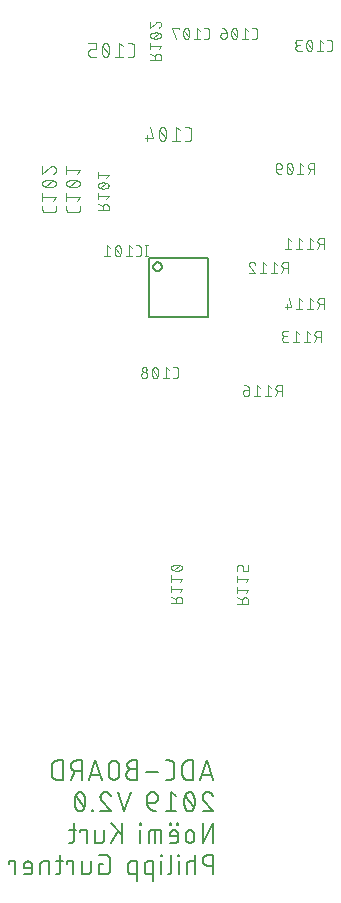
<source format=gbr>
G04 EAGLE Gerber RS-274X export*
G75*
%MOMM*%
%FSLAX34Y34*%
%LPD*%
%INSilkscreen Bottom*%
%IPPOS*%
%AMOC8*
5,1,8,0,0,1.08239X$1,22.5*%
G01*
%ADD10C,0.152400*%
%ADD11C,0.076200*%
%ADD12C,0.101600*%


D10*
X177038Y233172D02*
X171619Y249428D01*
X166201Y233172D01*
X167555Y237236D02*
X175683Y237236D01*
X159983Y233172D02*
X159983Y249428D01*
X155467Y249428D01*
X155336Y249426D01*
X155204Y249420D01*
X155073Y249411D01*
X154943Y249397D01*
X154812Y249380D01*
X154683Y249359D01*
X154554Y249335D01*
X154426Y249306D01*
X154298Y249274D01*
X154172Y249238D01*
X154047Y249199D01*
X153922Y249156D01*
X153800Y249109D01*
X153678Y249059D01*
X153558Y249005D01*
X153440Y248948D01*
X153324Y248887D01*
X153209Y248823D01*
X153096Y248756D01*
X152985Y248685D01*
X152877Y248611D01*
X152770Y248534D01*
X152666Y248454D01*
X152564Y248371D01*
X152465Y248286D01*
X152368Y248197D01*
X152274Y248105D01*
X152182Y248011D01*
X152093Y247914D01*
X152008Y247815D01*
X151925Y247713D01*
X151845Y247609D01*
X151768Y247502D01*
X151694Y247394D01*
X151623Y247283D01*
X151556Y247170D01*
X151492Y247055D01*
X151431Y246939D01*
X151374Y246821D01*
X151320Y246701D01*
X151270Y246579D01*
X151223Y246457D01*
X151180Y246332D01*
X151141Y246207D01*
X151105Y246081D01*
X151073Y245953D01*
X151044Y245825D01*
X151020Y245696D01*
X150999Y245567D01*
X150982Y245436D01*
X150968Y245306D01*
X150959Y245175D01*
X150953Y245043D01*
X150951Y244912D01*
X150952Y244912D02*
X150952Y237688D01*
X150951Y237688D02*
X150953Y237557D01*
X150959Y237425D01*
X150968Y237294D01*
X150982Y237164D01*
X150999Y237033D01*
X151020Y236904D01*
X151044Y236775D01*
X151073Y236647D01*
X151105Y236519D01*
X151141Y236393D01*
X151180Y236268D01*
X151223Y236143D01*
X151270Y236021D01*
X151320Y235899D01*
X151374Y235779D01*
X151431Y235661D01*
X151492Y235545D01*
X151556Y235430D01*
X151623Y235317D01*
X151694Y235206D01*
X151768Y235098D01*
X151845Y234991D01*
X151925Y234887D01*
X152008Y234785D01*
X152093Y234686D01*
X152182Y234589D01*
X152274Y234495D01*
X152368Y234403D01*
X152465Y234314D01*
X152564Y234229D01*
X152666Y234146D01*
X152770Y234066D01*
X152877Y233989D01*
X152985Y233915D01*
X153096Y233844D01*
X153209Y233777D01*
X153324Y233713D01*
X153440Y233652D01*
X153558Y233595D01*
X153678Y233541D01*
X153800Y233491D01*
X153922Y233444D01*
X154047Y233401D01*
X154172Y233362D01*
X154298Y233326D01*
X154426Y233294D01*
X154554Y233265D01*
X154683Y233241D01*
X154812Y233220D01*
X154943Y233203D01*
X155073Y233189D01*
X155204Y233180D01*
X155336Y233174D01*
X155467Y233172D01*
X159983Y233172D01*
X140257Y233172D02*
X136645Y233172D01*
X140257Y233172D02*
X140375Y233174D01*
X140493Y233180D01*
X140611Y233189D01*
X140728Y233203D01*
X140845Y233220D01*
X140962Y233241D01*
X141077Y233266D01*
X141192Y233295D01*
X141306Y233328D01*
X141418Y233364D01*
X141529Y233404D01*
X141639Y233447D01*
X141748Y233494D01*
X141855Y233544D01*
X141960Y233599D01*
X142063Y233656D01*
X142164Y233717D01*
X142264Y233781D01*
X142361Y233848D01*
X142456Y233918D01*
X142548Y233992D01*
X142639Y234068D01*
X142726Y234148D01*
X142811Y234230D01*
X142893Y234315D01*
X142973Y234402D01*
X143049Y234493D01*
X143123Y234585D01*
X143193Y234680D01*
X143260Y234777D01*
X143324Y234877D01*
X143385Y234978D01*
X143442Y235081D01*
X143497Y235186D01*
X143547Y235293D01*
X143594Y235402D01*
X143637Y235512D01*
X143677Y235623D01*
X143713Y235735D01*
X143746Y235849D01*
X143775Y235964D01*
X143800Y236079D01*
X143821Y236196D01*
X143838Y236313D01*
X143852Y236430D01*
X143861Y236548D01*
X143867Y236666D01*
X143869Y236784D01*
X143870Y236784D02*
X143870Y245816D01*
X143869Y245816D02*
X143867Y245934D01*
X143861Y246052D01*
X143852Y246170D01*
X143838Y246287D01*
X143821Y246404D01*
X143800Y246521D01*
X143775Y246636D01*
X143746Y246751D01*
X143713Y246865D01*
X143677Y246977D01*
X143637Y247088D01*
X143594Y247198D01*
X143547Y247307D01*
X143497Y247414D01*
X143442Y247519D01*
X143385Y247622D01*
X143324Y247723D01*
X143260Y247823D01*
X143193Y247920D01*
X143123Y248015D01*
X143049Y248107D01*
X142973Y248198D01*
X142893Y248285D01*
X142811Y248370D01*
X142726Y248452D01*
X142639Y248532D01*
X142548Y248608D01*
X142456Y248682D01*
X142361Y248752D01*
X142264Y248819D01*
X142164Y248883D01*
X142063Y248944D01*
X141960Y249001D01*
X141855Y249056D01*
X141748Y249106D01*
X141639Y249153D01*
X141529Y249196D01*
X141418Y249236D01*
X141306Y249272D01*
X141192Y249305D01*
X141077Y249334D01*
X140962Y249359D01*
X140845Y249380D01*
X140728Y249397D01*
X140611Y249411D01*
X140493Y249420D01*
X140375Y249426D01*
X140257Y249428D01*
X136645Y249428D01*
X130665Y239494D02*
X119828Y239494D01*
X112357Y242203D02*
X107841Y242203D01*
X107841Y242204D02*
X107708Y242202D01*
X107576Y242196D01*
X107444Y242186D01*
X107312Y242173D01*
X107180Y242155D01*
X107050Y242134D01*
X106919Y242109D01*
X106790Y242080D01*
X106662Y242047D01*
X106534Y242011D01*
X106408Y241971D01*
X106283Y241927D01*
X106159Y241879D01*
X106037Y241828D01*
X105916Y241773D01*
X105797Y241715D01*
X105679Y241653D01*
X105564Y241588D01*
X105450Y241519D01*
X105339Y241448D01*
X105230Y241372D01*
X105123Y241294D01*
X105018Y241213D01*
X104916Y241128D01*
X104816Y241041D01*
X104719Y240951D01*
X104624Y240858D01*
X104533Y240762D01*
X104444Y240664D01*
X104358Y240563D01*
X104275Y240459D01*
X104195Y240353D01*
X104119Y240245D01*
X104045Y240135D01*
X103975Y240022D01*
X103908Y239908D01*
X103845Y239791D01*
X103785Y239673D01*
X103728Y239553D01*
X103675Y239431D01*
X103626Y239308D01*
X103580Y239184D01*
X103538Y239058D01*
X103500Y238931D01*
X103465Y238803D01*
X103434Y238674D01*
X103407Y238545D01*
X103384Y238414D01*
X103364Y238283D01*
X103349Y238151D01*
X103337Y238019D01*
X103329Y237887D01*
X103325Y237754D01*
X103325Y237622D01*
X103329Y237489D01*
X103337Y237357D01*
X103349Y237225D01*
X103364Y237093D01*
X103384Y236962D01*
X103407Y236831D01*
X103434Y236702D01*
X103465Y236573D01*
X103500Y236445D01*
X103538Y236318D01*
X103580Y236192D01*
X103626Y236068D01*
X103675Y235945D01*
X103728Y235823D01*
X103785Y235703D01*
X103845Y235585D01*
X103908Y235468D01*
X103975Y235354D01*
X104045Y235241D01*
X104119Y235131D01*
X104195Y235023D01*
X104275Y234917D01*
X104358Y234813D01*
X104444Y234712D01*
X104533Y234614D01*
X104624Y234518D01*
X104719Y234425D01*
X104816Y234335D01*
X104916Y234248D01*
X105018Y234163D01*
X105123Y234082D01*
X105230Y234004D01*
X105339Y233928D01*
X105450Y233857D01*
X105564Y233788D01*
X105679Y233723D01*
X105797Y233661D01*
X105916Y233603D01*
X106037Y233548D01*
X106159Y233497D01*
X106283Y233449D01*
X106408Y233405D01*
X106534Y233365D01*
X106662Y233329D01*
X106790Y233296D01*
X106919Y233267D01*
X107050Y233242D01*
X107180Y233221D01*
X107312Y233203D01*
X107444Y233190D01*
X107576Y233180D01*
X107708Y233174D01*
X107841Y233172D01*
X112357Y233172D01*
X112357Y249428D01*
X107841Y249428D01*
X107722Y249426D01*
X107602Y249420D01*
X107483Y249410D01*
X107365Y249396D01*
X107246Y249379D01*
X107129Y249357D01*
X107012Y249332D01*
X106897Y249302D01*
X106782Y249269D01*
X106668Y249232D01*
X106556Y249192D01*
X106445Y249147D01*
X106336Y249099D01*
X106228Y249048D01*
X106122Y248993D01*
X106018Y248934D01*
X105916Y248872D01*
X105816Y248807D01*
X105718Y248738D01*
X105622Y248666D01*
X105529Y248591D01*
X105439Y248514D01*
X105351Y248433D01*
X105266Y248349D01*
X105184Y248262D01*
X105104Y248173D01*
X105028Y248081D01*
X104954Y247987D01*
X104884Y247890D01*
X104817Y247792D01*
X104753Y247691D01*
X104693Y247587D01*
X104636Y247482D01*
X104583Y247375D01*
X104533Y247267D01*
X104487Y247157D01*
X104445Y247045D01*
X104406Y246932D01*
X104371Y246818D01*
X104340Y246703D01*
X104312Y246586D01*
X104289Y246469D01*
X104269Y246352D01*
X104253Y246233D01*
X104241Y246114D01*
X104233Y245995D01*
X104229Y245876D01*
X104229Y245756D01*
X104233Y245637D01*
X104241Y245518D01*
X104253Y245399D01*
X104269Y245280D01*
X104289Y245163D01*
X104312Y245046D01*
X104340Y244929D01*
X104371Y244814D01*
X104406Y244700D01*
X104445Y244587D01*
X104487Y244475D01*
X104533Y244365D01*
X104583Y244257D01*
X104636Y244150D01*
X104693Y244045D01*
X104753Y243941D01*
X104817Y243840D01*
X104884Y243742D01*
X104954Y243645D01*
X105028Y243551D01*
X105104Y243459D01*
X105184Y243370D01*
X105266Y243283D01*
X105351Y243199D01*
X105439Y243118D01*
X105529Y243041D01*
X105622Y242966D01*
X105718Y242894D01*
X105816Y242825D01*
X105916Y242760D01*
X106018Y242698D01*
X106122Y242639D01*
X106228Y242584D01*
X106336Y242533D01*
X106445Y242485D01*
X106556Y242440D01*
X106668Y242400D01*
X106782Y242363D01*
X106897Y242330D01*
X107012Y242300D01*
X107129Y242275D01*
X107246Y242253D01*
X107365Y242236D01*
X107483Y242222D01*
X107602Y242212D01*
X107722Y242206D01*
X107841Y242204D01*
X97458Y244912D02*
X97458Y237688D01*
X97458Y244912D02*
X97456Y245045D01*
X97450Y245177D01*
X97440Y245309D01*
X97427Y245441D01*
X97409Y245573D01*
X97388Y245703D01*
X97363Y245834D01*
X97334Y245963D01*
X97301Y246091D01*
X97265Y246219D01*
X97225Y246345D01*
X97181Y246470D01*
X97133Y246594D01*
X97082Y246716D01*
X97027Y246837D01*
X96969Y246956D01*
X96907Y247074D01*
X96842Y247189D01*
X96773Y247303D01*
X96702Y247414D01*
X96626Y247523D01*
X96548Y247630D01*
X96467Y247735D01*
X96382Y247837D01*
X96295Y247937D01*
X96205Y248034D01*
X96112Y248129D01*
X96016Y248220D01*
X95918Y248309D01*
X95817Y248395D01*
X95713Y248478D01*
X95607Y248558D01*
X95499Y248634D01*
X95389Y248708D01*
X95276Y248778D01*
X95162Y248845D01*
X95045Y248908D01*
X94927Y248968D01*
X94807Y249025D01*
X94685Y249078D01*
X94562Y249127D01*
X94438Y249173D01*
X94312Y249215D01*
X94185Y249253D01*
X94057Y249288D01*
X93928Y249319D01*
X93799Y249346D01*
X93668Y249369D01*
X93537Y249389D01*
X93405Y249404D01*
X93273Y249416D01*
X93141Y249424D01*
X93008Y249428D01*
X92876Y249428D01*
X92743Y249424D01*
X92611Y249416D01*
X92479Y249404D01*
X92347Y249389D01*
X92216Y249369D01*
X92085Y249346D01*
X91956Y249319D01*
X91827Y249288D01*
X91699Y249253D01*
X91572Y249215D01*
X91446Y249173D01*
X91322Y249127D01*
X91199Y249078D01*
X91077Y249025D01*
X90957Y248968D01*
X90839Y248908D01*
X90722Y248845D01*
X90608Y248778D01*
X90495Y248708D01*
X90385Y248634D01*
X90277Y248558D01*
X90171Y248478D01*
X90067Y248395D01*
X89966Y248309D01*
X89868Y248220D01*
X89772Y248129D01*
X89679Y248034D01*
X89589Y247937D01*
X89502Y247837D01*
X89417Y247735D01*
X89336Y247630D01*
X89258Y247523D01*
X89182Y247414D01*
X89111Y247303D01*
X89042Y247189D01*
X88977Y247074D01*
X88915Y246956D01*
X88857Y246837D01*
X88802Y246716D01*
X88751Y246594D01*
X88703Y246470D01*
X88659Y246345D01*
X88619Y246219D01*
X88583Y246091D01*
X88550Y245963D01*
X88521Y245834D01*
X88496Y245703D01*
X88475Y245573D01*
X88457Y245441D01*
X88444Y245309D01*
X88434Y245177D01*
X88428Y245045D01*
X88426Y244912D01*
X88427Y244912D02*
X88427Y237688D01*
X88426Y237688D02*
X88428Y237555D01*
X88434Y237423D01*
X88444Y237291D01*
X88457Y237159D01*
X88475Y237027D01*
X88496Y236897D01*
X88521Y236766D01*
X88550Y236637D01*
X88583Y236509D01*
X88619Y236381D01*
X88659Y236255D01*
X88703Y236130D01*
X88751Y236006D01*
X88802Y235884D01*
X88857Y235763D01*
X88915Y235644D01*
X88977Y235526D01*
X89042Y235411D01*
X89111Y235297D01*
X89182Y235186D01*
X89258Y235077D01*
X89336Y234970D01*
X89417Y234865D01*
X89502Y234763D01*
X89589Y234663D01*
X89679Y234566D01*
X89772Y234471D01*
X89868Y234380D01*
X89966Y234291D01*
X90067Y234205D01*
X90171Y234122D01*
X90277Y234042D01*
X90385Y233966D01*
X90495Y233892D01*
X90608Y233822D01*
X90722Y233755D01*
X90839Y233692D01*
X90957Y233632D01*
X91077Y233575D01*
X91199Y233522D01*
X91322Y233473D01*
X91446Y233427D01*
X91572Y233385D01*
X91699Y233347D01*
X91827Y233312D01*
X91956Y233281D01*
X92085Y233254D01*
X92216Y233231D01*
X92347Y233211D01*
X92479Y233196D01*
X92611Y233184D01*
X92743Y233176D01*
X92876Y233172D01*
X93008Y233172D01*
X93141Y233176D01*
X93273Y233184D01*
X93405Y233196D01*
X93537Y233211D01*
X93668Y233231D01*
X93799Y233254D01*
X93928Y233281D01*
X94057Y233312D01*
X94185Y233347D01*
X94312Y233385D01*
X94438Y233427D01*
X94562Y233473D01*
X94685Y233522D01*
X94807Y233575D01*
X94927Y233632D01*
X95045Y233692D01*
X95162Y233755D01*
X95276Y233822D01*
X95389Y233892D01*
X95499Y233966D01*
X95607Y234042D01*
X95713Y234122D01*
X95817Y234205D01*
X95918Y234291D01*
X96016Y234380D01*
X96112Y234471D01*
X96205Y234566D01*
X96295Y234663D01*
X96382Y234763D01*
X96467Y234865D01*
X96548Y234970D01*
X96626Y235077D01*
X96702Y235186D01*
X96773Y235297D01*
X96842Y235411D01*
X96907Y235526D01*
X96969Y235644D01*
X97027Y235763D01*
X97082Y235884D01*
X97133Y236006D01*
X97181Y236130D01*
X97225Y236255D01*
X97265Y236381D01*
X97301Y236509D01*
X97334Y236637D01*
X97363Y236766D01*
X97388Y236897D01*
X97409Y237027D01*
X97427Y237159D01*
X97440Y237291D01*
X97450Y237423D01*
X97456Y237555D01*
X97458Y237688D01*
X82730Y233172D02*
X77311Y249428D01*
X71892Y233172D01*
X73247Y237236D02*
X81375Y237236D01*
X65583Y233172D02*
X65583Y249428D01*
X61067Y249428D01*
X60934Y249426D01*
X60802Y249420D01*
X60670Y249410D01*
X60538Y249397D01*
X60406Y249379D01*
X60276Y249358D01*
X60145Y249333D01*
X60016Y249304D01*
X59888Y249271D01*
X59760Y249235D01*
X59634Y249195D01*
X59509Y249151D01*
X59385Y249103D01*
X59263Y249052D01*
X59142Y248997D01*
X59023Y248939D01*
X58905Y248877D01*
X58790Y248812D01*
X58676Y248743D01*
X58565Y248672D01*
X58456Y248596D01*
X58349Y248518D01*
X58244Y248437D01*
X58142Y248352D01*
X58042Y248265D01*
X57945Y248175D01*
X57850Y248082D01*
X57759Y247986D01*
X57670Y247888D01*
X57584Y247787D01*
X57501Y247683D01*
X57421Y247577D01*
X57345Y247469D01*
X57271Y247359D01*
X57201Y247246D01*
X57134Y247132D01*
X57071Y247015D01*
X57011Y246897D01*
X56954Y246777D01*
X56901Y246655D01*
X56852Y246532D01*
X56806Y246408D01*
X56764Y246282D01*
X56726Y246155D01*
X56691Y246027D01*
X56660Y245898D01*
X56633Y245769D01*
X56610Y245638D01*
X56590Y245507D01*
X56575Y245375D01*
X56563Y245243D01*
X56555Y245111D01*
X56551Y244978D01*
X56551Y244846D01*
X56555Y244713D01*
X56563Y244581D01*
X56575Y244449D01*
X56590Y244317D01*
X56610Y244186D01*
X56633Y244055D01*
X56660Y243926D01*
X56691Y243797D01*
X56726Y243669D01*
X56764Y243542D01*
X56806Y243416D01*
X56852Y243292D01*
X56901Y243169D01*
X56954Y243047D01*
X57011Y242927D01*
X57071Y242809D01*
X57134Y242692D01*
X57201Y242578D01*
X57271Y242465D01*
X57345Y242355D01*
X57421Y242247D01*
X57501Y242141D01*
X57584Y242037D01*
X57670Y241936D01*
X57759Y241838D01*
X57850Y241742D01*
X57945Y241649D01*
X58042Y241559D01*
X58142Y241472D01*
X58244Y241387D01*
X58349Y241306D01*
X58456Y241228D01*
X58565Y241152D01*
X58676Y241081D01*
X58790Y241012D01*
X58905Y240947D01*
X59023Y240885D01*
X59142Y240827D01*
X59263Y240772D01*
X59385Y240721D01*
X59509Y240673D01*
X59634Y240629D01*
X59760Y240589D01*
X59888Y240553D01*
X60016Y240520D01*
X60145Y240491D01*
X60276Y240466D01*
X60406Y240445D01*
X60538Y240427D01*
X60670Y240414D01*
X60802Y240404D01*
X60934Y240398D01*
X61067Y240396D01*
X61067Y240397D02*
X65583Y240397D01*
X60164Y240397D02*
X56552Y233172D01*
X49522Y233172D02*
X49522Y249428D01*
X45006Y249428D01*
X44875Y249426D01*
X44743Y249420D01*
X44612Y249411D01*
X44482Y249397D01*
X44351Y249380D01*
X44222Y249359D01*
X44093Y249335D01*
X43965Y249306D01*
X43837Y249274D01*
X43711Y249238D01*
X43586Y249199D01*
X43461Y249156D01*
X43339Y249109D01*
X43217Y249059D01*
X43097Y249005D01*
X42979Y248948D01*
X42863Y248887D01*
X42748Y248823D01*
X42635Y248756D01*
X42524Y248685D01*
X42416Y248611D01*
X42309Y248534D01*
X42205Y248454D01*
X42103Y248371D01*
X42004Y248286D01*
X41907Y248197D01*
X41813Y248105D01*
X41721Y248011D01*
X41632Y247914D01*
X41547Y247815D01*
X41464Y247713D01*
X41384Y247609D01*
X41307Y247502D01*
X41233Y247394D01*
X41162Y247283D01*
X41095Y247170D01*
X41031Y247055D01*
X40970Y246939D01*
X40913Y246821D01*
X40859Y246701D01*
X40809Y246579D01*
X40762Y246457D01*
X40719Y246332D01*
X40680Y246207D01*
X40644Y246081D01*
X40612Y245953D01*
X40583Y245825D01*
X40559Y245696D01*
X40538Y245567D01*
X40521Y245436D01*
X40507Y245306D01*
X40498Y245175D01*
X40492Y245043D01*
X40490Y244912D01*
X40491Y244912D02*
X40491Y237688D01*
X40490Y237688D02*
X40492Y237557D01*
X40498Y237425D01*
X40507Y237294D01*
X40521Y237164D01*
X40538Y237033D01*
X40559Y236904D01*
X40583Y236775D01*
X40612Y236647D01*
X40644Y236519D01*
X40680Y236393D01*
X40719Y236268D01*
X40762Y236143D01*
X40809Y236021D01*
X40859Y235899D01*
X40913Y235779D01*
X40970Y235661D01*
X41031Y235545D01*
X41095Y235430D01*
X41162Y235317D01*
X41233Y235206D01*
X41307Y235098D01*
X41384Y234991D01*
X41464Y234887D01*
X41547Y234785D01*
X41632Y234686D01*
X41721Y234589D01*
X41813Y234495D01*
X41907Y234403D01*
X42004Y234314D01*
X42103Y234229D01*
X42205Y234146D01*
X42309Y234066D01*
X42416Y233989D01*
X42524Y233915D01*
X42635Y233844D01*
X42748Y233777D01*
X42863Y233713D01*
X42979Y233652D01*
X43097Y233595D01*
X43217Y233541D01*
X43339Y233491D01*
X43461Y233444D01*
X43586Y233401D01*
X43711Y233362D01*
X43837Y233326D01*
X43965Y233294D01*
X44093Y233265D01*
X44222Y233241D01*
X44351Y233220D01*
X44482Y233203D01*
X44612Y233189D01*
X44743Y233180D01*
X44875Y233174D01*
X45006Y233172D01*
X49522Y233172D01*
X168007Y218694D02*
X168009Y218819D01*
X168015Y218944D01*
X168024Y219069D01*
X168038Y219193D01*
X168055Y219317D01*
X168076Y219441D01*
X168101Y219563D01*
X168130Y219685D01*
X168162Y219806D01*
X168198Y219926D01*
X168238Y220045D01*
X168281Y220162D01*
X168328Y220278D01*
X168379Y220393D01*
X168433Y220505D01*
X168491Y220617D01*
X168551Y220726D01*
X168616Y220833D01*
X168683Y220939D01*
X168754Y221042D01*
X168828Y221143D01*
X168905Y221242D01*
X168985Y221338D01*
X169068Y221432D01*
X169153Y221523D01*
X169242Y221612D01*
X169333Y221697D01*
X169427Y221780D01*
X169523Y221860D01*
X169622Y221937D01*
X169723Y222011D01*
X169826Y222082D01*
X169932Y222149D01*
X170039Y222214D01*
X170148Y222274D01*
X170260Y222332D01*
X170372Y222386D01*
X170487Y222437D01*
X170603Y222484D01*
X170720Y222527D01*
X170839Y222567D01*
X170959Y222603D01*
X171080Y222635D01*
X171202Y222664D01*
X171324Y222689D01*
X171448Y222710D01*
X171572Y222727D01*
X171696Y222741D01*
X171821Y222750D01*
X171946Y222756D01*
X172071Y222758D01*
X172214Y222756D01*
X172356Y222750D01*
X172499Y222740D01*
X172641Y222727D01*
X172782Y222709D01*
X172924Y222688D01*
X173064Y222663D01*
X173204Y222634D01*
X173343Y222601D01*
X173481Y222564D01*
X173618Y222524D01*
X173753Y222480D01*
X173888Y222432D01*
X174021Y222380D01*
X174153Y222325D01*
X174283Y222266D01*
X174411Y222204D01*
X174538Y222138D01*
X174663Y222069D01*
X174786Y221997D01*
X174907Y221921D01*
X175025Y221842D01*
X175142Y221759D01*
X175256Y221674D01*
X175368Y221585D01*
X175477Y221494D01*
X175584Y221399D01*
X175689Y221302D01*
X175790Y221201D01*
X175889Y221098D01*
X175985Y220993D01*
X176078Y220884D01*
X176168Y220773D01*
X176255Y220660D01*
X176339Y220545D01*
X176419Y220427D01*
X176497Y220307D01*
X176571Y220185D01*
X176641Y220061D01*
X176709Y219935D01*
X176772Y219807D01*
X176833Y219678D01*
X176890Y219547D01*
X176943Y219415D01*
X176992Y219281D01*
X177038Y219146D01*
X169362Y215533D02*
X169268Y215625D01*
X169178Y215719D01*
X169090Y215816D01*
X169005Y215916D01*
X168923Y216018D01*
X168844Y216123D01*
X168769Y216230D01*
X168697Y216339D01*
X168628Y216450D01*
X168562Y216564D01*
X168500Y216679D01*
X168441Y216796D01*
X168386Y216915D01*
X168335Y217035D01*
X168287Y217157D01*
X168242Y217280D01*
X168202Y217404D01*
X168165Y217530D01*
X168132Y217657D01*
X168103Y217784D01*
X168077Y217913D01*
X168056Y218042D01*
X168038Y218172D01*
X168025Y218302D01*
X168015Y218432D01*
X168009Y218563D01*
X168007Y218694D01*
X169362Y215533D02*
X177038Y206502D01*
X168007Y206502D01*
X161407Y214630D02*
X161403Y214950D01*
X161392Y215269D01*
X161373Y215589D01*
X161346Y215907D01*
X161312Y216225D01*
X161270Y216542D01*
X161220Y216858D01*
X161163Y217173D01*
X161099Y217486D01*
X161027Y217798D01*
X160948Y218108D01*
X160861Y218415D01*
X160767Y218721D01*
X160666Y219024D01*
X160557Y219325D01*
X160442Y219623D01*
X160319Y219919D01*
X160189Y220211D01*
X160052Y220500D01*
X160052Y220501D02*
X160013Y220609D01*
X159970Y220716D01*
X159924Y220821D01*
X159873Y220925D01*
X159820Y221027D01*
X159763Y221127D01*
X159702Y221225D01*
X159638Y221320D01*
X159571Y221414D01*
X159500Y221505D01*
X159427Y221594D01*
X159350Y221680D01*
X159271Y221763D01*
X159189Y221844D01*
X159104Y221922D01*
X159016Y221996D01*
X158926Y222068D01*
X158834Y222136D01*
X158739Y222202D01*
X158642Y222264D01*
X158543Y222322D01*
X158441Y222378D01*
X158339Y222429D01*
X158234Y222477D01*
X158128Y222522D01*
X158020Y222563D01*
X157911Y222600D01*
X157801Y222633D01*
X157689Y222662D01*
X157577Y222688D01*
X157464Y222710D01*
X157350Y222727D01*
X157236Y222741D01*
X157121Y222751D01*
X157006Y222757D01*
X156891Y222759D01*
X156891Y222758D02*
X156776Y222756D01*
X156661Y222750D01*
X156546Y222740D01*
X156432Y222726D01*
X156318Y222709D01*
X156205Y222687D01*
X156093Y222661D01*
X155981Y222632D01*
X155871Y222599D01*
X155762Y222562D01*
X155654Y222521D01*
X155548Y222476D01*
X155444Y222428D01*
X155341Y222377D01*
X155240Y222321D01*
X155140Y222263D01*
X155043Y222201D01*
X154949Y222136D01*
X154856Y222067D01*
X154766Y221995D01*
X154678Y221921D01*
X154593Y221843D01*
X154511Y221762D01*
X154432Y221679D01*
X154355Y221593D01*
X154282Y221504D01*
X154211Y221413D01*
X154144Y221319D01*
X154080Y221224D01*
X154019Y221126D01*
X153962Y221026D01*
X153909Y220924D01*
X153858Y220820D01*
X153812Y220715D01*
X153769Y220608D01*
X153730Y220500D01*
X153731Y220500D02*
X153594Y220211D01*
X153464Y219919D01*
X153341Y219623D01*
X153226Y219325D01*
X153117Y219024D01*
X153016Y218721D01*
X152922Y218415D01*
X152835Y218108D01*
X152756Y217798D01*
X152684Y217486D01*
X152620Y217173D01*
X152563Y216858D01*
X152513Y216542D01*
X152471Y216225D01*
X152437Y215907D01*
X152410Y215589D01*
X152391Y215269D01*
X152380Y214950D01*
X152376Y214630D01*
X161406Y214630D02*
X161402Y214310D01*
X161391Y213991D01*
X161372Y213671D01*
X161345Y213353D01*
X161311Y213035D01*
X161269Y212718D01*
X161219Y212402D01*
X161162Y212087D01*
X161098Y211774D01*
X161026Y211462D01*
X160947Y211152D01*
X160860Y210845D01*
X160766Y210539D01*
X160665Y210236D01*
X160556Y209935D01*
X160441Y209637D01*
X160318Y209341D01*
X160188Y209049D01*
X160051Y208760D01*
X160052Y208760D02*
X160013Y208652D01*
X159970Y208545D01*
X159924Y208440D01*
X159873Y208336D01*
X159820Y208234D01*
X159763Y208134D01*
X159702Y208036D01*
X159638Y207941D01*
X159571Y207847D01*
X159500Y207756D01*
X159427Y207667D01*
X159350Y207581D01*
X159271Y207498D01*
X159189Y207417D01*
X159104Y207339D01*
X159016Y207265D01*
X158926Y207193D01*
X158833Y207124D01*
X158739Y207059D01*
X158642Y206997D01*
X158542Y206939D01*
X158441Y206883D01*
X158339Y206832D01*
X158234Y206784D01*
X158128Y206739D01*
X158020Y206698D01*
X157911Y206661D01*
X157801Y206628D01*
X157689Y206599D01*
X157577Y206573D01*
X157464Y206551D01*
X157350Y206534D01*
X157236Y206520D01*
X157121Y206510D01*
X157006Y206504D01*
X156891Y206502D01*
X153731Y208760D02*
X153594Y209049D01*
X153464Y209341D01*
X153341Y209637D01*
X153226Y209935D01*
X153117Y210236D01*
X153016Y210539D01*
X152922Y210845D01*
X152835Y211152D01*
X152756Y211462D01*
X152684Y211774D01*
X152620Y212087D01*
X152563Y212402D01*
X152513Y212718D01*
X152471Y213035D01*
X152437Y213353D01*
X152410Y213671D01*
X152391Y213991D01*
X152380Y214310D01*
X152376Y214630D01*
X153730Y208760D02*
X153769Y208652D01*
X153812Y208545D01*
X153858Y208440D01*
X153909Y208336D01*
X153962Y208234D01*
X154020Y208134D01*
X154080Y208036D01*
X154144Y207941D01*
X154211Y207847D01*
X154282Y207756D01*
X154355Y207667D01*
X154432Y207581D01*
X154511Y207498D01*
X154593Y207417D01*
X154678Y207339D01*
X154766Y207265D01*
X154856Y207193D01*
X154949Y207124D01*
X155043Y207059D01*
X155140Y206997D01*
X155240Y206939D01*
X155341Y206883D01*
X155444Y206832D01*
X155548Y206784D01*
X155654Y206739D01*
X155762Y206698D01*
X155871Y206661D01*
X155981Y206628D01*
X156093Y206599D01*
X156205Y206573D01*
X156318Y206551D01*
X156432Y206534D01*
X156546Y206520D01*
X156661Y206510D01*
X156776Y206504D01*
X156891Y206502D01*
X160504Y210114D02*
X153279Y219146D01*
X145776Y219146D02*
X141260Y222758D01*
X141260Y206502D01*
X145776Y206502D02*
X136744Y206502D01*
X126532Y213727D02*
X121113Y213727D01*
X126532Y213727D02*
X126650Y213729D01*
X126768Y213735D01*
X126886Y213744D01*
X127003Y213758D01*
X127120Y213775D01*
X127237Y213796D01*
X127352Y213821D01*
X127467Y213850D01*
X127581Y213883D01*
X127693Y213919D01*
X127804Y213959D01*
X127914Y214002D01*
X128023Y214049D01*
X128130Y214099D01*
X128235Y214154D01*
X128338Y214211D01*
X128439Y214272D01*
X128539Y214336D01*
X128636Y214403D01*
X128731Y214473D01*
X128823Y214547D01*
X128914Y214623D01*
X129001Y214703D01*
X129086Y214785D01*
X129168Y214870D01*
X129248Y214957D01*
X129324Y215048D01*
X129398Y215140D01*
X129468Y215235D01*
X129535Y215332D01*
X129599Y215432D01*
X129660Y215533D01*
X129717Y215636D01*
X129772Y215741D01*
X129822Y215848D01*
X129869Y215957D01*
X129912Y216067D01*
X129952Y216178D01*
X129988Y216290D01*
X130021Y216404D01*
X130050Y216519D01*
X130075Y216634D01*
X130096Y216751D01*
X130113Y216868D01*
X130127Y216985D01*
X130136Y217103D01*
X130142Y217221D01*
X130144Y217339D01*
X130144Y218242D01*
X130145Y218242D02*
X130143Y218375D01*
X130137Y218507D01*
X130127Y218639D01*
X130114Y218771D01*
X130096Y218903D01*
X130075Y219033D01*
X130050Y219164D01*
X130021Y219293D01*
X129988Y219421D01*
X129952Y219549D01*
X129912Y219675D01*
X129868Y219800D01*
X129820Y219924D01*
X129769Y220046D01*
X129714Y220167D01*
X129656Y220286D01*
X129594Y220404D01*
X129529Y220519D01*
X129460Y220633D01*
X129389Y220744D01*
X129313Y220853D01*
X129235Y220960D01*
X129154Y221065D01*
X129069Y221167D01*
X128982Y221267D01*
X128892Y221364D01*
X128799Y221459D01*
X128703Y221550D01*
X128605Y221639D01*
X128504Y221725D01*
X128400Y221808D01*
X128294Y221888D01*
X128186Y221964D01*
X128076Y222038D01*
X127963Y222108D01*
X127849Y222175D01*
X127732Y222238D01*
X127614Y222298D01*
X127494Y222355D01*
X127372Y222408D01*
X127249Y222457D01*
X127125Y222503D01*
X126999Y222545D01*
X126872Y222583D01*
X126744Y222618D01*
X126615Y222649D01*
X126486Y222676D01*
X126355Y222699D01*
X126224Y222719D01*
X126092Y222734D01*
X125960Y222746D01*
X125828Y222754D01*
X125695Y222758D01*
X125563Y222758D01*
X125430Y222754D01*
X125298Y222746D01*
X125166Y222734D01*
X125034Y222719D01*
X124903Y222699D01*
X124772Y222676D01*
X124643Y222649D01*
X124514Y222618D01*
X124386Y222583D01*
X124259Y222545D01*
X124133Y222503D01*
X124009Y222457D01*
X123886Y222408D01*
X123764Y222355D01*
X123644Y222298D01*
X123526Y222238D01*
X123409Y222175D01*
X123295Y222108D01*
X123182Y222038D01*
X123072Y221964D01*
X122964Y221888D01*
X122858Y221808D01*
X122754Y221725D01*
X122653Y221639D01*
X122555Y221550D01*
X122459Y221459D01*
X122366Y221364D01*
X122276Y221267D01*
X122189Y221167D01*
X122104Y221065D01*
X122023Y220960D01*
X121945Y220853D01*
X121869Y220744D01*
X121798Y220633D01*
X121729Y220519D01*
X121664Y220404D01*
X121602Y220286D01*
X121544Y220167D01*
X121489Y220046D01*
X121438Y219924D01*
X121390Y219800D01*
X121346Y219675D01*
X121306Y219549D01*
X121270Y219421D01*
X121237Y219293D01*
X121208Y219164D01*
X121183Y219033D01*
X121162Y218903D01*
X121144Y218771D01*
X121131Y218639D01*
X121121Y218507D01*
X121115Y218375D01*
X121113Y218242D01*
X121113Y213727D01*
X121115Y213552D01*
X121121Y213378D01*
X121132Y213204D01*
X121147Y213030D01*
X121166Y212856D01*
X121189Y212683D01*
X121216Y212511D01*
X121248Y212339D01*
X121283Y212168D01*
X121323Y211998D01*
X121367Y211829D01*
X121415Y211661D01*
X121467Y211494D01*
X121523Y211329D01*
X121583Y211165D01*
X121646Y211002D01*
X121714Y210842D01*
X121786Y210682D01*
X121861Y210525D01*
X121941Y210369D01*
X122024Y210216D01*
X122110Y210064D01*
X122201Y209915D01*
X122295Y209768D01*
X122392Y209623D01*
X122493Y209480D01*
X122597Y209340D01*
X122705Y209203D01*
X122816Y209068D01*
X122930Y208936D01*
X123047Y208807D01*
X123168Y208680D01*
X123291Y208557D01*
X123418Y208436D01*
X123547Y208319D01*
X123679Y208205D01*
X123814Y208094D01*
X123951Y207986D01*
X124091Y207882D01*
X124234Y207781D01*
X124379Y207684D01*
X124526Y207590D01*
X124675Y207499D01*
X124827Y207413D01*
X124980Y207330D01*
X125136Y207250D01*
X125293Y207175D01*
X125453Y207103D01*
X125613Y207035D01*
X125776Y206972D01*
X125940Y206912D01*
X126105Y206856D01*
X126272Y206804D01*
X126440Y206756D01*
X126609Y206712D01*
X126779Y206672D01*
X126950Y206637D01*
X127122Y206605D01*
X127294Y206578D01*
X127467Y206555D01*
X127641Y206536D01*
X127815Y206521D01*
X127989Y206510D01*
X128163Y206504D01*
X128338Y206502D01*
X101661Y206502D02*
X107080Y222758D01*
X96242Y222758D02*
X101661Y206502D01*
X85578Y222758D02*
X85453Y222756D01*
X85328Y222750D01*
X85203Y222741D01*
X85079Y222727D01*
X84955Y222710D01*
X84831Y222689D01*
X84709Y222664D01*
X84587Y222635D01*
X84466Y222603D01*
X84346Y222567D01*
X84227Y222527D01*
X84110Y222484D01*
X83994Y222437D01*
X83879Y222386D01*
X83767Y222332D01*
X83655Y222274D01*
X83546Y222214D01*
X83439Y222149D01*
X83333Y222082D01*
X83230Y222011D01*
X83129Y221937D01*
X83030Y221860D01*
X82934Y221780D01*
X82840Y221697D01*
X82749Y221612D01*
X82660Y221523D01*
X82575Y221432D01*
X82492Y221338D01*
X82412Y221242D01*
X82335Y221143D01*
X82261Y221042D01*
X82190Y220939D01*
X82123Y220833D01*
X82058Y220726D01*
X81998Y220617D01*
X81940Y220505D01*
X81886Y220393D01*
X81835Y220278D01*
X81788Y220162D01*
X81745Y220045D01*
X81705Y219926D01*
X81669Y219806D01*
X81637Y219685D01*
X81608Y219563D01*
X81583Y219441D01*
X81562Y219317D01*
X81545Y219193D01*
X81531Y219069D01*
X81522Y218944D01*
X81516Y218819D01*
X81514Y218694D01*
X85578Y222758D02*
X85721Y222756D01*
X85863Y222750D01*
X86006Y222740D01*
X86148Y222727D01*
X86289Y222709D01*
X86431Y222688D01*
X86571Y222663D01*
X86711Y222634D01*
X86850Y222601D01*
X86988Y222564D01*
X87125Y222524D01*
X87260Y222480D01*
X87395Y222432D01*
X87528Y222380D01*
X87660Y222325D01*
X87790Y222266D01*
X87918Y222204D01*
X88045Y222138D01*
X88170Y222069D01*
X88293Y221997D01*
X88414Y221921D01*
X88532Y221842D01*
X88649Y221759D01*
X88763Y221674D01*
X88875Y221585D01*
X88984Y221494D01*
X89091Y221399D01*
X89196Y221302D01*
X89297Y221201D01*
X89396Y221098D01*
X89492Y220993D01*
X89585Y220884D01*
X89675Y220773D01*
X89762Y220660D01*
X89846Y220545D01*
X89926Y220427D01*
X90004Y220307D01*
X90078Y220185D01*
X90148Y220061D01*
X90216Y219935D01*
X90279Y219807D01*
X90340Y219678D01*
X90397Y219547D01*
X90450Y219415D01*
X90499Y219281D01*
X90545Y219146D01*
X82869Y215533D02*
X82775Y215625D01*
X82685Y215719D01*
X82597Y215816D01*
X82512Y215916D01*
X82430Y216018D01*
X82351Y216123D01*
X82276Y216230D01*
X82204Y216339D01*
X82135Y216450D01*
X82069Y216564D01*
X82007Y216679D01*
X81948Y216796D01*
X81893Y216915D01*
X81842Y217035D01*
X81794Y217157D01*
X81749Y217280D01*
X81709Y217404D01*
X81672Y217530D01*
X81639Y217657D01*
X81610Y217784D01*
X81584Y217913D01*
X81563Y218042D01*
X81545Y218172D01*
X81532Y218302D01*
X81522Y218432D01*
X81516Y218563D01*
X81514Y218694D01*
X82869Y215533D02*
X90545Y206502D01*
X81514Y206502D01*
X75539Y206502D02*
X75539Y207405D01*
X74636Y207405D01*
X74636Y206502D01*
X75539Y206502D01*
X68661Y214630D02*
X68657Y214950D01*
X68646Y215269D01*
X68627Y215589D01*
X68600Y215907D01*
X68566Y216225D01*
X68524Y216542D01*
X68474Y216858D01*
X68417Y217173D01*
X68353Y217486D01*
X68281Y217798D01*
X68202Y218108D01*
X68115Y218415D01*
X68021Y218721D01*
X67920Y219024D01*
X67811Y219325D01*
X67696Y219623D01*
X67573Y219919D01*
X67443Y220211D01*
X67306Y220500D01*
X67307Y220501D02*
X67268Y220609D01*
X67225Y220716D01*
X67179Y220821D01*
X67128Y220925D01*
X67075Y221027D01*
X67018Y221127D01*
X66957Y221225D01*
X66893Y221320D01*
X66826Y221414D01*
X66755Y221505D01*
X66682Y221594D01*
X66605Y221680D01*
X66526Y221763D01*
X66444Y221844D01*
X66359Y221922D01*
X66271Y221996D01*
X66181Y222068D01*
X66089Y222136D01*
X65994Y222202D01*
X65897Y222264D01*
X65798Y222322D01*
X65696Y222378D01*
X65594Y222429D01*
X65489Y222477D01*
X65383Y222522D01*
X65275Y222563D01*
X65166Y222600D01*
X65056Y222633D01*
X64944Y222662D01*
X64832Y222688D01*
X64719Y222710D01*
X64605Y222727D01*
X64491Y222741D01*
X64376Y222751D01*
X64261Y222757D01*
X64146Y222759D01*
X64146Y222758D02*
X64031Y222756D01*
X63916Y222750D01*
X63801Y222740D01*
X63687Y222726D01*
X63573Y222709D01*
X63460Y222687D01*
X63348Y222661D01*
X63236Y222632D01*
X63126Y222599D01*
X63017Y222562D01*
X62909Y222521D01*
X62803Y222476D01*
X62699Y222428D01*
X62596Y222377D01*
X62495Y222321D01*
X62395Y222263D01*
X62298Y222201D01*
X62204Y222136D01*
X62111Y222067D01*
X62021Y221995D01*
X61933Y221921D01*
X61848Y221843D01*
X61766Y221762D01*
X61687Y221679D01*
X61610Y221593D01*
X61537Y221504D01*
X61466Y221413D01*
X61399Y221319D01*
X61335Y221224D01*
X61274Y221126D01*
X61217Y221026D01*
X61164Y220924D01*
X61113Y220820D01*
X61067Y220715D01*
X61024Y220608D01*
X60985Y220500D01*
X60986Y220500D02*
X60849Y220211D01*
X60719Y219919D01*
X60596Y219623D01*
X60481Y219325D01*
X60372Y219024D01*
X60271Y218721D01*
X60177Y218415D01*
X60090Y218108D01*
X60011Y217798D01*
X59939Y217486D01*
X59875Y217173D01*
X59818Y216858D01*
X59768Y216542D01*
X59726Y216225D01*
X59692Y215907D01*
X59665Y215589D01*
X59646Y215269D01*
X59635Y214950D01*
X59631Y214630D01*
X68661Y214630D02*
X68657Y214310D01*
X68646Y213991D01*
X68627Y213671D01*
X68600Y213353D01*
X68566Y213035D01*
X68524Y212718D01*
X68474Y212402D01*
X68417Y212087D01*
X68353Y211774D01*
X68281Y211462D01*
X68202Y211152D01*
X68115Y210845D01*
X68021Y210539D01*
X67920Y210236D01*
X67811Y209935D01*
X67696Y209637D01*
X67573Y209341D01*
X67443Y209049D01*
X67306Y208760D01*
X67307Y208760D02*
X67268Y208652D01*
X67225Y208545D01*
X67179Y208440D01*
X67128Y208336D01*
X67075Y208234D01*
X67018Y208134D01*
X66957Y208036D01*
X66893Y207941D01*
X66826Y207847D01*
X66755Y207756D01*
X66682Y207667D01*
X66605Y207581D01*
X66526Y207498D01*
X66444Y207417D01*
X66359Y207339D01*
X66271Y207265D01*
X66181Y207193D01*
X66088Y207124D01*
X65994Y207059D01*
X65897Y206997D01*
X65797Y206939D01*
X65696Y206883D01*
X65594Y206832D01*
X65489Y206784D01*
X65383Y206739D01*
X65275Y206698D01*
X65166Y206661D01*
X65056Y206628D01*
X64944Y206599D01*
X64832Y206573D01*
X64719Y206551D01*
X64605Y206534D01*
X64491Y206520D01*
X64376Y206510D01*
X64261Y206504D01*
X64146Y206502D01*
X60986Y208760D02*
X60849Y209049D01*
X60719Y209341D01*
X60596Y209637D01*
X60481Y209935D01*
X60372Y210236D01*
X60271Y210539D01*
X60177Y210845D01*
X60090Y211152D01*
X60011Y211462D01*
X59939Y211774D01*
X59875Y212087D01*
X59818Y212402D01*
X59768Y212718D01*
X59726Y213035D01*
X59692Y213353D01*
X59665Y213671D01*
X59646Y213991D01*
X59635Y214310D01*
X59631Y214630D01*
X60985Y208760D02*
X61024Y208652D01*
X61067Y208545D01*
X61113Y208440D01*
X61164Y208336D01*
X61217Y208234D01*
X61275Y208134D01*
X61335Y208036D01*
X61399Y207941D01*
X61466Y207847D01*
X61537Y207756D01*
X61610Y207667D01*
X61687Y207581D01*
X61766Y207498D01*
X61848Y207417D01*
X61933Y207339D01*
X62021Y207265D01*
X62111Y207193D01*
X62204Y207124D01*
X62298Y207059D01*
X62395Y206997D01*
X62495Y206939D01*
X62596Y206883D01*
X62699Y206832D01*
X62803Y206784D01*
X62909Y206739D01*
X63017Y206698D01*
X63126Y206661D01*
X63236Y206628D01*
X63348Y206599D01*
X63460Y206573D01*
X63573Y206551D01*
X63687Y206534D01*
X63801Y206520D01*
X63916Y206510D01*
X64031Y206504D01*
X64146Y206502D01*
X67758Y210114D02*
X60534Y219146D01*
X177038Y196088D02*
X177038Y179832D01*
X168007Y179832D02*
X177038Y196088D01*
X168007Y196088D02*
X168007Y179832D01*
X161025Y183444D02*
X161025Y187057D01*
X161024Y187057D02*
X161022Y187176D01*
X161016Y187296D01*
X161006Y187415D01*
X160992Y187533D01*
X160975Y187652D01*
X160953Y187769D01*
X160928Y187886D01*
X160898Y188001D01*
X160865Y188116D01*
X160828Y188230D01*
X160788Y188342D01*
X160743Y188453D01*
X160695Y188562D01*
X160644Y188670D01*
X160589Y188776D01*
X160530Y188880D01*
X160468Y188982D01*
X160403Y189082D01*
X160334Y189180D01*
X160262Y189276D01*
X160187Y189369D01*
X160110Y189459D01*
X160029Y189547D01*
X159945Y189632D01*
X159858Y189714D01*
X159769Y189794D01*
X159677Y189870D01*
X159583Y189944D01*
X159486Y190014D01*
X159388Y190081D01*
X159287Y190145D01*
X159183Y190205D01*
X159078Y190262D01*
X158971Y190315D01*
X158863Y190365D01*
X158753Y190411D01*
X158641Y190453D01*
X158528Y190492D01*
X158414Y190527D01*
X158299Y190558D01*
X158182Y190586D01*
X158065Y190609D01*
X157948Y190629D01*
X157829Y190645D01*
X157710Y190657D01*
X157591Y190665D01*
X157472Y190669D01*
X157352Y190669D01*
X157233Y190665D01*
X157114Y190657D01*
X156995Y190645D01*
X156876Y190629D01*
X156759Y190609D01*
X156642Y190586D01*
X156525Y190558D01*
X156410Y190527D01*
X156296Y190492D01*
X156183Y190453D01*
X156071Y190411D01*
X155961Y190365D01*
X155853Y190315D01*
X155746Y190262D01*
X155641Y190205D01*
X155537Y190145D01*
X155436Y190081D01*
X155338Y190014D01*
X155241Y189944D01*
X155147Y189870D01*
X155055Y189794D01*
X154966Y189714D01*
X154879Y189632D01*
X154795Y189547D01*
X154714Y189459D01*
X154637Y189369D01*
X154562Y189276D01*
X154490Y189180D01*
X154421Y189082D01*
X154356Y188982D01*
X154294Y188880D01*
X154235Y188776D01*
X154180Y188670D01*
X154129Y188562D01*
X154081Y188453D01*
X154036Y188342D01*
X153996Y188230D01*
X153959Y188116D01*
X153926Y188001D01*
X153896Y187886D01*
X153871Y187769D01*
X153849Y187652D01*
X153832Y187533D01*
X153818Y187415D01*
X153808Y187296D01*
X153802Y187176D01*
X153800Y187057D01*
X153800Y183444D01*
X153802Y183325D01*
X153808Y183205D01*
X153818Y183086D01*
X153832Y182968D01*
X153849Y182849D01*
X153871Y182732D01*
X153896Y182615D01*
X153926Y182500D01*
X153959Y182385D01*
X153996Y182271D01*
X154036Y182159D01*
X154081Y182048D01*
X154129Y181939D01*
X154180Y181831D01*
X154235Y181725D01*
X154294Y181621D01*
X154356Y181519D01*
X154421Y181419D01*
X154490Y181321D01*
X154562Y181225D01*
X154637Y181132D01*
X154714Y181042D01*
X154795Y180954D01*
X154879Y180869D01*
X154966Y180787D01*
X155055Y180707D01*
X155147Y180631D01*
X155241Y180557D01*
X155338Y180487D01*
X155436Y180420D01*
X155537Y180356D01*
X155641Y180296D01*
X155746Y180239D01*
X155853Y180186D01*
X155961Y180136D01*
X156071Y180090D01*
X156183Y180048D01*
X156296Y180009D01*
X156410Y179974D01*
X156525Y179943D01*
X156642Y179915D01*
X156759Y179892D01*
X156876Y179872D01*
X156995Y179856D01*
X157114Y179844D01*
X157233Y179836D01*
X157352Y179832D01*
X157472Y179832D01*
X157591Y179836D01*
X157710Y179844D01*
X157829Y179856D01*
X157948Y179872D01*
X158065Y179892D01*
X158182Y179915D01*
X158299Y179943D01*
X158414Y179974D01*
X158528Y180009D01*
X158641Y180048D01*
X158753Y180090D01*
X158863Y180136D01*
X158971Y180186D01*
X159078Y180239D01*
X159183Y180296D01*
X159287Y180356D01*
X159388Y180420D01*
X159486Y180487D01*
X159583Y180557D01*
X159677Y180631D01*
X159769Y180707D01*
X159858Y180787D01*
X159945Y180869D01*
X160029Y180954D01*
X160110Y181042D01*
X160187Y181132D01*
X160262Y181225D01*
X160334Y181321D01*
X160403Y181419D01*
X160468Y181519D01*
X160530Y181621D01*
X160589Y181725D01*
X160644Y181831D01*
X160695Y181939D01*
X160743Y182048D01*
X160788Y182159D01*
X160828Y182271D01*
X160865Y182385D01*
X160898Y182500D01*
X160928Y182615D01*
X160953Y182732D01*
X160975Y182849D01*
X160992Y182968D01*
X161006Y183086D01*
X161016Y183205D01*
X161022Y183325D01*
X161024Y183444D01*
X144768Y179832D02*
X140253Y179832D01*
X144768Y179832D02*
X144869Y179834D01*
X144970Y179840D01*
X145071Y179849D01*
X145172Y179862D01*
X145272Y179879D01*
X145371Y179900D01*
X145469Y179924D01*
X145566Y179952D01*
X145663Y179984D01*
X145758Y180019D01*
X145851Y180058D01*
X145943Y180100D01*
X146034Y180146D01*
X146123Y180195D01*
X146209Y180247D01*
X146294Y180303D01*
X146377Y180361D01*
X146457Y180423D01*
X146535Y180488D01*
X146611Y180555D01*
X146684Y180625D01*
X146754Y180698D01*
X146821Y180774D01*
X146886Y180852D01*
X146948Y180932D01*
X147006Y181015D01*
X147062Y181100D01*
X147114Y181186D01*
X147163Y181275D01*
X147209Y181366D01*
X147251Y181458D01*
X147290Y181551D01*
X147325Y181646D01*
X147357Y181743D01*
X147385Y181840D01*
X147409Y181938D01*
X147430Y182037D01*
X147447Y182137D01*
X147460Y182238D01*
X147469Y182339D01*
X147475Y182440D01*
X147477Y182541D01*
X147478Y182541D02*
X147478Y187057D01*
X147477Y187057D02*
X147475Y187176D01*
X147469Y187296D01*
X147459Y187415D01*
X147445Y187533D01*
X147428Y187652D01*
X147406Y187769D01*
X147381Y187886D01*
X147351Y188001D01*
X147318Y188116D01*
X147281Y188230D01*
X147241Y188342D01*
X147196Y188453D01*
X147148Y188562D01*
X147097Y188670D01*
X147042Y188776D01*
X146983Y188880D01*
X146921Y188982D01*
X146856Y189082D01*
X146787Y189180D01*
X146715Y189276D01*
X146640Y189369D01*
X146563Y189459D01*
X146482Y189547D01*
X146398Y189632D01*
X146311Y189714D01*
X146222Y189794D01*
X146130Y189870D01*
X146036Y189944D01*
X145939Y190014D01*
X145841Y190081D01*
X145740Y190145D01*
X145636Y190205D01*
X145531Y190262D01*
X145424Y190315D01*
X145316Y190365D01*
X145206Y190411D01*
X145094Y190453D01*
X144981Y190492D01*
X144867Y190527D01*
X144752Y190558D01*
X144635Y190586D01*
X144518Y190609D01*
X144401Y190629D01*
X144282Y190645D01*
X144163Y190657D01*
X144044Y190665D01*
X143925Y190669D01*
X143805Y190669D01*
X143686Y190665D01*
X143567Y190657D01*
X143448Y190645D01*
X143329Y190629D01*
X143212Y190609D01*
X143095Y190586D01*
X142978Y190558D01*
X142863Y190527D01*
X142749Y190492D01*
X142636Y190453D01*
X142524Y190411D01*
X142414Y190365D01*
X142306Y190315D01*
X142199Y190262D01*
X142094Y190205D01*
X141990Y190145D01*
X141889Y190081D01*
X141791Y190014D01*
X141694Y189944D01*
X141600Y189870D01*
X141508Y189794D01*
X141419Y189714D01*
X141332Y189632D01*
X141248Y189547D01*
X141167Y189459D01*
X141090Y189369D01*
X141015Y189276D01*
X140943Y189180D01*
X140874Y189082D01*
X140809Y188982D01*
X140747Y188880D01*
X140688Y188776D01*
X140633Y188670D01*
X140582Y188562D01*
X140534Y188453D01*
X140489Y188342D01*
X140449Y188230D01*
X140412Y188116D01*
X140379Y188001D01*
X140349Y187886D01*
X140324Y187769D01*
X140302Y187652D01*
X140285Y187533D01*
X140271Y187415D01*
X140261Y187296D01*
X140255Y187176D01*
X140253Y187057D01*
X140253Y185251D01*
X147478Y185251D01*
X147026Y195185D02*
X147026Y196088D01*
X146123Y196088D01*
X146123Y195185D01*
X147026Y195185D01*
X141607Y195185D02*
X141607Y196088D01*
X140704Y196088D01*
X140704Y195185D01*
X141607Y195185D01*
X133132Y190669D02*
X133132Y179832D01*
X133132Y190669D02*
X125004Y190669D01*
X124903Y190667D01*
X124802Y190661D01*
X124701Y190652D01*
X124600Y190639D01*
X124500Y190622D01*
X124401Y190601D01*
X124303Y190577D01*
X124206Y190549D01*
X124109Y190517D01*
X124014Y190482D01*
X123921Y190443D01*
X123829Y190401D01*
X123738Y190355D01*
X123650Y190306D01*
X123563Y190254D01*
X123478Y190198D01*
X123395Y190140D01*
X123315Y190078D01*
X123237Y190013D01*
X123161Y189946D01*
X123088Y189876D01*
X123018Y189803D01*
X122951Y189727D01*
X122886Y189649D01*
X122824Y189569D01*
X122766Y189486D01*
X122710Y189401D01*
X122658Y189315D01*
X122609Y189226D01*
X122563Y189135D01*
X122521Y189043D01*
X122482Y188950D01*
X122447Y188855D01*
X122415Y188758D01*
X122387Y188661D01*
X122363Y188563D01*
X122342Y188464D01*
X122325Y188364D01*
X122312Y188263D01*
X122303Y188162D01*
X122297Y188061D01*
X122295Y187960D01*
X122294Y187960D02*
X122294Y179832D01*
X127713Y179832D02*
X127713Y190669D01*
X115208Y190669D02*
X115208Y179832D01*
X115659Y195185D02*
X115659Y196088D01*
X114756Y196088D01*
X114756Y195185D01*
X115659Y195185D01*
X99713Y196088D02*
X99713Y179832D01*
X99713Y186154D02*
X90682Y196088D01*
X96101Y189766D02*
X90682Y179832D01*
X84432Y182541D02*
X84432Y190669D01*
X84431Y182541D02*
X84429Y182440D01*
X84423Y182339D01*
X84414Y182238D01*
X84401Y182137D01*
X84384Y182037D01*
X84363Y181938D01*
X84339Y181840D01*
X84311Y181743D01*
X84279Y181646D01*
X84244Y181551D01*
X84205Y181458D01*
X84163Y181366D01*
X84117Y181275D01*
X84068Y181186D01*
X84016Y181100D01*
X83960Y181015D01*
X83902Y180932D01*
X83840Y180852D01*
X83775Y180774D01*
X83708Y180698D01*
X83638Y180625D01*
X83565Y180555D01*
X83489Y180488D01*
X83411Y180423D01*
X83331Y180361D01*
X83248Y180303D01*
X83163Y180247D01*
X83076Y180195D01*
X82988Y180146D01*
X82897Y180100D01*
X82805Y180058D01*
X82712Y180019D01*
X82617Y179984D01*
X82520Y179952D01*
X82423Y179924D01*
X82325Y179900D01*
X82226Y179879D01*
X82126Y179862D01*
X82025Y179849D01*
X81924Y179840D01*
X81823Y179834D01*
X81722Y179832D01*
X77207Y179832D01*
X77207Y190669D01*
X69758Y190669D02*
X69758Y179832D01*
X69758Y190669D02*
X64339Y190669D01*
X64339Y188863D01*
X60719Y190669D02*
X55300Y190669D01*
X58913Y196088D02*
X58913Y182541D01*
X58911Y182440D01*
X58905Y182339D01*
X58896Y182238D01*
X58883Y182137D01*
X58866Y182037D01*
X58845Y181938D01*
X58821Y181840D01*
X58793Y181743D01*
X58761Y181646D01*
X58726Y181551D01*
X58687Y181458D01*
X58645Y181366D01*
X58599Y181275D01*
X58550Y181186D01*
X58498Y181100D01*
X58442Y181015D01*
X58384Y180932D01*
X58322Y180852D01*
X58257Y180774D01*
X58190Y180698D01*
X58120Y180625D01*
X58047Y180555D01*
X57971Y180488D01*
X57893Y180423D01*
X57813Y180361D01*
X57730Y180303D01*
X57645Y180247D01*
X57558Y180195D01*
X57470Y180146D01*
X57379Y180100D01*
X57287Y180058D01*
X57194Y180019D01*
X57099Y179984D01*
X57002Y179952D01*
X56905Y179924D01*
X56807Y179900D01*
X56708Y179879D01*
X56608Y179862D01*
X56507Y179849D01*
X56406Y179840D01*
X56305Y179834D01*
X56204Y179832D01*
X55300Y179832D01*
X177038Y169418D02*
X177038Y153162D01*
X177038Y169418D02*
X172522Y169418D01*
X172389Y169416D01*
X172257Y169410D01*
X172125Y169400D01*
X171993Y169387D01*
X171861Y169369D01*
X171731Y169348D01*
X171600Y169323D01*
X171471Y169294D01*
X171343Y169261D01*
X171215Y169225D01*
X171089Y169185D01*
X170964Y169141D01*
X170840Y169093D01*
X170718Y169042D01*
X170597Y168987D01*
X170478Y168929D01*
X170360Y168867D01*
X170245Y168802D01*
X170131Y168733D01*
X170020Y168662D01*
X169911Y168586D01*
X169804Y168508D01*
X169699Y168427D01*
X169597Y168342D01*
X169497Y168255D01*
X169400Y168165D01*
X169305Y168072D01*
X169214Y167976D01*
X169125Y167878D01*
X169039Y167777D01*
X168956Y167673D01*
X168876Y167567D01*
X168800Y167459D01*
X168726Y167349D01*
X168656Y167236D01*
X168589Y167122D01*
X168526Y167005D01*
X168466Y166887D01*
X168409Y166767D01*
X168356Y166645D01*
X168307Y166522D01*
X168261Y166398D01*
X168219Y166272D01*
X168181Y166145D01*
X168146Y166017D01*
X168115Y165888D01*
X168088Y165759D01*
X168065Y165628D01*
X168045Y165497D01*
X168030Y165365D01*
X168018Y165233D01*
X168010Y165101D01*
X168006Y164968D01*
X168006Y164836D01*
X168010Y164703D01*
X168018Y164571D01*
X168030Y164439D01*
X168045Y164307D01*
X168065Y164176D01*
X168088Y164045D01*
X168115Y163916D01*
X168146Y163787D01*
X168181Y163659D01*
X168219Y163532D01*
X168261Y163406D01*
X168307Y163282D01*
X168356Y163159D01*
X168409Y163037D01*
X168466Y162917D01*
X168526Y162799D01*
X168589Y162682D01*
X168656Y162568D01*
X168726Y162455D01*
X168800Y162345D01*
X168876Y162237D01*
X168956Y162131D01*
X169039Y162027D01*
X169125Y161926D01*
X169214Y161828D01*
X169305Y161732D01*
X169400Y161639D01*
X169497Y161549D01*
X169597Y161462D01*
X169699Y161377D01*
X169804Y161296D01*
X169911Y161218D01*
X170020Y161142D01*
X170131Y161071D01*
X170245Y161002D01*
X170360Y160937D01*
X170478Y160875D01*
X170597Y160817D01*
X170718Y160762D01*
X170840Y160711D01*
X170964Y160663D01*
X171089Y160619D01*
X171215Y160579D01*
X171343Y160543D01*
X171471Y160510D01*
X171600Y160481D01*
X171731Y160456D01*
X171861Y160435D01*
X171993Y160417D01*
X172125Y160404D01*
X172257Y160394D01*
X172389Y160388D01*
X172522Y160386D01*
X172522Y160387D02*
X177038Y160387D01*
X161757Y153162D02*
X161757Y169418D01*
X161757Y163999D02*
X157241Y163999D01*
X157137Y163997D01*
X157034Y163991D01*
X156930Y163981D01*
X156827Y163967D01*
X156725Y163949D01*
X156624Y163928D01*
X156523Y163902D01*
X156424Y163873D01*
X156325Y163840D01*
X156228Y163803D01*
X156133Y163762D01*
X156039Y163718D01*
X155947Y163670D01*
X155857Y163619D01*
X155768Y163564D01*
X155682Y163506D01*
X155599Y163444D01*
X155517Y163380D01*
X155439Y163312D01*
X155363Y163242D01*
X155289Y163169D01*
X155219Y163092D01*
X155151Y163014D01*
X155087Y162932D01*
X155025Y162849D01*
X154967Y162763D01*
X154912Y162674D01*
X154861Y162584D01*
X154813Y162492D01*
X154769Y162398D01*
X154728Y162303D01*
X154691Y162206D01*
X154658Y162107D01*
X154629Y162008D01*
X154603Y161907D01*
X154582Y161806D01*
X154564Y161704D01*
X154550Y161601D01*
X154540Y161497D01*
X154534Y161394D01*
X154532Y161290D01*
X154532Y153162D01*
X147724Y153162D02*
X147724Y163999D01*
X148175Y168515D02*
X148175Y169418D01*
X147272Y169418D01*
X147272Y168515D01*
X148175Y168515D01*
X141199Y169418D02*
X141199Y155871D01*
X141197Y155770D01*
X141191Y155669D01*
X141182Y155568D01*
X141169Y155467D01*
X141152Y155367D01*
X141131Y155268D01*
X141107Y155170D01*
X141079Y155073D01*
X141047Y154976D01*
X141012Y154881D01*
X140973Y154788D01*
X140931Y154696D01*
X140885Y154605D01*
X140836Y154516D01*
X140784Y154430D01*
X140728Y154345D01*
X140670Y154262D01*
X140608Y154182D01*
X140543Y154104D01*
X140476Y154028D01*
X140406Y153955D01*
X140333Y153885D01*
X140257Y153818D01*
X140179Y153753D01*
X140099Y153691D01*
X140016Y153633D01*
X139931Y153577D01*
X139845Y153525D01*
X139756Y153476D01*
X139665Y153430D01*
X139573Y153388D01*
X139480Y153349D01*
X139385Y153314D01*
X139288Y153282D01*
X139191Y153254D01*
X139093Y153230D01*
X138994Y153209D01*
X138894Y153192D01*
X138793Y153179D01*
X138692Y153170D01*
X138591Y153164D01*
X138490Y153162D01*
X133134Y153162D02*
X133134Y163999D01*
X133586Y168515D02*
X133586Y169418D01*
X132683Y169418D01*
X132683Y168515D01*
X133586Y168515D01*
X126253Y163999D02*
X126253Y147743D01*
X126253Y163999D02*
X121737Y163999D01*
X121633Y163997D01*
X121530Y163991D01*
X121426Y163981D01*
X121323Y163967D01*
X121221Y163949D01*
X121120Y163928D01*
X121019Y163902D01*
X120920Y163873D01*
X120821Y163840D01*
X120724Y163803D01*
X120629Y163762D01*
X120535Y163718D01*
X120443Y163670D01*
X120353Y163619D01*
X120264Y163564D01*
X120178Y163506D01*
X120095Y163444D01*
X120013Y163380D01*
X119935Y163312D01*
X119859Y163242D01*
X119785Y163169D01*
X119715Y163092D01*
X119647Y163014D01*
X119583Y162932D01*
X119521Y162849D01*
X119463Y162763D01*
X119408Y162674D01*
X119357Y162584D01*
X119309Y162492D01*
X119265Y162398D01*
X119224Y162303D01*
X119187Y162206D01*
X119154Y162107D01*
X119125Y162008D01*
X119099Y161907D01*
X119078Y161806D01*
X119060Y161704D01*
X119046Y161601D01*
X119036Y161497D01*
X119030Y161394D01*
X119028Y161290D01*
X119028Y155871D01*
X119030Y155770D01*
X119036Y155669D01*
X119045Y155568D01*
X119058Y155467D01*
X119075Y155367D01*
X119096Y155268D01*
X119120Y155170D01*
X119148Y155073D01*
X119180Y154976D01*
X119215Y154881D01*
X119254Y154788D01*
X119296Y154696D01*
X119342Y154605D01*
X119391Y154516D01*
X119443Y154430D01*
X119499Y154345D01*
X119557Y154262D01*
X119619Y154182D01*
X119684Y154104D01*
X119751Y154028D01*
X119821Y153955D01*
X119894Y153885D01*
X119970Y153818D01*
X120048Y153753D01*
X120128Y153691D01*
X120211Y153633D01*
X120296Y153577D01*
X120383Y153525D01*
X120471Y153476D01*
X120562Y153430D01*
X120654Y153388D01*
X120747Y153349D01*
X120842Y153314D01*
X120939Y153282D01*
X121036Y153254D01*
X121134Y153230D01*
X121233Y153209D01*
X121333Y153192D01*
X121434Y153179D01*
X121535Y153170D01*
X121636Y153164D01*
X121737Y153162D01*
X126253Y153162D01*
X112185Y147743D02*
X112185Y163999D01*
X107669Y163999D01*
X107565Y163997D01*
X107462Y163991D01*
X107358Y163981D01*
X107255Y163967D01*
X107153Y163949D01*
X107052Y163928D01*
X106951Y163902D01*
X106852Y163873D01*
X106753Y163840D01*
X106656Y163803D01*
X106561Y163762D01*
X106467Y163718D01*
X106375Y163670D01*
X106285Y163619D01*
X106196Y163564D01*
X106110Y163506D01*
X106027Y163444D01*
X105945Y163380D01*
X105867Y163312D01*
X105791Y163242D01*
X105717Y163169D01*
X105647Y163092D01*
X105579Y163014D01*
X105515Y162932D01*
X105453Y162849D01*
X105395Y162763D01*
X105340Y162674D01*
X105289Y162584D01*
X105241Y162492D01*
X105197Y162398D01*
X105156Y162303D01*
X105119Y162206D01*
X105086Y162107D01*
X105057Y162008D01*
X105031Y161907D01*
X105010Y161806D01*
X104992Y161704D01*
X104978Y161601D01*
X104968Y161497D01*
X104962Y161394D01*
X104960Y161290D01*
X104960Y155871D01*
X104962Y155770D01*
X104968Y155669D01*
X104977Y155568D01*
X104990Y155467D01*
X105007Y155367D01*
X105028Y155268D01*
X105052Y155170D01*
X105080Y155073D01*
X105112Y154976D01*
X105147Y154881D01*
X105186Y154788D01*
X105228Y154696D01*
X105274Y154605D01*
X105323Y154516D01*
X105375Y154430D01*
X105431Y154345D01*
X105489Y154262D01*
X105551Y154182D01*
X105616Y154104D01*
X105683Y154028D01*
X105753Y153955D01*
X105826Y153885D01*
X105902Y153818D01*
X105980Y153753D01*
X106060Y153691D01*
X106143Y153633D01*
X106228Y153577D01*
X106315Y153525D01*
X106403Y153476D01*
X106494Y153430D01*
X106586Y153388D01*
X106679Y153349D01*
X106774Y153314D01*
X106871Y153282D01*
X106968Y153254D01*
X107066Y153230D01*
X107165Y153209D01*
X107265Y153192D01*
X107366Y153179D01*
X107467Y153170D01*
X107568Y153164D01*
X107669Y153162D01*
X112185Y153162D01*
X83392Y162193D02*
X80683Y162193D01*
X80683Y153162D01*
X86102Y153162D01*
X86220Y153164D01*
X86338Y153170D01*
X86456Y153179D01*
X86573Y153193D01*
X86690Y153210D01*
X86807Y153231D01*
X86922Y153256D01*
X87037Y153285D01*
X87151Y153318D01*
X87263Y153354D01*
X87374Y153394D01*
X87484Y153437D01*
X87593Y153484D01*
X87700Y153534D01*
X87805Y153589D01*
X87908Y153646D01*
X88009Y153707D01*
X88109Y153771D01*
X88206Y153838D01*
X88301Y153908D01*
X88393Y153982D01*
X88484Y154058D01*
X88571Y154138D01*
X88656Y154220D01*
X88738Y154305D01*
X88818Y154392D01*
X88894Y154483D01*
X88968Y154575D01*
X89038Y154670D01*
X89105Y154767D01*
X89169Y154867D01*
X89230Y154968D01*
X89287Y155071D01*
X89342Y155176D01*
X89392Y155283D01*
X89439Y155392D01*
X89482Y155502D01*
X89522Y155613D01*
X89558Y155725D01*
X89591Y155839D01*
X89620Y155954D01*
X89645Y156069D01*
X89666Y156186D01*
X89683Y156303D01*
X89697Y156420D01*
X89706Y156538D01*
X89712Y156656D01*
X89714Y156774D01*
X89714Y165806D01*
X89712Y165924D01*
X89706Y166042D01*
X89697Y166160D01*
X89683Y166277D01*
X89666Y166394D01*
X89645Y166511D01*
X89620Y166626D01*
X89591Y166741D01*
X89558Y166855D01*
X89522Y166967D01*
X89482Y167078D01*
X89439Y167188D01*
X89392Y167297D01*
X89342Y167404D01*
X89287Y167509D01*
X89230Y167612D01*
X89169Y167713D01*
X89105Y167813D01*
X89038Y167910D01*
X88968Y168005D01*
X88894Y168097D01*
X88818Y168188D01*
X88738Y168275D01*
X88656Y168360D01*
X88571Y168442D01*
X88484Y168522D01*
X88393Y168598D01*
X88301Y168672D01*
X88206Y168742D01*
X88109Y168809D01*
X88009Y168873D01*
X87908Y168934D01*
X87805Y168991D01*
X87700Y169046D01*
X87593Y169096D01*
X87484Y169143D01*
X87374Y169186D01*
X87263Y169226D01*
X87151Y169262D01*
X87037Y169295D01*
X86922Y169324D01*
X86807Y169349D01*
X86690Y169370D01*
X86573Y169387D01*
X86456Y169401D01*
X86338Y169410D01*
X86220Y169416D01*
X86102Y169418D01*
X80683Y169418D01*
X73180Y163999D02*
X73180Y155871D01*
X73178Y155770D01*
X73172Y155669D01*
X73163Y155568D01*
X73150Y155467D01*
X73133Y155367D01*
X73112Y155268D01*
X73088Y155170D01*
X73060Y155073D01*
X73028Y154976D01*
X72993Y154881D01*
X72954Y154788D01*
X72912Y154696D01*
X72866Y154605D01*
X72817Y154516D01*
X72765Y154430D01*
X72709Y154345D01*
X72651Y154262D01*
X72589Y154182D01*
X72524Y154104D01*
X72457Y154028D01*
X72387Y153955D01*
X72314Y153885D01*
X72238Y153818D01*
X72160Y153753D01*
X72080Y153691D01*
X71997Y153633D01*
X71912Y153577D01*
X71825Y153525D01*
X71737Y153476D01*
X71646Y153430D01*
X71554Y153388D01*
X71461Y153349D01*
X71366Y153314D01*
X71269Y153282D01*
X71172Y153254D01*
X71074Y153230D01*
X70975Y153209D01*
X70875Y153192D01*
X70774Y153179D01*
X70673Y153170D01*
X70572Y153164D01*
X70471Y153162D01*
X65955Y153162D01*
X65955Y163999D01*
X58506Y163999D02*
X58506Y153162D01*
X58506Y163999D02*
X53087Y163999D01*
X53087Y162193D01*
X49467Y163999D02*
X44049Y163999D01*
X47661Y169418D02*
X47661Y155871D01*
X47659Y155770D01*
X47653Y155669D01*
X47644Y155568D01*
X47631Y155467D01*
X47614Y155367D01*
X47593Y155268D01*
X47569Y155170D01*
X47541Y155073D01*
X47509Y154976D01*
X47474Y154881D01*
X47435Y154788D01*
X47393Y154696D01*
X47347Y154605D01*
X47298Y154516D01*
X47246Y154430D01*
X47190Y154345D01*
X47132Y154262D01*
X47070Y154182D01*
X47005Y154104D01*
X46938Y154028D01*
X46868Y153955D01*
X46795Y153885D01*
X46719Y153818D01*
X46641Y153753D01*
X46561Y153691D01*
X46478Y153633D01*
X46393Y153577D01*
X46306Y153525D01*
X46218Y153476D01*
X46127Y153430D01*
X46035Y153388D01*
X45942Y153349D01*
X45847Y153314D01*
X45750Y153282D01*
X45653Y153254D01*
X45555Y153230D01*
X45456Y153209D01*
X45356Y153192D01*
X45255Y153179D01*
X45154Y153170D01*
X45053Y153164D01*
X44952Y153162D01*
X44049Y153162D01*
X37749Y153162D02*
X37749Y163999D01*
X33234Y163999D01*
X33130Y163997D01*
X33027Y163991D01*
X32923Y163981D01*
X32820Y163967D01*
X32718Y163949D01*
X32617Y163928D01*
X32516Y163902D01*
X32417Y163873D01*
X32318Y163840D01*
X32221Y163803D01*
X32126Y163762D01*
X32032Y163718D01*
X31940Y163670D01*
X31850Y163619D01*
X31761Y163564D01*
X31675Y163506D01*
X31592Y163444D01*
X31510Y163380D01*
X31432Y163312D01*
X31356Y163242D01*
X31282Y163169D01*
X31212Y163092D01*
X31144Y163014D01*
X31080Y162932D01*
X31018Y162849D01*
X30960Y162763D01*
X30905Y162674D01*
X30854Y162584D01*
X30806Y162492D01*
X30762Y162398D01*
X30721Y162303D01*
X30684Y162206D01*
X30651Y162107D01*
X30622Y162008D01*
X30596Y161907D01*
X30575Y161806D01*
X30557Y161704D01*
X30543Y161601D01*
X30533Y161497D01*
X30527Y161394D01*
X30525Y161290D01*
X30524Y161290D02*
X30524Y153162D01*
X20972Y153162D02*
X16456Y153162D01*
X20972Y153162D02*
X21073Y153164D01*
X21174Y153170D01*
X21275Y153179D01*
X21376Y153192D01*
X21476Y153209D01*
X21575Y153230D01*
X21673Y153254D01*
X21770Y153282D01*
X21867Y153314D01*
X21962Y153349D01*
X22055Y153388D01*
X22147Y153430D01*
X22238Y153476D01*
X22326Y153525D01*
X22413Y153577D01*
X22498Y153633D01*
X22581Y153691D01*
X22661Y153753D01*
X22739Y153818D01*
X22815Y153885D01*
X22888Y153955D01*
X22958Y154028D01*
X23025Y154104D01*
X23090Y154182D01*
X23152Y154262D01*
X23210Y154345D01*
X23266Y154430D01*
X23318Y154516D01*
X23367Y154605D01*
X23413Y154696D01*
X23455Y154788D01*
X23494Y154881D01*
X23529Y154976D01*
X23561Y155073D01*
X23589Y155170D01*
X23613Y155268D01*
X23634Y155367D01*
X23651Y155467D01*
X23664Y155568D01*
X23673Y155669D01*
X23679Y155770D01*
X23681Y155871D01*
X23681Y160387D01*
X23679Y160506D01*
X23673Y160626D01*
X23663Y160745D01*
X23649Y160863D01*
X23632Y160982D01*
X23610Y161099D01*
X23585Y161216D01*
X23555Y161331D01*
X23522Y161446D01*
X23485Y161560D01*
X23445Y161672D01*
X23400Y161783D01*
X23352Y161892D01*
X23301Y162000D01*
X23246Y162106D01*
X23187Y162210D01*
X23125Y162312D01*
X23060Y162412D01*
X22991Y162510D01*
X22919Y162606D01*
X22844Y162699D01*
X22767Y162789D01*
X22686Y162877D01*
X22602Y162962D01*
X22515Y163044D01*
X22426Y163124D01*
X22334Y163200D01*
X22240Y163274D01*
X22143Y163344D01*
X22045Y163411D01*
X21944Y163475D01*
X21840Y163535D01*
X21735Y163592D01*
X21628Y163645D01*
X21520Y163695D01*
X21410Y163741D01*
X21298Y163783D01*
X21185Y163822D01*
X21071Y163857D01*
X20956Y163888D01*
X20839Y163916D01*
X20722Y163939D01*
X20605Y163959D01*
X20486Y163975D01*
X20367Y163987D01*
X20248Y163995D01*
X20129Y163999D01*
X20009Y163999D01*
X19890Y163995D01*
X19771Y163987D01*
X19652Y163975D01*
X19533Y163959D01*
X19416Y163939D01*
X19299Y163916D01*
X19182Y163888D01*
X19067Y163857D01*
X18953Y163822D01*
X18840Y163783D01*
X18728Y163741D01*
X18618Y163695D01*
X18510Y163645D01*
X18403Y163592D01*
X18298Y163535D01*
X18194Y163475D01*
X18093Y163411D01*
X17995Y163344D01*
X17898Y163274D01*
X17804Y163200D01*
X17712Y163124D01*
X17623Y163044D01*
X17536Y162962D01*
X17452Y162877D01*
X17371Y162789D01*
X17294Y162699D01*
X17219Y162606D01*
X17147Y162510D01*
X17078Y162412D01*
X17013Y162312D01*
X16951Y162210D01*
X16892Y162106D01*
X16837Y162000D01*
X16786Y161892D01*
X16738Y161783D01*
X16693Y161672D01*
X16653Y161560D01*
X16616Y161446D01*
X16583Y161331D01*
X16553Y161216D01*
X16528Y161099D01*
X16506Y160982D01*
X16489Y160863D01*
X16475Y160745D01*
X16465Y160626D01*
X16459Y160506D01*
X16457Y160387D01*
X16456Y160387D02*
X16456Y158581D01*
X23681Y158581D01*
X9528Y153162D02*
X9528Y163999D01*
X4109Y163999D01*
X4109Y162193D01*
D11*
X273572Y850011D02*
X275661Y850011D01*
X275750Y850013D01*
X275838Y850019D01*
X275926Y850028D01*
X276014Y850041D01*
X276101Y850058D01*
X276187Y850078D01*
X276272Y850103D01*
X276357Y850130D01*
X276440Y850162D01*
X276521Y850196D01*
X276601Y850235D01*
X276679Y850276D01*
X276756Y850321D01*
X276830Y850369D01*
X276903Y850420D01*
X276973Y850474D01*
X277040Y850532D01*
X277106Y850592D01*
X277168Y850654D01*
X277228Y850720D01*
X277286Y850787D01*
X277340Y850857D01*
X277391Y850930D01*
X277439Y851004D01*
X277484Y851081D01*
X277525Y851159D01*
X277564Y851239D01*
X277598Y851320D01*
X277630Y851403D01*
X277657Y851488D01*
X277682Y851573D01*
X277702Y851659D01*
X277719Y851746D01*
X277732Y851834D01*
X277741Y851922D01*
X277747Y852010D01*
X277749Y852099D01*
X277749Y857321D01*
X277747Y857410D01*
X277741Y857498D01*
X277732Y857586D01*
X277719Y857674D01*
X277702Y857761D01*
X277682Y857847D01*
X277657Y857932D01*
X277630Y858017D01*
X277598Y858100D01*
X277564Y858181D01*
X277525Y858261D01*
X277484Y858339D01*
X277439Y858416D01*
X277391Y858490D01*
X277340Y858563D01*
X277286Y858633D01*
X277228Y858700D01*
X277168Y858766D01*
X277106Y858828D01*
X277040Y858888D01*
X276973Y858946D01*
X276903Y859000D01*
X276830Y859051D01*
X276756Y859099D01*
X276679Y859144D01*
X276601Y859185D01*
X276521Y859224D01*
X276440Y859258D01*
X276357Y859290D01*
X276272Y859317D01*
X276187Y859342D01*
X276101Y859362D01*
X276014Y859379D01*
X275926Y859392D01*
X275838Y859401D01*
X275750Y859407D01*
X275661Y859409D01*
X273572Y859409D01*
X270103Y857321D02*
X267493Y859409D01*
X267493Y850011D01*
X270103Y850011D02*
X264882Y850011D01*
X260960Y854710D02*
X260958Y854895D01*
X260951Y855080D01*
X260940Y855264D01*
X260925Y855448D01*
X260905Y855632D01*
X260881Y855816D01*
X260852Y855998D01*
X260819Y856180D01*
X260782Y856361D01*
X260740Y856541D01*
X260694Y856721D01*
X260644Y856899D01*
X260590Y857075D01*
X260531Y857251D01*
X260469Y857425D01*
X260402Y857597D01*
X260331Y857768D01*
X260256Y857937D01*
X260177Y858104D01*
X260147Y858184D01*
X260114Y858263D01*
X260077Y858340D01*
X260037Y858416D01*
X259994Y858490D01*
X259948Y858562D01*
X259898Y858631D01*
X259846Y858699D01*
X259790Y858764D01*
X259732Y858827D01*
X259670Y858886D01*
X259607Y858944D01*
X259540Y858998D01*
X259472Y859049D01*
X259401Y859097D01*
X259328Y859142D01*
X259254Y859184D01*
X259177Y859222D01*
X259099Y859257D01*
X259020Y859289D01*
X258939Y859317D01*
X258857Y859341D01*
X258773Y859362D01*
X258690Y859379D01*
X258605Y859392D01*
X258520Y859401D01*
X258435Y859407D01*
X258349Y859409D01*
X258263Y859407D01*
X258178Y859401D01*
X258093Y859392D01*
X258008Y859379D01*
X257925Y859362D01*
X257841Y859341D01*
X257759Y859317D01*
X257679Y859289D01*
X257599Y859257D01*
X257521Y859222D01*
X257444Y859184D01*
X257370Y859142D01*
X257297Y859097D01*
X257226Y859049D01*
X257158Y858998D01*
X257091Y858944D01*
X257028Y858886D01*
X256967Y858827D01*
X256908Y858764D01*
X256853Y858699D01*
X256800Y858631D01*
X256750Y858562D01*
X256704Y858490D01*
X256661Y858416D01*
X256621Y858340D01*
X256584Y858263D01*
X256551Y858184D01*
X256521Y858104D01*
X256442Y857937D01*
X256367Y857768D01*
X256296Y857597D01*
X256229Y857425D01*
X256167Y857251D01*
X256108Y857075D01*
X256054Y856899D01*
X256004Y856721D01*
X255958Y856541D01*
X255916Y856361D01*
X255879Y856180D01*
X255846Y855998D01*
X255817Y855816D01*
X255793Y855632D01*
X255773Y855448D01*
X255758Y855264D01*
X255747Y855080D01*
X255740Y854895D01*
X255738Y854710D01*
X260959Y854710D02*
X260957Y854525D01*
X260950Y854340D01*
X260939Y854156D01*
X260924Y853972D01*
X260904Y853788D01*
X260880Y853604D01*
X260851Y853422D01*
X260818Y853240D01*
X260781Y853059D01*
X260739Y852879D01*
X260693Y852699D01*
X260643Y852521D01*
X260589Y852345D01*
X260530Y852169D01*
X260468Y851995D01*
X260401Y851823D01*
X260330Y851652D01*
X260255Y851483D01*
X260176Y851316D01*
X260177Y851316D02*
X260147Y851236D01*
X260114Y851157D01*
X260077Y851080D01*
X260037Y851004D01*
X259994Y850930D01*
X259948Y850858D01*
X259898Y850789D01*
X259845Y850721D01*
X259790Y850656D01*
X259731Y850593D01*
X259670Y850534D01*
X259607Y850476D01*
X259540Y850422D01*
X259472Y850371D01*
X259401Y850323D01*
X259328Y850278D01*
X259254Y850236D01*
X259177Y850198D01*
X259099Y850163D01*
X259020Y850131D01*
X258939Y850103D01*
X258857Y850079D01*
X258773Y850058D01*
X258690Y850041D01*
X258605Y850028D01*
X258520Y850019D01*
X258435Y850013D01*
X258349Y850011D01*
X256521Y851316D02*
X256442Y851483D01*
X256367Y851652D01*
X256296Y851823D01*
X256229Y851995D01*
X256167Y852169D01*
X256108Y852345D01*
X256054Y852521D01*
X256004Y852699D01*
X255958Y852879D01*
X255916Y853059D01*
X255879Y853240D01*
X255846Y853422D01*
X255817Y853604D01*
X255793Y853788D01*
X255773Y853972D01*
X255758Y854156D01*
X255747Y854340D01*
X255740Y854525D01*
X255738Y854710D01*
X256521Y851316D02*
X256551Y851236D01*
X256584Y851157D01*
X256621Y851080D01*
X256661Y851004D01*
X256704Y850930D01*
X256750Y850858D01*
X256800Y850789D01*
X256853Y850721D01*
X256908Y850656D01*
X256967Y850593D01*
X257028Y850534D01*
X257091Y850476D01*
X257158Y850422D01*
X257226Y850371D01*
X257297Y850323D01*
X257370Y850278D01*
X257444Y850236D01*
X257521Y850198D01*
X257599Y850163D01*
X257679Y850131D01*
X257759Y850103D01*
X257841Y850079D01*
X257925Y850058D01*
X258008Y850041D01*
X258093Y850028D01*
X258178Y850019D01*
X258263Y850013D01*
X258349Y850011D01*
X260437Y852099D02*
X256260Y857321D01*
X251815Y850011D02*
X249205Y850011D01*
X249104Y850013D01*
X249003Y850019D01*
X248902Y850029D01*
X248802Y850042D01*
X248702Y850060D01*
X248603Y850081D01*
X248505Y850107D01*
X248408Y850136D01*
X248312Y850168D01*
X248218Y850205D01*
X248125Y850245D01*
X248033Y850289D01*
X247944Y850336D01*
X247856Y850387D01*
X247770Y850441D01*
X247687Y850498D01*
X247605Y850558D01*
X247527Y850622D01*
X247450Y850688D01*
X247377Y850758D01*
X247306Y850830D01*
X247238Y850905D01*
X247173Y850983D01*
X247111Y851063D01*
X247052Y851145D01*
X246996Y851230D01*
X246944Y851317D01*
X246895Y851405D01*
X246849Y851496D01*
X246808Y851588D01*
X246769Y851682D01*
X246735Y851777D01*
X246704Y851873D01*
X246677Y851971D01*
X246653Y852069D01*
X246634Y852169D01*
X246618Y852269D01*
X246606Y852369D01*
X246598Y852470D01*
X246594Y852571D01*
X246594Y852673D01*
X246598Y852774D01*
X246606Y852875D01*
X246618Y852975D01*
X246634Y853075D01*
X246653Y853175D01*
X246677Y853273D01*
X246704Y853371D01*
X246735Y853467D01*
X246769Y853562D01*
X246808Y853656D01*
X246849Y853748D01*
X246895Y853839D01*
X246944Y853928D01*
X246996Y854014D01*
X247052Y854099D01*
X247111Y854181D01*
X247173Y854261D01*
X247238Y854339D01*
X247306Y854414D01*
X247377Y854486D01*
X247450Y854556D01*
X247527Y854622D01*
X247605Y854686D01*
X247687Y854746D01*
X247770Y854803D01*
X247856Y854857D01*
X247944Y854908D01*
X248033Y854955D01*
X248125Y854999D01*
X248218Y855039D01*
X248312Y855076D01*
X248408Y855108D01*
X248505Y855137D01*
X248603Y855163D01*
X248702Y855184D01*
X248802Y855202D01*
X248902Y855215D01*
X249003Y855225D01*
X249104Y855231D01*
X249205Y855233D01*
X248683Y859409D02*
X251815Y859409D01*
X248683Y859409D02*
X248593Y859407D01*
X248504Y859401D01*
X248414Y859392D01*
X248325Y859378D01*
X248237Y859361D01*
X248150Y859340D01*
X248063Y859315D01*
X247978Y859286D01*
X247894Y859254D01*
X247812Y859219D01*
X247731Y859179D01*
X247652Y859137D01*
X247575Y859091D01*
X247500Y859041D01*
X247427Y858989D01*
X247356Y858933D01*
X247288Y858875D01*
X247223Y858813D01*
X247160Y858749D01*
X247100Y858682D01*
X247043Y858613D01*
X246989Y858541D01*
X246938Y858467D01*
X246890Y858391D01*
X246846Y858313D01*
X246805Y858233D01*
X246767Y858151D01*
X246733Y858068D01*
X246703Y857983D01*
X246676Y857897D01*
X246653Y857811D01*
X246634Y857723D01*
X246619Y857634D01*
X246607Y857545D01*
X246599Y857456D01*
X246595Y857366D01*
X246595Y857276D01*
X246599Y857186D01*
X246607Y857097D01*
X246619Y857008D01*
X246634Y856919D01*
X246653Y856831D01*
X246676Y856745D01*
X246703Y856659D01*
X246733Y856574D01*
X246767Y856491D01*
X246805Y856409D01*
X246846Y856329D01*
X246890Y856251D01*
X246938Y856175D01*
X246989Y856101D01*
X247043Y856029D01*
X247100Y855960D01*
X247160Y855893D01*
X247223Y855829D01*
X247288Y855767D01*
X247356Y855709D01*
X247427Y855653D01*
X247500Y855601D01*
X247575Y855551D01*
X247652Y855505D01*
X247731Y855463D01*
X247812Y855423D01*
X247894Y855388D01*
X247978Y855356D01*
X248063Y855327D01*
X248150Y855302D01*
X248237Y855281D01*
X248325Y855264D01*
X248414Y855250D01*
X248504Y855241D01*
X248593Y855235D01*
X248683Y855233D01*
X248683Y855232D02*
X250771Y855232D01*
X212161Y860171D02*
X210072Y860171D01*
X212161Y860171D02*
X212250Y860173D01*
X212338Y860179D01*
X212426Y860188D01*
X212514Y860201D01*
X212601Y860218D01*
X212687Y860238D01*
X212772Y860263D01*
X212857Y860290D01*
X212940Y860322D01*
X213021Y860356D01*
X213101Y860395D01*
X213179Y860436D01*
X213256Y860481D01*
X213330Y860529D01*
X213403Y860580D01*
X213473Y860634D01*
X213540Y860692D01*
X213606Y860752D01*
X213668Y860814D01*
X213728Y860880D01*
X213786Y860947D01*
X213840Y861017D01*
X213891Y861090D01*
X213939Y861164D01*
X213984Y861241D01*
X214025Y861319D01*
X214064Y861399D01*
X214098Y861480D01*
X214130Y861563D01*
X214157Y861648D01*
X214182Y861733D01*
X214202Y861819D01*
X214219Y861906D01*
X214232Y861994D01*
X214241Y862082D01*
X214247Y862170D01*
X214249Y862259D01*
X214249Y867481D01*
X214247Y867570D01*
X214241Y867658D01*
X214232Y867746D01*
X214219Y867834D01*
X214202Y867921D01*
X214182Y868007D01*
X214157Y868092D01*
X214130Y868177D01*
X214098Y868260D01*
X214064Y868341D01*
X214025Y868421D01*
X213984Y868499D01*
X213939Y868576D01*
X213891Y868650D01*
X213840Y868723D01*
X213786Y868793D01*
X213728Y868860D01*
X213668Y868926D01*
X213606Y868988D01*
X213540Y869048D01*
X213473Y869106D01*
X213403Y869160D01*
X213330Y869211D01*
X213256Y869259D01*
X213179Y869304D01*
X213101Y869345D01*
X213021Y869384D01*
X212940Y869418D01*
X212857Y869450D01*
X212772Y869477D01*
X212687Y869502D01*
X212601Y869522D01*
X212514Y869539D01*
X212426Y869552D01*
X212338Y869561D01*
X212250Y869567D01*
X212161Y869569D01*
X210072Y869569D01*
X206603Y867481D02*
X203993Y869569D01*
X203993Y860171D01*
X206603Y860171D02*
X201382Y860171D01*
X197460Y864870D02*
X197458Y865055D01*
X197451Y865240D01*
X197440Y865424D01*
X197425Y865608D01*
X197405Y865792D01*
X197381Y865976D01*
X197352Y866158D01*
X197319Y866340D01*
X197282Y866521D01*
X197240Y866701D01*
X197194Y866881D01*
X197144Y867059D01*
X197090Y867235D01*
X197031Y867411D01*
X196969Y867585D01*
X196902Y867757D01*
X196831Y867928D01*
X196756Y868097D01*
X196677Y868264D01*
X196647Y868344D01*
X196614Y868423D01*
X196577Y868500D01*
X196537Y868576D01*
X196494Y868650D01*
X196448Y868722D01*
X196398Y868791D01*
X196346Y868859D01*
X196290Y868924D01*
X196232Y868987D01*
X196170Y869046D01*
X196107Y869104D01*
X196040Y869158D01*
X195972Y869209D01*
X195901Y869257D01*
X195828Y869302D01*
X195754Y869344D01*
X195677Y869382D01*
X195599Y869417D01*
X195520Y869449D01*
X195439Y869477D01*
X195357Y869501D01*
X195273Y869522D01*
X195190Y869539D01*
X195105Y869552D01*
X195020Y869561D01*
X194935Y869567D01*
X194849Y869569D01*
X194763Y869567D01*
X194678Y869561D01*
X194593Y869552D01*
X194508Y869539D01*
X194425Y869522D01*
X194341Y869501D01*
X194259Y869477D01*
X194179Y869449D01*
X194099Y869417D01*
X194021Y869382D01*
X193944Y869344D01*
X193870Y869302D01*
X193797Y869257D01*
X193726Y869209D01*
X193658Y869158D01*
X193591Y869104D01*
X193528Y869046D01*
X193467Y868987D01*
X193408Y868924D01*
X193353Y868859D01*
X193300Y868791D01*
X193250Y868722D01*
X193204Y868650D01*
X193161Y868576D01*
X193121Y868500D01*
X193084Y868423D01*
X193051Y868344D01*
X193021Y868264D01*
X192942Y868097D01*
X192867Y867928D01*
X192796Y867757D01*
X192729Y867585D01*
X192667Y867411D01*
X192608Y867235D01*
X192554Y867059D01*
X192504Y866881D01*
X192458Y866701D01*
X192416Y866521D01*
X192379Y866340D01*
X192346Y866158D01*
X192317Y865976D01*
X192293Y865792D01*
X192273Y865608D01*
X192258Y865424D01*
X192247Y865240D01*
X192240Y865055D01*
X192238Y864870D01*
X197459Y864870D02*
X197457Y864685D01*
X197450Y864500D01*
X197439Y864316D01*
X197424Y864132D01*
X197404Y863948D01*
X197380Y863764D01*
X197351Y863582D01*
X197318Y863400D01*
X197281Y863219D01*
X197239Y863039D01*
X197193Y862859D01*
X197143Y862681D01*
X197089Y862505D01*
X197030Y862329D01*
X196968Y862155D01*
X196901Y861983D01*
X196830Y861812D01*
X196755Y861643D01*
X196676Y861476D01*
X196677Y861476D02*
X196647Y861396D01*
X196614Y861317D01*
X196577Y861240D01*
X196537Y861164D01*
X196494Y861090D01*
X196448Y861018D01*
X196398Y860949D01*
X196345Y860881D01*
X196290Y860816D01*
X196231Y860753D01*
X196170Y860694D01*
X196107Y860636D01*
X196040Y860582D01*
X195972Y860531D01*
X195901Y860483D01*
X195828Y860438D01*
X195754Y860396D01*
X195677Y860358D01*
X195599Y860323D01*
X195520Y860291D01*
X195439Y860263D01*
X195357Y860239D01*
X195273Y860218D01*
X195190Y860201D01*
X195105Y860188D01*
X195020Y860179D01*
X194935Y860173D01*
X194849Y860171D01*
X193021Y861476D02*
X192942Y861643D01*
X192867Y861812D01*
X192796Y861983D01*
X192729Y862155D01*
X192667Y862329D01*
X192608Y862505D01*
X192554Y862681D01*
X192504Y862859D01*
X192458Y863039D01*
X192416Y863219D01*
X192379Y863400D01*
X192346Y863582D01*
X192317Y863764D01*
X192293Y863948D01*
X192273Y864132D01*
X192258Y864316D01*
X192247Y864500D01*
X192240Y864685D01*
X192238Y864870D01*
X193021Y861476D02*
X193051Y861396D01*
X193084Y861317D01*
X193121Y861240D01*
X193161Y861164D01*
X193204Y861090D01*
X193250Y861018D01*
X193300Y860949D01*
X193353Y860881D01*
X193408Y860816D01*
X193467Y860753D01*
X193528Y860694D01*
X193591Y860636D01*
X193658Y860582D01*
X193726Y860531D01*
X193797Y860483D01*
X193870Y860438D01*
X193944Y860396D01*
X194021Y860358D01*
X194099Y860323D01*
X194179Y860291D01*
X194259Y860263D01*
X194341Y860239D01*
X194425Y860218D01*
X194508Y860201D01*
X194593Y860188D01*
X194678Y860179D01*
X194763Y860173D01*
X194849Y860171D01*
X196937Y862259D02*
X192760Y867481D01*
X188315Y865392D02*
X185183Y865392D01*
X185094Y865390D01*
X185006Y865384D01*
X184918Y865375D01*
X184830Y865362D01*
X184743Y865345D01*
X184657Y865325D01*
X184572Y865300D01*
X184487Y865273D01*
X184404Y865241D01*
X184323Y865207D01*
X184243Y865168D01*
X184165Y865127D01*
X184088Y865082D01*
X184014Y865034D01*
X183941Y864983D01*
X183871Y864929D01*
X183804Y864871D01*
X183738Y864811D01*
X183676Y864749D01*
X183616Y864683D01*
X183558Y864616D01*
X183504Y864546D01*
X183453Y864473D01*
X183405Y864399D01*
X183360Y864322D01*
X183319Y864244D01*
X183280Y864164D01*
X183246Y864083D01*
X183214Y864000D01*
X183187Y863915D01*
X183162Y863830D01*
X183142Y863744D01*
X183125Y863657D01*
X183112Y863569D01*
X183103Y863481D01*
X183097Y863393D01*
X183095Y863304D01*
X183094Y863304D02*
X183094Y862782D01*
X183096Y862681D01*
X183102Y862580D01*
X183112Y862479D01*
X183125Y862379D01*
X183143Y862279D01*
X183164Y862180D01*
X183190Y862082D01*
X183219Y861985D01*
X183251Y861889D01*
X183288Y861795D01*
X183328Y861702D01*
X183372Y861610D01*
X183419Y861521D01*
X183470Y861433D01*
X183524Y861347D01*
X183581Y861264D01*
X183641Y861182D01*
X183705Y861104D01*
X183771Y861027D01*
X183841Y860954D01*
X183913Y860883D01*
X183988Y860815D01*
X184066Y860750D01*
X184146Y860688D01*
X184228Y860629D01*
X184313Y860573D01*
X184400Y860521D01*
X184488Y860472D01*
X184579Y860426D01*
X184671Y860385D01*
X184765Y860346D01*
X184860Y860312D01*
X184956Y860281D01*
X185054Y860254D01*
X185152Y860230D01*
X185252Y860211D01*
X185352Y860195D01*
X185452Y860183D01*
X185553Y860175D01*
X185654Y860171D01*
X185756Y860171D01*
X185857Y860175D01*
X185958Y860183D01*
X186058Y860195D01*
X186158Y860211D01*
X186258Y860230D01*
X186356Y860254D01*
X186454Y860281D01*
X186550Y860312D01*
X186645Y860346D01*
X186739Y860385D01*
X186831Y860426D01*
X186922Y860472D01*
X187010Y860521D01*
X187097Y860573D01*
X187182Y860629D01*
X187264Y860688D01*
X187344Y860750D01*
X187422Y860815D01*
X187497Y860883D01*
X187569Y860954D01*
X187639Y861027D01*
X187705Y861104D01*
X187769Y861182D01*
X187829Y861264D01*
X187886Y861347D01*
X187940Y861433D01*
X187991Y861521D01*
X188038Y861610D01*
X188082Y861702D01*
X188122Y861795D01*
X188159Y861889D01*
X188191Y861985D01*
X188220Y862082D01*
X188246Y862180D01*
X188267Y862279D01*
X188285Y862379D01*
X188298Y862479D01*
X188308Y862580D01*
X188314Y862681D01*
X188316Y862782D01*
X188315Y862782D02*
X188315Y865392D01*
X188316Y865392D02*
X188314Y865518D01*
X188308Y865644D01*
X188299Y865770D01*
X188286Y865895D01*
X188268Y866020D01*
X188248Y866145D01*
X188223Y866269D01*
X188195Y866392D01*
X188163Y866514D01*
X188127Y866635D01*
X188088Y866755D01*
X188045Y866873D01*
X187998Y866990D01*
X187948Y867106D01*
X187894Y867221D01*
X187838Y867333D01*
X187777Y867444D01*
X187714Y867553D01*
X187647Y867660D01*
X187577Y867765D01*
X187503Y867868D01*
X187427Y867968D01*
X187348Y868066D01*
X187266Y868162D01*
X187180Y868255D01*
X187093Y868346D01*
X187002Y868433D01*
X186909Y868519D01*
X186813Y868601D01*
X186715Y868680D01*
X186615Y868756D01*
X186512Y868830D01*
X186407Y868900D01*
X186300Y868967D01*
X186191Y869030D01*
X186080Y869091D01*
X185968Y869147D01*
X185853Y869201D01*
X185737Y869251D01*
X185620Y869298D01*
X185502Y869341D01*
X185382Y869380D01*
X185261Y869416D01*
X185139Y869448D01*
X185016Y869476D01*
X184892Y869501D01*
X184767Y869521D01*
X184642Y869539D01*
X184517Y869552D01*
X184391Y869561D01*
X184265Y869567D01*
X184139Y869569D01*
X145017Y573151D02*
X142929Y573151D01*
X145017Y573151D02*
X145106Y573153D01*
X145194Y573159D01*
X145282Y573168D01*
X145370Y573181D01*
X145457Y573198D01*
X145543Y573218D01*
X145628Y573243D01*
X145713Y573270D01*
X145796Y573302D01*
X145877Y573336D01*
X145957Y573375D01*
X146035Y573416D01*
X146112Y573461D01*
X146186Y573509D01*
X146259Y573560D01*
X146329Y573614D01*
X146396Y573672D01*
X146462Y573732D01*
X146524Y573794D01*
X146584Y573860D01*
X146642Y573927D01*
X146696Y573997D01*
X146747Y574070D01*
X146795Y574144D01*
X146840Y574221D01*
X146881Y574299D01*
X146920Y574379D01*
X146954Y574460D01*
X146986Y574543D01*
X147013Y574628D01*
X147038Y574713D01*
X147058Y574799D01*
X147075Y574886D01*
X147088Y574974D01*
X147097Y575062D01*
X147103Y575150D01*
X147105Y575239D01*
X147106Y575239D02*
X147106Y580461D01*
X147105Y580461D02*
X147103Y580550D01*
X147097Y580638D01*
X147088Y580726D01*
X147075Y580814D01*
X147058Y580901D01*
X147038Y580987D01*
X147013Y581072D01*
X146986Y581157D01*
X146954Y581240D01*
X146920Y581321D01*
X146881Y581401D01*
X146840Y581479D01*
X146795Y581556D01*
X146747Y581630D01*
X146696Y581703D01*
X146642Y581773D01*
X146584Y581840D01*
X146524Y581906D01*
X146462Y581968D01*
X146396Y582028D01*
X146329Y582086D01*
X146259Y582140D01*
X146186Y582191D01*
X146112Y582239D01*
X146035Y582284D01*
X145957Y582325D01*
X145877Y582364D01*
X145796Y582398D01*
X145713Y582430D01*
X145628Y582457D01*
X145543Y582482D01*
X145457Y582502D01*
X145370Y582519D01*
X145282Y582532D01*
X145194Y582541D01*
X145106Y582547D01*
X145017Y582549D01*
X142929Y582549D01*
X139460Y580461D02*
X136850Y582549D01*
X136850Y573151D01*
X139460Y573151D02*
X134239Y573151D01*
X130316Y577850D02*
X130314Y578035D01*
X130307Y578220D01*
X130296Y578404D01*
X130281Y578588D01*
X130261Y578772D01*
X130237Y578956D01*
X130208Y579138D01*
X130175Y579320D01*
X130138Y579501D01*
X130096Y579681D01*
X130050Y579861D01*
X130000Y580039D01*
X129946Y580215D01*
X129887Y580391D01*
X129825Y580565D01*
X129758Y580737D01*
X129687Y580908D01*
X129612Y581077D01*
X129533Y581244D01*
X129534Y581244D02*
X129504Y581324D01*
X129471Y581403D01*
X129434Y581480D01*
X129394Y581556D01*
X129351Y581630D01*
X129305Y581702D01*
X129255Y581771D01*
X129203Y581839D01*
X129147Y581904D01*
X129089Y581967D01*
X129027Y582026D01*
X128964Y582084D01*
X128897Y582138D01*
X128829Y582189D01*
X128758Y582237D01*
X128685Y582282D01*
X128611Y582324D01*
X128534Y582362D01*
X128456Y582397D01*
X128377Y582429D01*
X128296Y582457D01*
X128214Y582481D01*
X128130Y582502D01*
X128047Y582519D01*
X127962Y582532D01*
X127877Y582541D01*
X127792Y582547D01*
X127706Y582549D01*
X127620Y582547D01*
X127535Y582541D01*
X127450Y582532D01*
X127365Y582519D01*
X127282Y582502D01*
X127198Y582481D01*
X127116Y582457D01*
X127036Y582429D01*
X126956Y582397D01*
X126878Y582362D01*
X126801Y582324D01*
X126727Y582282D01*
X126654Y582237D01*
X126583Y582189D01*
X126515Y582138D01*
X126448Y582084D01*
X126385Y582026D01*
X126324Y581967D01*
X126265Y581904D01*
X126210Y581839D01*
X126157Y581771D01*
X126107Y581702D01*
X126061Y581630D01*
X126018Y581556D01*
X125978Y581480D01*
X125941Y581403D01*
X125908Y581324D01*
X125878Y581244D01*
X125799Y581077D01*
X125724Y580908D01*
X125653Y580737D01*
X125586Y580565D01*
X125524Y580391D01*
X125465Y580215D01*
X125411Y580039D01*
X125361Y579861D01*
X125315Y579681D01*
X125273Y579501D01*
X125236Y579320D01*
X125203Y579138D01*
X125174Y578956D01*
X125150Y578772D01*
X125130Y578588D01*
X125115Y578404D01*
X125104Y578220D01*
X125097Y578035D01*
X125095Y577850D01*
X130316Y577850D02*
X130314Y577665D01*
X130307Y577480D01*
X130296Y577296D01*
X130281Y577112D01*
X130261Y576928D01*
X130237Y576744D01*
X130208Y576562D01*
X130175Y576380D01*
X130138Y576199D01*
X130096Y576019D01*
X130050Y575839D01*
X130000Y575661D01*
X129946Y575485D01*
X129887Y575309D01*
X129825Y575135D01*
X129758Y574963D01*
X129687Y574792D01*
X129612Y574623D01*
X129533Y574456D01*
X129534Y574456D02*
X129504Y574376D01*
X129471Y574297D01*
X129434Y574220D01*
X129394Y574144D01*
X129351Y574070D01*
X129305Y573998D01*
X129255Y573929D01*
X129202Y573861D01*
X129147Y573796D01*
X129088Y573733D01*
X129027Y573674D01*
X128964Y573616D01*
X128897Y573562D01*
X128829Y573511D01*
X128758Y573463D01*
X128685Y573418D01*
X128611Y573376D01*
X128534Y573338D01*
X128456Y573303D01*
X128377Y573271D01*
X128296Y573243D01*
X128214Y573219D01*
X128130Y573198D01*
X128047Y573181D01*
X127962Y573168D01*
X127877Y573159D01*
X127792Y573153D01*
X127706Y573151D01*
X125878Y574456D02*
X125799Y574623D01*
X125724Y574792D01*
X125653Y574963D01*
X125586Y575135D01*
X125524Y575309D01*
X125465Y575485D01*
X125411Y575661D01*
X125361Y575839D01*
X125315Y576019D01*
X125273Y576199D01*
X125236Y576380D01*
X125203Y576562D01*
X125174Y576744D01*
X125150Y576928D01*
X125130Y577112D01*
X125115Y577296D01*
X125104Y577480D01*
X125097Y577665D01*
X125095Y577850D01*
X125878Y574456D02*
X125908Y574376D01*
X125941Y574297D01*
X125978Y574220D01*
X126018Y574144D01*
X126061Y574070D01*
X126107Y573998D01*
X126157Y573929D01*
X126210Y573861D01*
X126265Y573796D01*
X126324Y573733D01*
X126385Y573674D01*
X126448Y573616D01*
X126515Y573562D01*
X126583Y573511D01*
X126654Y573463D01*
X126727Y573418D01*
X126801Y573376D01*
X126878Y573338D01*
X126956Y573303D01*
X127036Y573271D01*
X127116Y573243D01*
X127198Y573219D01*
X127282Y573198D01*
X127365Y573181D01*
X127450Y573168D01*
X127535Y573159D01*
X127620Y573153D01*
X127706Y573151D01*
X129794Y575239D02*
X125617Y580461D01*
X121173Y575762D02*
X121171Y575863D01*
X121165Y575964D01*
X121155Y576065D01*
X121142Y576165D01*
X121124Y576265D01*
X121103Y576364D01*
X121077Y576462D01*
X121048Y576559D01*
X121016Y576655D01*
X120979Y576749D01*
X120939Y576842D01*
X120895Y576934D01*
X120848Y577023D01*
X120797Y577111D01*
X120743Y577197D01*
X120686Y577280D01*
X120626Y577362D01*
X120562Y577440D01*
X120496Y577517D01*
X120426Y577590D01*
X120354Y577661D01*
X120279Y577729D01*
X120201Y577794D01*
X120121Y577856D01*
X120039Y577915D01*
X119954Y577971D01*
X119868Y578023D01*
X119779Y578072D01*
X119688Y578118D01*
X119596Y578159D01*
X119502Y578198D01*
X119407Y578232D01*
X119311Y578263D01*
X119213Y578290D01*
X119115Y578314D01*
X119015Y578333D01*
X118915Y578349D01*
X118815Y578361D01*
X118714Y578369D01*
X118613Y578373D01*
X118511Y578373D01*
X118410Y578369D01*
X118309Y578361D01*
X118209Y578349D01*
X118109Y578333D01*
X118009Y578314D01*
X117911Y578290D01*
X117813Y578263D01*
X117717Y578232D01*
X117622Y578198D01*
X117528Y578159D01*
X117436Y578118D01*
X117345Y578072D01*
X117257Y578023D01*
X117170Y577971D01*
X117085Y577915D01*
X117003Y577856D01*
X116923Y577794D01*
X116845Y577729D01*
X116770Y577661D01*
X116698Y577590D01*
X116628Y577517D01*
X116562Y577440D01*
X116498Y577362D01*
X116438Y577280D01*
X116381Y577197D01*
X116327Y577111D01*
X116276Y577023D01*
X116229Y576934D01*
X116185Y576842D01*
X116145Y576749D01*
X116108Y576655D01*
X116076Y576559D01*
X116047Y576462D01*
X116021Y576364D01*
X116000Y576265D01*
X115982Y576165D01*
X115969Y576065D01*
X115959Y575964D01*
X115953Y575863D01*
X115951Y575762D01*
X115953Y575661D01*
X115959Y575560D01*
X115969Y575459D01*
X115982Y575359D01*
X116000Y575259D01*
X116021Y575160D01*
X116047Y575062D01*
X116076Y574965D01*
X116108Y574869D01*
X116145Y574775D01*
X116185Y574682D01*
X116229Y574590D01*
X116276Y574501D01*
X116327Y574413D01*
X116381Y574327D01*
X116438Y574244D01*
X116498Y574162D01*
X116562Y574084D01*
X116628Y574007D01*
X116698Y573934D01*
X116770Y573863D01*
X116845Y573795D01*
X116923Y573730D01*
X117003Y573668D01*
X117085Y573609D01*
X117170Y573553D01*
X117257Y573501D01*
X117345Y573452D01*
X117436Y573406D01*
X117528Y573365D01*
X117622Y573326D01*
X117717Y573292D01*
X117813Y573261D01*
X117911Y573234D01*
X118009Y573210D01*
X118109Y573191D01*
X118209Y573175D01*
X118309Y573163D01*
X118410Y573155D01*
X118511Y573151D01*
X118613Y573151D01*
X118714Y573155D01*
X118815Y573163D01*
X118915Y573175D01*
X119015Y573191D01*
X119115Y573210D01*
X119213Y573234D01*
X119311Y573261D01*
X119407Y573292D01*
X119502Y573326D01*
X119596Y573365D01*
X119688Y573406D01*
X119779Y573452D01*
X119867Y573501D01*
X119954Y573553D01*
X120039Y573609D01*
X120121Y573668D01*
X120201Y573730D01*
X120279Y573795D01*
X120354Y573863D01*
X120426Y573934D01*
X120496Y574007D01*
X120562Y574084D01*
X120626Y574162D01*
X120686Y574244D01*
X120743Y574327D01*
X120797Y574413D01*
X120848Y574501D01*
X120895Y574590D01*
X120939Y574682D01*
X120979Y574775D01*
X121016Y574869D01*
X121048Y574965D01*
X121077Y575062D01*
X121103Y575160D01*
X121124Y575259D01*
X121142Y575359D01*
X121155Y575459D01*
X121165Y575560D01*
X121171Y575661D01*
X121173Y575762D01*
X120650Y580461D02*
X120648Y580551D01*
X120642Y580640D01*
X120633Y580730D01*
X120619Y580819D01*
X120602Y580907D01*
X120581Y580994D01*
X120556Y581081D01*
X120527Y581166D01*
X120495Y581250D01*
X120460Y581332D01*
X120420Y581413D01*
X120378Y581492D01*
X120332Y581569D01*
X120282Y581644D01*
X120230Y581717D01*
X120174Y581788D01*
X120116Y581856D01*
X120054Y581921D01*
X119990Y581984D01*
X119923Y582044D01*
X119854Y582101D01*
X119782Y582155D01*
X119708Y582206D01*
X119632Y582254D01*
X119554Y582298D01*
X119474Y582339D01*
X119392Y582377D01*
X119309Y582411D01*
X119224Y582441D01*
X119138Y582468D01*
X119052Y582491D01*
X118964Y582510D01*
X118875Y582525D01*
X118786Y582537D01*
X118697Y582545D01*
X118607Y582549D01*
X118517Y582549D01*
X118427Y582545D01*
X118338Y582537D01*
X118249Y582525D01*
X118160Y582510D01*
X118072Y582491D01*
X117986Y582468D01*
X117900Y582441D01*
X117815Y582411D01*
X117732Y582377D01*
X117650Y582339D01*
X117570Y582298D01*
X117492Y582254D01*
X117416Y582206D01*
X117342Y582155D01*
X117270Y582101D01*
X117201Y582044D01*
X117134Y581984D01*
X117070Y581921D01*
X117008Y581856D01*
X116950Y581788D01*
X116894Y581717D01*
X116842Y581644D01*
X116792Y581569D01*
X116746Y581492D01*
X116704Y581413D01*
X116664Y581332D01*
X116629Y581250D01*
X116597Y581166D01*
X116568Y581081D01*
X116543Y580994D01*
X116522Y580907D01*
X116505Y580819D01*
X116491Y580730D01*
X116482Y580640D01*
X116476Y580551D01*
X116474Y580461D01*
X116476Y580371D01*
X116482Y580282D01*
X116491Y580192D01*
X116505Y580103D01*
X116522Y580015D01*
X116543Y579928D01*
X116568Y579841D01*
X116597Y579756D01*
X116629Y579672D01*
X116664Y579590D01*
X116704Y579509D01*
X116746Y579430D01*
X116792Y579353D01*
X116842Y579278D01*
X116894Y579205D01*
X116950Y579134D01*
X117008Y579066D01*
X117070Y579001D01*
X117134Y578938D01*
X117201Y578878D01*
X117270Y578821D01*
X117342Y578767D01*
X117416Y578716D01*
X117492Y578668D01*
X117570Y578624D01*
X117650Y578583D01*
X117732Y578545D01*
X117815Y578511D01*
X117900Y578481D01*
X117986Y578454D01*
X118072Y578431D01*
X118160Y578412D01*
X118249Y578397D01*
X118338Y578385D01*
X118427Y578377D01*
X118517Y578373D01*
X118607Y578373D01*
X118697Y578377D01*
X118786Y578385D01*
X118875Y578397D01*
X118964Y578412D01*
X119052Y578431D01*
X119138Y578454D01*
X119224Y578481D01*
X119309Y578511D01*
X119392Y578545D01*
X119474Y578583D01*
X119554Y578624D01*
X119632Y578668D01*
X119708Y578716D01*
X119782Y578767D01*
X119854Y578821D01*
X119923Y578878D01*
X119990Y578938D01*
X120054Y579001D01*
X120116Y579066D01*
X120174Y579134D01*
X120230Y579205D01*
X120282Y579278D01*
X120332Y579353D01*
X120378Y579430D01*
X120420Y579509D01*
X120460Y579590D01*
X120495Y579672D01*
X120527Y579756D01*
X120556Y579841D01*
X120581Y579928D01*
X120602Y580015D01*
X120619Y580103D01*
X120633Y580192D01*
X120642Y580282D01*
X120648Y580371D01*
X120650Y580461D01*
X169432Y860171D02*
X171521Y860171D01*
X171610Y860173D01*
X171698Y860179D01*
X171786Y860188D01*
X171874Y860201D01*
X171961Y860218D01*
X172047Y860238D01*
X172132Y860263D01*
X172217Y860290D01*
X172300Y860322D01*
X172381Y860356D01*
X172461Y860395D01*
X172539Y860436D01*
X172616Y860481D01*
X172690Y860529D01*
X172763Y860580D01*
X172833Y860634D01*
X172900Y860692D01*
X172966Y860752D01*
X173028Y860814D01*
X173088Y860880D01*
X173146Y860947D01*
X173200Y861017D01*
X173251Y861090D01*
X173299Y861164D01*
X173344Y861241D01*
X173385Y861319D01*
X173424Y861399D01*
X173458Y861480D01*
X173490Y861563D01*
X173517Y861648D01*
X173542Y861733D01*
X173562Y861819D01*
X173579Y861906D01*
X173592Y861994D01*
X173601Y862082D01*
X173607Y862170D01*
X173609Y862259D01*
X173609Y867481D01*
X173607Y867570D01*
X173601Y867658D01*
X173592Y867746D01*
X173579Y867834D01*
X173562Y867921D01*
X173542Y868007D01*
X173517Y868092D01*
X173490Y868177D01*
X173458Y868260D01*
X173424Y868341D01*
X173385Y868421D01*
X173344Y868499D01*
X173299Y868576D01*
X173251Y868650D01*
X173200Y868723D01*
X173146Y868793D01*
X173088Y868860D01*
X173028Y868926D01*
X172966Y868988D01*
X172900Y869048D01*
X172833Y869106D01*
X172763Y869160D01*
X172690Y869211D01*
X172616Y869259D01*
X172539Y869304D01*
X172461Y869345D01*
X172381Y869384D01*
X172300Y869418D01*
X172217Y869450D01*
X172132Y869477D01*
X172047Y869502D01*
X171961Y869522D01*
X171874Y869539D01*
X171786Y869552D01*
X171698Y869561D01*
X171610Y869567D01*
X171521Y869569D01*
X169432Y869569D01*
X165963Y867481D02*
X163353Y869569D01*
X163353Y860171D01*
X165963Y860171D02*
X160742Y860171D01*
X156820Y864870D02*
X156818Y865055D01*
X156811Y865240D01*
X156800Y865424D01*
X156785Y865608D01*
X156765Y865792D01*
X156741Y865976D01*
X156712Y866158D01*
X156679Y866340D01*
X156642Y866521D01*
X156600Y866701D01*
X156554Y866881D01*
X156504Y867059D01*
X156450Y867235D01*
X156391Y867411D01*
X156329Y867585D01*
X156262Y867757D01*
X156191Y867928D01*
X156116Y868097D01*
X156037Y868264D01*
X156007Y868344D01*
X155974Y868423D01*
X155937Y868500D01*
X155897Y868576D01*
X155854Y868650D01*
X155808Y868722D01*
X155758Y868791D01*
X155706Y868859D01*
X155650Y868924D01*
X155592Y868987D01*
X155530Y869046D01*
X155467Y869104D01*
X155400Y869158D01*
X155332Y869209D01*
X155261Y869257D01*
X155188Y869302D01*
X155114Y869344D01*
X155037Y869382D01*
X154959Y869417D01*
X154880Y869449D01*
X154799Y869477D01*
X154717Y869501D01*
X154633Y869522D01*
X154550Y869539D01*
X154465Y869552D01*
X154380Y869561D01*
X154295Y869567D01*
X154209Y869569D01*
X154123Y869567D01*
X154038Y869561D01*
X153953Y869552D01*
X153868Y869539D01*
X153785Y869522D01*
X153701Y869501D01*
X153619Y869477D01*
X153539Y869449D01*
X153459Y869417D01*
X153381Y869382D01*
X153304Y869344D01*
X153230Y869302D01*
X153157Y869257D01*
X153086Y869209D01*
X153018Y869158D01*
X152951Y869104D01*
X152888Y869046D01*
X152827Y868987D01*
X152768Y868924D01*
X152713Y868859D01*
X152660Y868791D01*
X152610Y868722D01*
X152564Y868650D01*
X152521Y868576D01*
X152481Y868500D01*
X152444Y868423D01*
X152411Y868344D01*
X152381Y868264D01*
X152302Y868097D01*
X152227Y867928D01*
X152156Y867757D01*
X152089Y867585D01*
X152027Y867411D01*
X151968Y867235D01*
X151914Y867059D01*
X151864Y866881D01*
X151818Y866701D01*
X151776Y866521D01*
X151739Y866340D01*
X151706Y866158D01*
X151677Y865976D01*
X151653Y865792D01*
X151633Y865608D01*
X151618Y865424D01*
X151607Y865240D01*
X151600Y865055D01*
X151598Y864870D01*
X156819Y864870D02*
X156817Y864685D01*
X156810Y864500D01*
X156799Y864316D01*
X156784Y864132D01*
X156764Y863948D01*
X156740Y863764D01*
X156711Y863582D01*
X156678Y863400D01*
X156641Y863219D01*
X156599Y863039D01*
X156553Y862859D01*
X156503Y862681D01*
X156449Y862505D01*
X156390Y862329D01*
X156328Y862155D01*
X156261Y861983D01*
X156190Y861812D01*
X156115Y861643D01*
X156036Y861476D01*
X156037Y861476D02*
X156007Y861396D01*
X155974Y861317D01*
X155937Y861240D01*
X155897Y861164D01*
X155854Y861090D01*
X155808Y861018D01*
X155758Y860949D01*
X155705Y860881D01*
X155650Y860816D01*
X155591Y860753D01*
X155530Y860694D01*
X155467Y860636D01*
X155400Y860582D01*
X155332Y860531D01*
X155261Y860483D01*
X155188Y860438D01*
X155114Y860396D01*
X155037Y860358D01*
X154959Y860323D01*
X154880Y860291D01*
X154799Y860263D01*
X154717Y860239D01*
X154633Y860218D01*
X154550Y860201D01*
X154465Y860188D01*
X154380Y860179D01*
X154295Y860173D01*
X154209Y860171D01*
X152381Y861476D02*
X152302Y861643D01*
X152227Y861812D01*
X152156Y861983D01*
X152089Y862155D01*
X152027Y862329D01*
X151968Y862505D01*
X151914Y862681D01*
X151864Y862859D01*
X151818Y863039D01*
X151776Y863219D01*
X151739Y863400D01*
X151706Y863582D01*
X151677Y863764D01*
X151653Y863948D01*
X151633Y864132D01*
X151618Y864316D01*
X151607Y864500D01*
X151600Y864685D01*
X151598Y864870D01*
X152381Y861476D02*
X152411Y861396D01*
X152444Y861317D01*
X152481Y861240D01*
X152521Y861164D01*
X152564Y861090D01*
X152610Y861018D01*
X152660Y860949D01*
X152713Y860881D01*
X152768Y860816D01*
X152827Y860753D01*
X152888Y860694D01*
X152951Y860636D01*
X153018Y860582D01*
X153086Y860531D01*
X153157Y860483D01*
X153230Y860438D01*
X153304Y860396D01*
X153381Y860358D01*
X153459Y860323D01*
X153539Y860291D01*
X153619Y860263D01*
X153701Y860239D01*
X153785Y860218D01*
X153868Y860201D01*
X153953Y860188D01*
X154038Y860179D01*
X154123Y860173D01*
X154209Y860171D01*
X156297Y862259D02*
X152120Y867481D01*
X147675Y868525D02*
X147675Y869569D01*
X142454Y869569D01*
X145065Y860171D01*
D10*
X122320Y625240D02*
X172320Y625240D01*
X172320Y675240D01*
X122320Y675240D01*
X122270Y671740D02*
X122320Y625240D01*
X122270Y671740D02*
X122320Y675240D01*
X126296Y667672D02*
X126298Y667791D01*
X126304Y667911D01*
X126314Y668030D01*
X126328Y668148D01*
X126346Y668266D01*
X126367Y668384D01*
X126393Y668500D01*
X126422Y668616D01*
X126456Y668731D01*
X126493Y668844D01*
X126534Y668956D01*
X126578Y669067D01*
X126626Y669177D01*
X126678Y669284D01*
X126733Y669390D01*
X126792Y669494D01*
X126855Y669596D01*
X126920Y669695D01*
X126989Y669793D01*
X127061Y669888D01*
X127136Y669981D01*
X127215Y670071D01*
X127296Y670159D01*
X127380Y670243D01*
X127467Y670325D01*
X127556Y670404D01*
X127648Y670480D01*
X127743Y670553D01*
X127840Y670623D01*
X127939Y670689D01*
X128041Y670752D01*
X128144Y670812D01*
X128249Y670868D01*
X128356Y670921D01*
X128465Y670970D01*
X128576Y671016D01*
X128688Y671057D01*
X128801Y671095D01*
X128915Y671130D01*
X129031Y671160D01*
X129147Y671187D01*
X129264Y671209D01*
X129382Y671228D01*
X129501Y671243D01*
X129620Y671254D01*
X129739Y671261D01*
X129858Y671264D01*
X129978Y671263D01*
X130097Y671258D01*
X130216Y671249D01*
X130335Y671236D01*
X130453Y671219D01*
X130570Y671199D01*
X130687Y671174D01*
X130803Y671145D01*
X130918Y671113D01*
X131032Y671077D01*
X131145Y671037D01*
X131256Y670993D01*
X131365Y670946D01*
X131473Y670895D01*
X131580Y670841D01*
X131684Y670783D01*
X131786Y670721D01*
X131887Y670657D01*
X131985Y670588D01*
X132081Y670517D01*
X132174Y670443D01*
X132265Y670365D01*
X132353Y670285D01*
X132438Y670201D01*
X132521Y670115D01*
X132601Y670026D01*
X132678Y669935D01*
X132751Y669841D01*
X132822Y669744D01*
X132889Y669646D01*
X132953Y669545D01*
X133014Y669442D01*
X133071Y669337D01*
X133124Y669231D01*
X133174Y669122D01*
X133221Y669012D01*
X133263Y668901D01*
X133302Y668788D01*
X133338Y668674D01*
X133369Y668558D01*
X133396Y668442D01*
X133420Y668325D01*
X133440Y668207D01*
X133456Y668089D01*
X133468Y667970D01*
X133476Y667851D01*
X133480Y667732D01*
X133480Y667612D01*
X133476Y667493D01*
X133468Y667374D01*
X133456Y667255D01*
X133440Y667137D01*
X133420Y667019D01*
X133396Y666902D01*
X133369Y666786D01*
X133338Y666670D01*
X133302Y666556D01*
X133263Y666443D01*
X133221Y666332D01*
X133174Y666222D01*
X133124Y666113D01*
X133071Y666007D01*
X133014Y665902D01*
X132953Y665799D01*
X132889Y665698D01*
X132822Y665600D01*
X132751Y665503D01*
X132678Y665409D01*
X132601Y665318D01*
X132521Y665229D01*
X132438Y665143D01*
X132353Y665059D01*
X132265Y664979D01*
X132174Y664901D01*
X132081Y664827D01*
X131985Y664756D01*
X131887Y664687D01*
X131786Y664623D01*
X131684Y664561D01*
X131580Y664503D01*
X131473Y664449D01*
X131365Y664398D01*
X131256Y664351D01*
X131145Y664307D01*
X131032Y664267D01*
X130918Y664231D01*
X130803Y664199D01*
X130687Y664170D01*
X130570Y664145D01*
X130453Y664125D01*
X130335Y664108D01*
X130216Y664095D01*
X130097Y664086D01*
X129978Y664081D01*
X129858Y664080D01*
X129739Y664083D01*
X129620Y664090D01*
X129501Y664101D01*
X129382Y664116D01*
X129264Y664135D01*
X129147Y664157D01*
X129031Y664184D01*
X128915Y664214D01*
X128801Y664249D01*
X128688Y664287D01*
X128576Y664328D01*
X128465Y664374D01*
X128356Y664423D01*
X128249Y664476D01*
X128144Y664532D01*
X128041Y664592D01*
X127939Y664655D01*
X127840Y664721D01*
X127743Y664791D01*
X127648Y664864D01*
X127556Y664940D01*
X127467Y665019D01*
X127380Y665101D01*
X127296Y665185D01*
X127215Y665273D01*
X127136Y665363D01*
X127061Y665456D01*
X126989Y665551D01*
X126920Y665649D01*
X126855Y665748D01*
X126792Y665850D01*
X126733Y665954D01*
X126678Y666060D01*
X126626Y666167D01*
X126578Y666277D01*
X126534Y666388D01*
X126493Y666500D01*
X126456Y666613D01*
X126422Y666728D01*
X126393Y666844D01*
X126367Y666960D01*
X126346Y667078D01*
X126328Y667196D01*
X126314Y667314D01*
X126304Y667433D01*
X126298Y667553D01*
X126296Y667672D01*
D11*
X120321Y676181D02*
X120321Y685579D01*
X121365Y676181D02*
X119277Y676181D01*
X119277Y685579D02*
X121365Y685579D01*
X113553Y676181D02*
X111465Y676181D01*
X113553Y676181D02*
X113642Y676183D01*
X113730Y676189D01*
X113818Y676198D01*
X113906Y676211D01*
X113993Y676228D01*
X114079Y676248D01*
X114164Y676273D01*
X114249Y676300D01*
X114332Y676332D01*
X114413Y676366D01*
X114493Y676405D01*
X114571Y676446D01*
X114648Y676491D01*
X114722Y676539D01*
X114795Y676590D01*
X114865Y676644D01*
X114932Y676702D01*
X114998Y676762D01*
X115060Y676824D01*
X115120Y676890D01*
X115178Y676957D01*
X115232Y677027D01*
X115283Y677100D01*
X115331Y677174D01*
X115376Y677251D01*
X115417Y677329D01*
X115456Y677409D01*
X115490Y677490D01*
X115522Y677573D01*
X115549Y677658D01*
X115574Y677743D01*
X115594Y677829D01*
X115611Y677916D01*
X115624Y678004D01*
X115633Y678092D01*
X115639Y678180D01*
X115641Y678269D01*
X115642Y678269D02*
X115642Y683491D01*
X115641Y683491D02*
X115639Y683580D01*
X115633Y683668D01*
X115624Y683756D01*
X115611Y683844D01*
X115594Y683931D01*
X115574Y684017D01*
X115549Y684102D01*
X115522Y684187D01*
X115490Y684270D01*
X115456Y684351D01*
X115417Y684431D01*
X115376Y684509D01*
X115331Y684586D01*
X115283Y684660D01*
X115232Y684733D01*
X115178Y684803D01*
X115120Y684870D01*
X115060Y684936D01*
X114998Y684998D01*
X114932Y685058D01*
X114865Y685116D01*
X114795Y685170D01*
X114722Y685221D01*
X114648Y685269D01*
X114571Y685314D01*
X114493Y685355D01*
X114413Y685394D01*
X114332Y685428D01*
X114249Y685460D01*
X114164Y685487D01*
X114079Y685512D01*
X113993Y685532D01*
X113906Y685549D01*
X113818Y685562D01*
X113730Y685571D01*
X113642Y685577D01*
X113553Y685579D01*
X111465Y685579D01*
X107996Y683491D02*
X105386Y685579D01*
X105386Y676181D01*
X107996Y676181D02*
X102775Y676181D01*
X98853Y680880D02*
X98851Y681065D01*
X98844Y681250D01*
X98833Y681434D01*
X98818Y681618D01*
X98798Y681802D01*
X98774Y681986D01*
X98745Y682168D01*
X98712Y682350D01*
X98675Y682531D01*
X98633Y682711D01*
X98587Y682891D01*
X98537Y683069D01*
X98483Y683245D01*
X98424Y683421D01*
X98362Y683595D01*
X98295Y683767D01*
X98224Y683938D01*
X98149Y684107D01*
X98070Y684274D01*
X98040Y684354D01*
X98007Y684433D01*
X97970Y684510D01*
X97930Y684586D01*
X97887Y684660D01*
X97841Y684732D01*
X97791Y684801D01*
X97739Y684869D01*
X97683Y684934D01*
X97625Y684997D01*
X97563Y685056D01*
X97500Y685114D01*
X97433Y685168D01*
X97365Y685219D01*
X97294Y685267D01*
X97221Y685312D01*
X97147Y685354D01*
X97070Y685392D01*
X96992Y685427D01*
X96913Y685459D01*
X96832Y685487D01*
X96750Y685511D01*
X96666Y685532D01*
X96583Y685549D01*
X96498Y685562D01*
X96413Y685571D01*
X96328Y685577D01*
X96242Y685579D01*
X96156Y685577D01*
X96071Y685571D01*
X95986Y685562D01*
X95901Y685549D01*
X95818Y685532D01*
X95734Y685511D01*
X95652Y685487D01*
X95572Y685459D01*
X95492Y685427D01*
X95414Y685392D01*
X95337Y685354D01*
X95263Y685312D01*
X95190Y685267D01*
X95119Y685219D01*
X95051Y685168D01*
X94984Y685114D01*
X94921Y685056D01*
X94860Y684997D01*
X94801Y684934D01*
X94746Y684869D01*
X94693Y684801D01*
X94643Y684732D01*
X94597Y684660D01*
X94554Y684586D01*
X94514Y684510D01*
X94477Y684433D01*
X94444Y684354D01*
X94414Y684274D01*
X94335Y684107D01*
X94260Y683938D01*
X94189Y683767D01*
X94122Y683595D01*
X94060Y683421D01*
X94001Y683245D01*
X93947Y683069D01*
X93897Y682891D01*
X93851Y682711D01*
X93809Y682531D01*
X93772Y682350D01*
X93739Y682168D01*
X93710Y681986D01*
X93686Y681802D01*
X93666Y681618D01*
X93651Y681434D01*
X93640Y681250D01*
X93633Y681065D01*
X93631Y680880D01*
X98852Y680880D02*
X98850Y680695D01*
X98843Y680510D01*
X98832Y680326D01*
X98817Y680142D01*
X98797Y679958D01*
X98773Y679774D01*
X98744Y679592D01*
X98711Y679410D01*
X98674Y679229D01*
X98632Y679049D01*
X98586Y678869D01*
X98536Y678691D01*
X98482Y678515D01*
X98423Y678339D01*
X98361Y678165D01*
X98294Y677993D01*
X98223Y677822D01*
X98148Y677653D01*
X98069Y677486D01*
X98070Y677486D02*
X98040Y677406D01*
X98007Y677327D01*
X97970Y677250D01*
X97930Y677174D01*
X97887Y677100D01*
X97841Y677028D01*
X97791Y676959D01*
X97738Y676891D01*
X97683Y676826D01*
X97624Y676763D01*
X97563Y676704D01*
X97500Y676646D01*
X97433Y676592D01*
X97365Y676541D01*
X97294Y676493D01*
X97221Y676448D01*
X97147Y676406D01*
X97070Y676368D01*
X96992Y676333D01*
X96913Y676301D01*
X96832Y676273D01*
X96750Y676249D01*
X96666Y676228D01*
X96583Y676211D01*
X96498Y676198D01*
X96413Y676189D01*
X96328Y676183D01*
X96242Y676181D01*
X94414Y677486D02*
X94335Y677653D01*
X94260Y677822D01*
X94189Y677993D01*
X94122Y678165D01*
X94060Y678339D01*
X94001Y678515D01*
X93947Y678691D01*
X93897Y678869D01*
X93851Y679049D01*
X93809Y679229D01*
X93772Y679410D01*
X93739Y679592D01*
X93710Y679774D01*
X93686Y679958D01*
X93666Y680142D01*
X93651Y680326D01*
X93640Y680510D01*
X93633Y680695D01*
X93631Y680880D01*
X94414Y677486D02*
X94444Y677406D01*
X94477Y677327D01*
X94514Y677250D01*
X94554Y677174D01*
X94597Y677100D01*
X94643Y677028D01*
X94693Y676959D01*
X94746Y676891D01*
X94801Y676826D01*
X94860Y676763D01*
X94921Y676704D01*
X94984Y676646D01*
X95051Y676592D01*
X95119Y676541D01*
X95190Y676493D01*
X95263Y676448D01*
X95337Y676406D01*
X95414Y676368D01*
X95492Y676333D01*
X95572Y676301D01*
X95652Y676273D01*
X95734Y676249D01*
X95818Y676228D01*
X95901Y676211D01*
X95986Y676198D01*
X96071Y676189D01*
X96156Y676183D01*
X96242Y676181D01*
X98330Y678269D02*
X94153Y683491D01*
X89708Y683491D02*
X87098Y685579D01*
X87098Y676181D01*
X89708Y676181D02*
X84487Y676181D01*
X123571Y842391D02*
X132969Y842391D01*
X132969Y845002D01*
X132967Y845103D01*
X132961Y845204D01*
X132951Y845305D01*
X132938Y845405D01*
X132920Y845505D01*
X132899Y845604D01*
X132873Y845702D01*
X132844Y845799D01*
X132812Y845895D01*
X132775Y845989D01*
X132735Y846082D01*
X132691Y846174D01*
X132644Y846263D01*
X132593Y846351D01*
X132539Y846437D01*
X132482Y846520D01*
X132422Y846602D01*
X132358Y846680D01*
X132292Y846757D01*
X132222Y846830D01*
X132150Y846901D01*
X132075Y846969D01*
X131997Y847034D01*
X131917Y847096D01*
X131835Y847155D01*
X131750Y847211D01*
X131664Y847263D01*
X131575Y847312D01*
X131484Y847358D01*
X131392Y847399D01*
X131298Y847438D01*
X131203Y847472D01*
X131107Y847503D01*
X131009Y847530D01*
X130911Y847554D01*
X130811Y847573D01*
X130711Y847589D01*
X130611Y847601D01*
X130510Y847609D01*
X130409Y847613D01*
X130307Y847613D01*
X130206Y847609D01*
X130105Y847601D01*
X130005Y847589D01*
X129905Y847573D01*
X129805Y847554D01*
X129707Y847530D01*
X129609Y847503D01*
X129513Y847472D01*
X129418Y847438D01*
X129324Y847399D01*
X129232Y847358D01*
X129141Y847312D01*
X129053Y847263D01*
X128966Y847211D01*
X128881Y847155D01*
X128799Y847096D01*
X128719Y847034D01*
X128641Y846969D01*
X128566Y846901D01*
X128494Y846830D01*
X128424Y846757D01*
X128358Y846680D01*
X128294Y846602D01*
X128234Y846520D01*
X128177Y846437D01*
X128123Y846351D01*
X128072Y846263D01*
X128025Y846174D01*
X127981Y846082D01*
X127941Y845989D01*
X127904Y845895D01*
X127872Y845799D01*
X127843Y845702D01*
X127817Y845604D01*
X127796Y845505D01*
X127778Y845405D01*
X127765Y845305D01*
X127755Y845204D01*
X127749Y845103D01*
X127747Y845002D01*
X127748Y845002D02*
X127748Y842391D01*
X127748Y845524D02*
X123571Y847612D01*
X130881Y851478D02*
X132969Y854088D01*
X123571Y854088D01*
X123571Y851478D02*
X123571Y856699D01*
X128270Y860622D02*
X128455Y860624D01*
X128640Y860631D01*
X128824Y860642D01*
X129008Y860657D01*
X129192Y860677D01*
X129376Y860701D01*
X129558Y860730D01*
X129740Y860763D01*
X129921Y860800D01*
X130101Y860842D01*
X130281Y860888D01*
X130459Y860938D01*
X130635Y860992D01*
X130811Y861051D01*
X130985Y861113D01*
X131157Y861180D01*
X131328Y861251D01*
X131497Y861326D01*
X131664Y861405D01*
X131664Y861404D02*
X131744Y861434D01*
X131823Y861467D01*
X131900Y861504D01*
X131976Y861544D01*
X132050Y861587D01*
X132122Y861633D01*
X132191Y861683D01*
X132259Y861735D01*
X132324Y861791D01*
X132387Y861849D01*
X132446Y861911D01*
X132504Y861974D01*
X132558Y862041D01*
X132609Y862109D01*
X132657Y862180D01*
X132702Y862253D01*
X132744Y862327D01*
X132782Y862404D01*
X132817Y862482D01*
X132849Y862561D01*
X132877Y862642D01*
X132901Y862724D01*
X132922Y862808D01*
X132939Y862891D01*
X132952Y862976D01*
X132961Y863061D01*
X132967Y863146D01*
X132969Y863232D01*
X132967Y863318D01*
X132961Y863403D01*
X132952Y863488D01*
X132939Y863573D01*
X132922Y863656D01*
X132901Y863740D01*
X132877Y863822D01*
X132849Y863903D01*
X132817Y863982D01*
X132782Y864060D01*
X132744Y864137D01*
X132702Y864211D01*
X132657Y864284D01*
X132609Y864355D01*
X132558Y864423D01*
X132504Y864490D01*
X132446Y864553D01*
X132387Y864615D01*
X132324Y864673D01*
X132259Y864729D01*
X132191Y864781D01*
X132122Y864831D01*
X132050Y864877D01*
X131976Y864920D01*
X131900Y864960D01*
X131823Y864997D01*
X131744Y865030D01*
X131664Y865060D01*
X131497Y865139D01*
X131328Y865214D01*
X131157Y865285D01*
X130985Y865352D01*
X130811Y865414D01*
X130635Y865473D01*
X130459Y865527D01*
X130281Y865577D01*
X130101Y865623D01*
X129921Y865665D01*
X129740Y865702D01*
X129558Y865735D01*
X129376Y865764D01*
X129192Y865788D01*
X129008Y865808D01*
X128824Y865823D01*
X128640Y865834D01*
X128455Y865841D01*
X128270Y865843D01*
X128270Y860622D02*
X128085Y860624D01*
X127900Y860631D01*
X127716Y860642D01*
X127532Y860657D01*
X127348Y860677D01*
X127164Y860701D01*
X126982Y860730D01*
X126800Y860763D01*
X126619Y860800D01*
X126439Y860842D01*
X126259Y860888D01*
X126081Y860938D01*
X125905Y860992D01*
X125729Y861051D01*
X125555Y861113D01*
X125383Y861180D01*
X125212Y861251D01*
X125043Y861326D01*
X124876Y861405D01*
X124876Y861404D02*
X124796Y861434D01*
X124717Y861467D01*
X124640Y861504D01*
X124564Y861544D01*
X124490Y861587D01*
X124418Y861633D01*
X124349Y861683D01*
X124281Y861736D01*
X124216Y861791D01*
X124153Y861850D01*
X124094Y861911D01*
X124036Y861974D01*
X123982Y862041D01*
X123931Y862109D01*
X123883Y862180D01*
X123838Y862253D01*
X123796Y862327D01*
X123758Y862404D01*
X123723Y862482D01*
X123691Y862561D01*
X123663Y862642D01*
X123639Y862724D01*
X123618Y862808D01*
X123601Y862891D01*
X123588Y862976D01*
X123579Y863061D01*
X123573Y863146D01*
X123571Y863232D01*
X124876Y865060D02*
X125043Y865139D01*
X125212Y865214D01*
X125383Y865285D01*
X125555Y865352D01*
X125729Y865414D01*
X125905Y865473D01*
X126081Y865527D01*
X126259Y865577D01*
X126439Y865623D01*
X126619Y865665D01*
X126800Y865702D01*
X126982Y865735D01*
X127164Y865764D01*
X127348Y865788D01*
X127532Y865808D01*
X127716Y865823D01*
X127900Y865834D01*
X128085Y865841D01*
X128270Y865843D01*
X124876Y865060D02*
X124796Y865030D01*
X124717Y864997D01*
X124640Y864960D01*
X124564Y864920D01*
X124490Y864877D01*
X124418Y864831D01*
X124349Y864781D01*
X124281Y864729D01*
X124216Y864673D01*
X124153Y864615D01*
X124094Y864553D01*
X124036Y864490D01*
X123982Y864423D01*
X123931Y864355D01*
X123883Y864284D01*
X123838Y864211D01*
X123796Y864137D01*
X123758Y864060D01*
X123723Y863982D01*
X123691Y863903D01*
X123663Y863822D01*
X123639Y863740D01*
X123618Y863656D01*
X123601Y863573D01*
X123588Y863488D01*
X123579Y863403D01*
X123573Y863318D01*
X123571Y863232D01*
X125659Y861144D02*
X130881Y865321D01*
X132970Y872637D02*
X132968Y872732D01*
X132962Y872826D01*
X132953Y872920D01*
X132940Y873014D01*
X132923Y873107D01*
X132902Y873199D01*
X132877Y873291D01*
X132849Y873381D01*
X132817Y873470D01*
X132782Y873558D01*
X132743Y873644D01*
X132701Y873729D01*
X132655Y873812D01*
X132606Y873893D01*
X132554Y873972D01*
X132499Y874049D01*
X132440Y874123D01*
X132379Y874195D01*
X132315Y874265D01*
X132248Y874332D01*
X132178Y874396D01*
X132106Y874457D01*
X132032Y874516D01*
X131955Y874571D01*
X131876Y874623D01*
X131795Y874672D01*
X131712Y874718D01*
X131627Y874760D01*
X131541Y874799D01*
X131453Y874834D01*
X131364Y874866D01*
X131274Y874894D01*
X131182Y874919D01*
X131090Y874940D01*
X130997Y874957D01*
X130903Y874970D01*
X130809Y874979D01*
X130715Y874985D01*
X130620Y874987D01*
X132969Y872637D02*
X132967Y872529D01*
X132961Y872420D01*
X132951Y872312D01*
X132938Y872205D01*
X132920Y872098D01*
X132899Y871991D01*
X132874Y871886D01*
X132845Y871781D01*
X132813Y871678D01*
X132776Y871576D01*
X132736Y871475D01*
X132693Y871376D01*
X132646Y871278D01*
X132595Y871182D01*
X132541Y871088D01*
X132484Y870996D01*
X132423Y870906D01*
X132359Y870818D01*
X132293Y870733D01*
X132223Y870650D01*
X132150Y870570D01*
X132074Y870492D01*
X131996Y870417D01*
X131915Y870345D01*
X131831Y870276D01*
X131745Y870210D01*
X131657Y870147D01*
X131566Y870088D01*
X131474Y870031D01*
X131379Y869978D01*
X131283Y869929D01*
X131184Y869883D01*
X131085Y869840D01*
X130983Y869801D01*
X130881Y869766D01*
X128792Y874204D02*
X128861Y874273D01*
X128932Y874339D01*
X129005Y874403D01*
X129081Y874464D01*
X129160Y874522D01*
X129240Y874576D01*
X129323Y874628D01*
X129407Y874676D01*
X129493Y874722D01*
X129581Y874763D01*
X129671Y874802D01*
X129762Y874837D01*
X129854Y874868D01*
X129947Y874896D01*
X130041Y874920D01*
X130136Y874940D01*
X130232Y874957D01*
X130329Y874970D01*
X130426Y874979D01*
X130523Y874985D01*
X130620Y874987D01*
X128792Y874204D02*
X123571Y869766D01*
X123571Y874987D01*
X88519Y715391D02*
X79121Y715391D01*
X88519Y715391D02*
X88519Y718002D01*
X88517Y718103D01*
X88511Y718204D01*
X88501Y718305D01*
X88488Y718405D01*
X88470Y718505D01*
X88449Y718604D01*
X88423Y718702D01*
X88394Y718799D01*
X88362Y718895D01*
X88325Y718989D01*
X88285Y719082D01*
X88241Y719174D01*
X88194Y719263D01*
X88143Y719351D01*
X88089Y719437D01*
X88032Y719520D01*
X87972Y719602D01*
X87908Y719680D01*
X87842Y719757D01*
X87772Y719830D01*
X87700Y719901D01*
X87625Y719969D01*
X87547Y720034D01*
X87467Y720096D01*
X87385Y720155D01*
X87300Y720211D01*
X87214Y720263D01*
X87125Y720312D01*
X87034Y720358D01*
X86942Y720399D01*
X86848Y720438D01*
X86753Y720472D01*
X86657Y720503D01*
X86559Y720530D01*
X86461Y720554D01*
X86361Y720573D01*
X86261Y720589D01*
X86161Y720601D01*
X86060Y720609D01*
X85959Y720613D01*
X85857Y720613D01*
X85756Y720609D01*
X85655Y720601D01*
X85555Y720589D01*
X85455Y720573D01*
X85355Y720554D01*
X85257Y720530D01*
X85159Y720503D01*
X85063Y720472D01*
X84968Y720438D01*
X84874Y720399D01*
X84782Y720358D01*
X84691Y720312D01*
X84603Y720263D01*
X84516Y720211D01*
X84431Y720155D01*
X84349Y720096D01*
X84269Y720034D01*
X84191Y719969D01*
X84116Y719901D01*
X84044Y719830D01*
X83974Y719757D01*
X83908Y719680D01*
X83844Y719602D01*
X83784Y719520D01*
X83727Y719437D01*
X83673Y719351D01*
X83622Y719263D01*
X83575Y719174D01*
X83531Y719082D01*
X83491Y718989D01*
X83454Y718895D01*
X83422Y718799D01*
X83393Y718702D01*
X83367Y718604D01*
X83346Y718505D01*
X83328Y718405D01*
X83315Y718305D01*
X83305Y718204D01*
X83299Y718103D01*
X83297Y718002D01*
X83298Y718002D02*
X83298Y715391D01*
X83298Y718524D02*
X79121Y720612D01*
X86431Y724478D02*
X88519Y727088D01*
X79121Y727088D01*
X79121Y724478D02*
X79121Y729699D01*
X83820Y733622D02*
X84005Y733624D01*
X84190Y733631D01*
X84374Y733642D01*
X84558Y733657D01*
X84742Y733677D01*
X84926Y733701D01*
X85108Y733730D01*
X85290Y733763D01*
X85471Y733800D01*
X85651Y733842D01*
X85831Y733888D01*
X86009Y733938D01*
X86185Y733992D01*
X86361Y734051D01*
X86535Y734113D01*
X86707Y734180D01*
X86878Y734251D01*
X87047Y734326D01*
X87214Y734405D01*
X87214Y734404D02*
X87294Y734434D01*
X87373Y734467D01*
X87450Y734504D01*
X87526Y734544D01*
X87600Y734587D01*
X87672Y734633D01*
X87741Y734683D01*
X87809Y734735D01*
X87874Y734791D01*
X87937Y734849D01*
X87996Y734911D01*
X88054Y734974D01*
X88108Y735041D01*
X88159Y735109D01*
X88207Y735180D01*
X88252Y735253D01*
X88294Y735327D01*
X88332Y735404D01*
X88367Y735482D01*
X88399Y735561D01*
X88427Y735642D01*
X88451Y735724D01*
X88472Y735808D01*
X88489Y735891D01*
X88502Y735976D01*
X88511Y736061D01*
X88517Y736146D01*
X88519Y736232D01*
X88517Y736318D01*
X88511Y736403D01*
X88502Y736488D01*
X88489Y736573D01*
X88472Y736656D01*
X88451Y736740D01*
X88427Y736822D01*
X88399Y736903D01*
X88367Y736982D01*
X88332Y737060D01*
X88294Y737137D01*
X88252Y737211D01*
X88207Y737284D01*
X88159Y737355D01*
X88108Y737423D01*
X88054Y737490D01*
X87996Y737553D01*
X87937Y737615D01*
X87874Y737673D01*
X87809Y737729D01*
X87741Y737781D01*
X87672Y737831D01*
X87600Y737877D01*
X87526Y737920D01*
X87450Y737960D01*
X87373Y737997D01*
X87294Y738030D01*
X87214Y738060D01*
X87047Y738139D01*
X86878Y738214D01*
X86707Y738285D01*
X86535Y738352D01*
X86361Y738414D01*
X86185Y738473D01*
X86009Y738527D01*
X85831Y738577D01*
X85651Y738623D01*
X85471Y738665D01*
X85290Y738702D01*
X85108Y738735D01*
X84926Y738764D01*
X84742Y738788D01*
X84558Y738808D01*
X84374Y738823D01*
X84190Y738834D01*
X84005Y738841D01*
X83820Y738843D01*
X83820Y733622D02*
X83635Y733624D01*
X83450Y733631D01*
X83266Y733642D01*
X83082Y733657D01*
X82898Y733677D01*
X82714Y733701D01*
X82532Y733730D01*
X82350Y733763D01*
X82169Y733800D01*
X81989Y733842D01*
X81809Y733888D01*
X81631Y733938D01*
X81455Y733992D01*
X81279Y734051D01*
X81105Y734113D01*
X80933Y734180D01*
X80762Y734251D01*
X80593Y734326D01*
X80426Y734405D01*
X80426Y734404D02*
X80346Y734434D01*
X80267Y734467D01*
X80190Y734504D01*
X80114Y734544D01*
X80040Y734587D01*
X79968Y734633D01*
X79899Y734683D01*
X79831Y734736D01*
X79766Y734791D01*
X79703Y734850D01*
X79644Y734911D01*
X79586Y734974D01*
X79532Y735041D01*
X79481Y735109D01*
X79433Y735180D01*
X79388Y735253D01*
X79346Y735327D01*
X79308Y735404D01*
X79273Y735482D01*
X79241Y735561D01*
X79213Y735642D01*
X79189Y735724D01*
X79168Y735808D01*
X79151Y735891D01*
X79138Y735976D01*
X79129Y736061D01*
X79123Y736146D01*
X79121Y736232D01*
X80426Y738060D02*
X80593Y738139D01*
X80762Y738214D01*
X80933Y738285D01*
X81105Y738352D01*
X81279Y738414D01*
X81455Y738473D01*
X81631Y738527D01*
X81809Y738577D01*
X81989Y738623D01*
X82169Y738665D01*
X82350Y738702D01*
X82532Y738735D01*
X82714Y738764D01*
X82898Y738788D01*
X83082Y738808D01*
X83266Y738823D01*
X83450Y738834D01*
X83635Y738841D01*
X83820Y738843D01*
X80426Y738060D02*
X80346Y738030D01*
X80267Y737997D01*
X80190Y737960D01*
X80114Y737920D01*
X80040Y737877D01*
X79968Y737831D01*
X79899Y737781D01*
X79831Y737729D01*
X79766Y737673D01*
X79703Y737615D01*
X79644Y737553D01*
X79586Y737490D01*
X79532Y737423D01*
X79481Y737355D01*
X79433Y737284D01*
X79388Y737211D01*
X79346Y737137D01*
X79308Y737060D01*
X79273Y736982D01*
X79241Y736903D01*
X79213Y736822D01*
X79189Y736740D01*
X79168Y736656D01*
X79151Y736573D01*
X79138Y736488D01*
X79129Y736403D01*
X79123Y736318D01*
X79121Y736232D01*
X81209Y734144D02*
X86431Y738321D01*
X86431Y742766D02*
X88519Y745376D01*
X79121Y745376D01*
X79121Y742766D02*
X79121Y747987D01*
X262509Y745871D02*
X262509Y755269D01*
X259898Y755269D01*
X259797Y755267D01*
X259696Y755261D01*
X259595Y755251D01*
X259495Y755238D01*
X259395Y755220D01*
X259296Y755199D01*
X259198Y755173D01*
X259101Y755144D01*
X259005Y755112D01*
X258911Y755075D01*
X258818Y755035D01*
X258726Y754991D01*
X258637Y754944D01*
X258549Y754893D01*
X258463Y754839D01*
X258380Y754782D01*
X258298Y754722D01*
X258220Y754658D01*
X258143Y754592D01*
X258070Y754522D01*
X257999Y754450D01*
X257931Y754375D01*
X257866Y754297D01*
X257804Y754217D01*
X257745Y754135D01*
X257689Y754050D01*
X257637Y753964D01*
X257588Y753875D01*
X257542Y753784D01*
X257501Y753692D01*
X257462Y753598D01*
X257428Y753503D01*
X257397Y753407D01*
X257370Y753309D01*
X257346Y753211D01*
X257327Y753111D01*
X257311Y753011D01*
X257299Y752911D01*
X257291Y752810D01*
X257287Y752709D01*
X257287Y752607D01*
X257291Y752506D01*
X257299Y752405D01*
X257311Y752305D01*
X257327Y752205D01*
X257346Y752105D01*
X257370Y752007D01*
X257397Y751909D01*
X257428Y751813D01*
X257462Y751718D01*
X257501Y751624D01*
X257542Y751532D01*
X257588Y751441D01*
X257637Y751353D01*
X257689Y751266D01*
X257745Y751181D01*
X257804Y751099D01*
X257866Y751019D01*
X257931Y750941D01*
X257999Y750866D01*
X258070Y750794D01*
X258143Y750724D01*
X258220Y750658D01*
X258298Y750594D01*
X258380Y750534D01*
X258463Y750477D01*
X258549Y750423D01*
X258637Y750372D01*
X258726Y750325D01*
X258818Y750281D01*
X258911Y750241D01*
X259005Y750204D01*
X259101Y750172D01*
X259198Y750143D01*
X259296Y750117D01*
X259395Y750096D01*
X259495Y750078D01*
X259595Y750065D01*
X259696Y750055D01*
X259797Y750049D01*
X259898Y750047D01*
X259898Y750048D02*
X262509Y750048D01*
X259376Y750048D02*
X257288Y745871D01*
X253422Y753181D02*
X250812Y755269D01*
X250812Y745871D01*
X253422Y745871D02*
X248201Y745871D01*
X244278Y750570D02*
X244276Y750755D01*
X244269Y750940D01*
X244258Y751124D01*
X244243Y751308D01*
X244223Y751492D01*
X244199Y751676D01*
X244170Y751858D01*
X244137Y752040D01*
X244100Y752221D01*
X244058Y752401D01*
X244012Y752581D01*
X243962Y752759D01*
X243908Y752935D01*
X243849Y753111D01*
X243787Y753285D01*
X243720Y753457D01*
X243649Y753628D01*
X243574Y753797D01*
X243495Y753964D01*
X243496Y753964D02*
X243466Y754044D01*
X243433Y754123D01*
X243396Y754200D01*
X243356Y754276D01*
X243313Y754350D01*
X243267Y754422D01*
X243217Y754491D01*
X243165Y754559D01*
X243109Y754624D01*
X243051Y754687D01*
X242989Y754746D01*
X242926Y754804D01*
X242859Y754858D01*
X242791Y754909D01*
X242720Y754957D01*
X242647Y755002D01*
X242573Y755044D01*
X242496Y755082D01*
X242418Y755117D01*
X242339Y755149D01*
X242258Y755177D01*
X242176Y755201D01*
X242092Y755222D01*
X242009Y755239D01*
X241924Y755252D01*
X241839Y755261D01*
X241754Y755267D01*
X241668Y755269D01*
X241582Y755267D01*
X241497Y755261D01*
X241412Y755252D01*
X241327Y755239D01*
X241244Y755222D01*
X241160Y755201D01*
X241078Y755177D01*
X240998Y755149D01*
X240918Y755117D01*
X240840Y755082D01*
X240763Y755044D01*
X240689Y755002D01*
X240616Y754957D01*
X240545Y754909D01*
X240477Y754858D01*
X240410Y754804D01*
X240347Y754746D01*
X240286Y754687D01*
X240227Y754624D01*
X240172Y754559D01*
X240119Y754491D01*
X240069Y754422D01*
X240023Y754350D01*
X239980Y754276D01*
X239940Y754200D01*
X239903Y754123D01*
X239870Y754044D01*
X239840Y753964D01*
X239761Y753797D01*
X239686Y753628D01*
X239615Y753457D01*
X239548Y753285D01*
X239486Y753111D01*
X239427Y752935D01*
X239373Y752759D01*
X239323Y752581D01*
X239277Y752401D01*
X239235Y752221D01*
X239198Y752040D01*
X239165Y751858D01*
X239136Y751676D01*
X239112Y751492D01*
X239092Y751308D01*
X239077Y751124D01*
X239066Y750940D01*
X239059Y750755D01*
X239057Y750570D01*
X244278Y750570D02*
X244276Y750385D01*
X244269Y750200D01*
X244258Y750016D01*
X244243Y749832D01*
X244223Y749648D01*
X244199Y749464D01*
X244170Y749282D01*
X244137Y749100D01*
X244100Y748919D01*
X244058Y748739D01*
X244012Y748559D01*
X243962Y748381D01*
X243908Y748205D01*
X243849Y748029D01*
X243787Y747855D01*
X243720Y747683D01*
X243649Y747512D01*
X243574Y747343D01*
X243495Y747176D01*
X243496Y747176D02*
X243466Y747096D01*
X243433Y747017D01*
X243396Y746940D01*
X243356Y746864D01*
X243313Y746790D01*
X243267Y746718D01*
X243217Y746649D01*
X243164Y746581D01*
X243109Y746516D01*
X243050Y746453D01*
X242989Y746394D01*
X242926Y746336D01*
X242859Y746282D01*
X242791Y746231D01*
X242720Y746183D01*
X242647Y746138D01*
X242573Y746096D01*
X242496Y746058D01*
X242418Y746023D01*
X242339Y745991D01*
X242258Y745963D01*
X242176Y745939D01*
X242092Y745918D01*
X242009Y745901D01*
X241924Y745888D01*
X241839Y745879D01*
X241754Y745873D01*
X241668Y745871D01*
X239840Y747176D02*
X239761Y747343D01*
X239686Y747512D01*
X239615Y747683D01*
X239548Y747855D01*
X239486Y748029D01*
X239427Y748205D01*
X239373Y748381D01*
X239323Y748559D01*
X239277Y748739D01*
X239235Y748919D01*
X239198Y749100D01*
X239165Y749282D01*
X239136Y749464D01*
X239112Y749648D01*
X239092Y749832D01*
X239077Y750016D01*
X239066Y750200D01*
X239059Y750385D01*
X239057Y750570D01*
X239840Y747176D02*
X239870Y747096D01*
X239903Y747017D01*
X239940Y746940D01*
X239980Y746864D01*
X240023Y746790D01*
X240069Y746718D01*
X240119Y746649D01*
X240172Y746581D01*
X240227Y746516D01*
X240286Y746453D01*
X240347Y746394D01*
X240410Y746336D01*
X240477Y746282D01*
X240545Y746231D01*
X240616Y746183D01*
X240689Y746138D01*
X240763Y746096D01*
X240840Y746058D01*
X240918Y746023D01*
X240998Y745991D01*
X241078Y745963D01*
X241160Y745939D01*
X241244Y745918D01*
X241327Y745901D01*
X241412Y745888D01*
X241497Y745879D01*
X241582Y745873D01*
X241668Y745871D01*
X243756Y747959D02*
X239579Y753181D01*
X233046Y750048D02*
X229913Y750048D01*
X233046Y750048D02*
X233135Y750050D01*
X233223Y750056D01*
X233311Y750065D01*
X233399Y750078D01*
X233486Y750095D01*
X233572Y750115D01*
X233657Y750140D01*
X233742Y750167D01*
X233825Y750199D01*
X233906Y750233D01*
X233986Y750272D01*
X234064Y750313D01*
X234141Y750358D01*
X234215Y750406D01*
X234288Y750457D01*
X234358Y750511D01*
X234425Y750569D01*
X234491Y750629D01*
X234553Y750691D01*
X234613Y750757D01*
X234671Y750824D01*
X234725Y750894D01*
X234776Y750967D01*
X234824Y751041D01*
X234869Y751118D01*
X234910Y751196D01*
X234949Y751276D01*
X234983Y751357D01*
X235015Y751440D01*
X235042Y751525D01*
X235067Y751610D01*
X235087Y751696D01*
X235104Y751783D01*
X235117Y751871D01*
X235126Y751959D01*
X235132Y752047D01*
X235134Y752136D01*
X235134Y752658D01*
X235135Y752658D02*
X235133Y752759D01*
X235127Y752860D01*
X235117Y752961D01*
X235104Y753061D01*
X235086Y753161D01*
X235065Y753260D01*
X235039Y753358D01*
X235010Y753455D01*
X234978Y753551D01*
X234941Y753645D01*
X234901Y753738D01*
X234857Y753830D01*
X234810Y753919D01*
X234759Y754007D01*
X234705Y754093D01*
X234648Y754176D01*
X234588Y754258D01*
X234524Y754336D01*
X234458Y754413D01*
X234388Y754486D01*
X234316Y754557D01*
X234241Y754625D01*
X234163Y754690D01*
X234083Y754752D01*
X234001Y754811D01*
X233916Y754867D01*
X233830Y754919D01*
X233741Y754968D01*
X233650Y755014D01*
X233558Y755055D01*
X233464Y755094D01*
X233369Y755128D01*
X233273Y755159D01*
X233175Y755186D01*
X233077Y755210D01*
X232977Y755229D01*
X232877Y755245D01*
X232777Y755257D01*
X232676Y755265D01*
X232575Y755269D01*
X232473Y755269D01*
X232372Y755265D01*
X232271Y755257D01*
X232171Y755245D01*
X232071Y755229D01*
X231971Y755210D01*
X231873Y755186D01*
X231775Y755159D01*
X231679Y755128D01*
X231584Y755094D01*
X231490Y755055D01*
X231398Y755014D01*
X231307Y754968D01*
X231219Y754919D01*
X231132Y754867D01*
X231047Y754811D01*
X230965Y754752D01*
X230885Y754690D01*
X230807Y754625D01*
X230732Y754557D01*
X230660Y754486D01*
X230590Y754413D01*
X230524Y754336D01*
X230460Y754258D01*
X230400Y754176D01*
X230343Y754093D01*
X230289Y754007D01*
X230238Y753919D01*
X230191Y753830D01*
X230147Y753738D01*
X230107Y753645D01*
X230070Y753551D01*
X230038Y753455D01*
X230009Y753358D01*
X229983Y753260D01*
X229962Y753161D01*
X229944Y753061D01*
X229931Y752961D01*
X229921Y752860D01*
X229915Y752759D01*
X229913Y752658D01*
X229913Y750048D01*
X229915Y749922D01*
X229921Y749796D01*
X229930Y749670D01*
X229943Y749545D01*
X229961Y749420D01*
X229981Y749295D01*
X230006Y749171D01*
X230034Y749048D01*
X230066Y748926D01*
X230102Y748805D01*
X230141Y748685D01*
X230184Y748567D01*
X230231Y748450D01*
X230281Y748334D01*
X230335Y748219D01*
X230391Y748107D01*
X230452Y747996D01*
X230515Y747887D01*
X230582Y747780D01*
X230652Y747675D01*
X230726Y747572D01*
X230802Y747472D01*
X230881Y747374D01*
X230963Y747278D01*
X231049Y747185D01*
X231136Y747094D01*
X231227Y747007D01*
X231320Y746921D01*
X231416Y746839D01*
X231514Y746760D01*
X231614Y746684D01*
X231717Y746610D01*
X231822Y746540D01*
X231929Y746473D01*
X232038Y746410D01*
X232149Y746349D01*
X232261Y746293D01*
X232376Y746239D01*
X232492Y746189D01*
X232609Y746142D01*
X232727Y746099D01*
X232847Y746060D01*
X232968Y746024D01*
X233090Y745992D01*
X233213Y745964D01*
X233337Y745939D01*
X233462Y745919D01*
X233587Y745901D01*
X233712Y745888D01*
X233838Y745879D01*
X233964Y745873D01*
X234090Y745871D01*
X150749Y382651D02*
X141351Y382651D01*
X150749Y382651D02*
X150749Y385262D01*
X150747Y385363D01*
X150741Y385464D01*
X150731Y385565D01*
X150718Y385665D01*
X150700Y385765D01*
X150679Y385864D01*
X150653Y385962D01*
X150624Y386059D01*
X150592Y386155D01*
X150555Y386249D01*
X150515Y386342D01*
X150471Y386434D01*
X150424Y386523D01*
X150373Y386611D01*
X150319Y386697D01*
X150262Y386780D01*
X150202Y386862D01*
X150138Y386940D01*
X150072Y387017D01*
X150002Y387090D01*
X149930Y387161D01*
X149855Y387229D01*
X149777Y387294D01*
X149697Y387356D01*
X149615Y387415D01*
X149530Y387471D01*
X149444Y387523D01*
X149355Y387572D01*
X149264Y387618D01*
X149172Y387659D01*
X149078Y387698D01*
X148983Y387732D01*
X148887Y387763D01*
X148789Y387790D01*
X148691Y387814D01*
X148591Y387833D01*
X148491Y387849D01*
X148391Y387861D01*
X148290Y387869D01*
X148189Y387873D01*
X148087Y387873D01*
X147986Y387869D01*
X147885Y387861D01*
X147785Y387849D01*
X147685Y387833D01*
X147585Y387814D01*
X147487Y387790D01*
X147389Y387763D01*
X147293Y387732D01*
X147198Y387698D01*
X147104Y387659D01*
X147012Y387618D01*
X146921Y387572D01*
X146833Y387523D01*
X146746Y387471D01*
X146661Y387415D01*
X146579Y387356D01*
X146499Y387294D01*
X146421Y387229D01*
X146346Y387161D01*
X146274Y387090D01*
X146204Y387017D01*
X146138Y386940D01*
X146074Y386862D01*
X146014Y386780D01*
X145957Y386697D01*
X145903Y386611D01*
X145852Y386523D01*
X145805Y386434D01*
X145761Y386342D01*
X145721Y386249D01*
X145684Y386155D01*
X145652Y386059D01*
X145623Y385962D01*
X145597Y385864D01*
X145576Y385765D01*
X145558Y385665D01*
X145545Y385565D01*
X145535Y385464D01*
X145529Y385363D01*
X145527Y385262D01*
X145528Y385262D02*
X145528Y382651D01*
X145528Y385784D02*
X141351Y387872D01*
X148661Y391738D02*
X150749Y394348D01*
X141351Y394348D01*
X141351Y391738D02*
X141351Y396959D01*
X148661Y400882D02*
X150749Y403492D01*
X141351Y403492D01*
X141351Y400882D02*
X141351Y406103D01*
X146050Y410026D02*
X146235Y410028D01*
X146420Y410035D01*
X146604Y410046D01*
X146788Y410061D01*
X146972Y410081D01*
X147156Y410105D01*
X147338Y410134D01*
X147520Y410167D01*
X147701Y410204D01*
X147881Y410246D01*
X148061Y410292D01*
X148239Y410342D01*
X148415Y410396D01*
X148591Y410455D01*
X148765Y410517D01*
X148937Y410584D01*
X149108Y410655D01*
X149277Y410730D01*
X149444Y410809D01*
X149444Y410808D02*
X149524Y410838D01*
X149603Y410871D01*
X149680Y410908D01*
X149756Y410948D01*
X149830Y410991D01*
X149902Y411037D01*
X149971Y411087D01*
X150039Y411139D01*
X150104Y411195D01*
X150167Y411253D01*
X150226Y411315D01*
X150284Y411378D01*
X150338Y411445D01*
X150389Y411513D01*
X150437Y411584D01*
X150482Y411657D01*
X150524Y411731D01*
X150562Y411808D01*
X150597Y411886D01*
X150629Y411965D01*
X150657Y412046D01*
X150681Y412128D01*
X150702Y412212D01*
X150719Y412295D01*
X150732Y412380D01*
X150741Y412465D01*
X150747Y412550D01*
X150749Y412636D01*
X150747Y412722D01*
X150741Y412807D01*
X150732Y412892D01*
X150719Y412977D01*
X150702Y413060D01*
X150681Y413144D01*
X150657Y413226D01*
X150629Y413307D01*
X150597Y413386D01*
X150562Y413464D01*
X150524Y413541D01*
X150482Y413615D01*
X150437Y413688D01*
X150389Y413759D01*
X150338Y413827D01*
X150284Y413894D01*
X150226Y413957D01*
X150167Y414019D01*
X150104Y414077D01*
X150039Y414133D01*
X149971Y414185D01*
X149902Y414235D01*
X149830Y414281D01*
X149756Y414324D01*
X149680Y414364D01*
X149603Y414401D01*
X149524Y414434D01*
X149444Y414464D01*
X149277Y414543D01*
X149108Y414618D01*
X148937Y414689D01*
X148765Y414756D01*
X148591Y414818D01*
X148415Y414877D01*
X148239Y414931D01*
X148061Y414981D01*
X147881Y415027D01*
X147701Y415069D01*
X147520Y415106D01*
X147338Y415139D01*
X147156Y415168D01*
X146972Y415192D01*
X146788Y415212D01*
X146604Y415227D01*
X146420Y415238D01*
X146235Y415245D01*
X146050Y415247D01*
X146050Y410026D02*
X145865Y410028D01*
X145680Y410035D01*
X145496Y410046D01*
X145312Y410061D01*
X145128Y410081D01*
X144944Y410105D01*
X144762Y410134D01*
X144580Y410167D01*
X144399Y410204D01*
X144219Y410246D01*
X144039Y410292D01*
X143861Y410342D01*
X143685Y410396D01*
X143509Y410455D01*
X143335Y410517D01*
X143163Y410584D01*
X142992Y410655D01*
X142823Y410730D01*
X142656Y410809D01*
X142656Y410808D02*
X142576Y410838D01*
X142497Y410871D01*
X142420Y410908D01*
X142344Y410948D01*
X142270Y410991D01*
X142198Y411037D01*
X142129Y411087D01*
X142061Y411140D01*
X141996Y411195D01*
X141933Y411254D01*
X141874Y411315D01*
X141816Y411378D01*
X141762Y411445D01*
X141711Y411513D01*
X141663Y411584D01*
X141618Y411657D01*
X141576Y411731D01*
X141538Y411808D01*
X141503Y411886D01*
X141471Y411965D01*
X141443Y412046D01*
X141419Y412128D01*
X141398Y412212D01*
X141381Y412295D01*
X141368Y412380D01*
X141359Y412465D01*
X141353Y412550D01*
X141351Y412636D01*
X142656Y414464D02*
X142823Y414543D01*
X142992Y414618D01*
X143163Y414689D01*
X143335Y414756D01*
X143509Y414818D01*
X143685Y414877D01*
X143861Y414931D01*
X144039Y414981D01*
X144219Y415027D01*
X144399Y415069D01*
X144580Y415106D01*
X144762Y415139D01*
X144944Y415168D01*
X145128Y415192D01*
X145312Y415212D01*
X145496Y415227D01*
X145680Y415238D01*
X145865Y415245D01*
X146050Y415247D01*
X142656Y414464D02*
X142576Y414434D01*
X142497Y414401D01*
X142420Y414364D01*
X142344Y414324D01*
X142270Y414281D01*
X142198Y414235D01*
X142129Y414185D01*
X142061Y414133D01*
X141996Y414077D01*
X141933Y414019D01*
X141874Y413957D01*
X141816Y413894D01*
X141762Y413827D01*
X141711Y413759D01*
X141663Y413688D01*
X141618Y413615D01*
X141576Y413541D01*
X141538Y413464D01*
X141503Y413386D01*
X141471Y413307D01*
X141443Y413226D01*
X141419Y413144D01*
X141398Y413060D01*
X141381Y412977D01*
X141368Y412892D01*
X141359Y412807D01*
X141353Y412722D01*
X141351Y412636D01*
X143439Y410548D02*
X148661Y414725D01*
X270467Y682371D02*
X270467Y691769D01*
X267856Y691769D01*
X267755Y691767D01*
X267654Y691761D01*
X267553Y691751D01*
X267453Y691738D01*
X267353Y691720D01*
X267254Y691699D01*
X267156Y691673D01*
X267059Y691644D01*
X266963Y691612D01*
X266869Y691575D01*
X266776Y691535D01*
X266684Y691491D01*
X266595Y691444D01*
X266507Y691393D01*
X266421Y691339D01*
X266338Y691282D01*
X266256Y691222D01*
X266178Y691158D01*
X266101Y691092D01*
X266028Y691022D01*
X265957Y690950D01*
X265889Y690875D01*
X265824Y690797D01*
X265762Y690717D01*
X265703Y690635D01*
X265647Y690550D01*
X265595Y690464D01*
X265546Y690375D01*
X265500Y690284D01*
X265459Y690192D01*
X265420Y690098D01*
X265386Y690003D01*
X265355Y689907D01*
X265328Y689809D01*
X265304Y689711D01*
X265285Y689611D01*
X265269Y689511D01*
X265257Y689411D01*
X265249Y689310D01*
X265245Y689209D01*
X265245Y689107D01*
X265249Y689006D01*
X265257Y688905D01*
X265269Y688805D01*
X265285Y688705D01*
X265304Y688605D01*
X265328Y688507D01*
X265355Y688409D01*
X265386Y688313D01*
X265420Y688218D01*
X265459Y688124D01*
X265500Y688032D01*
X265546Y687941D01*
X265595Y687853D01*
X265647Y687766D01*
X265703Y687681D01*
X265762Y687599D01*
X265824Y687519D01*
X265889Y687441D01*
X265957Y687366D01*
X266028Y687294D01*
X266101Y687224D01*
X266178Y687158D01*
X266256Y687094D01*
X266338Y687034D01*
X266421Y686977D01*
X266507Y686923D01*
X266595Y686872D01*
X266684Y686825D01*
X266776Y686781D01*
X266869Y686741D01*
X266963Y686704D01*
X267059Y686672D01*
X267156Y686643D01*
X267254Y686617D01*
X267353Y686596D01*
X267453Y686578D01*
X267553Y686565D01*
X267654Y686555D01*
X267755Y686549D01*
X267856Y686547D01*
X267856Y686548D02*
X270467Y686548D01*
X267334Y686548D02*
X265246Y682371D01*
X261380Y689681D02*
X258770Y691769D01*
X258770Y682371D01*
X261380Y682371D02*
X256159Y682371D01*
X252236Y689681D02*
X249626Y691769D01*
X249626Y682371D01*
X252236Y682371D02*
X247015Y682371D01*
X243092Y689681D02*
X240482Y691769D01*
X240482Y682371D01*
X243092Y682371D02*
X237871Y682371D01*
X239987Y671449D02*
X239987Y662051D01*
X239987Y671449D02*
X237376Y671449D01*
X237275Y671447D01*
X237174Y671441D01*
X237073Y671431D01*
X236973Y671418D01*
X236873Y671400D01*
X236774Y671379D01*
X236676Y671353D01*
X236579Y671324D01*
X236483Y671292D01*
X236389Y671255D01*
X236296Y671215D01*
X236204Y671171D01*
X236115Y671124D01*
X236027Y671073D01*
X235941Y671019D01*
X235858Y670962D01*
X235776Y670902D01*
X235698Y670838D01*
X235621Y670772D01*
X235548Y670702D01*
X235477Y670630D01*
X235409Y670555D01*
X235344Y670477D01*
X235282Y670397D01*
X235223Y670315D01*
X235167Y670230D01*
X235115Y670144D01*
X235066Y670055D01*
X235020Y669964D01*
X234979Y669872D01*
X234940Y669778D01*
X234906Y669683D01*
X234875Y669587D01*
X234848Y669489D01*
X234824Y669391D01*
X234805Y669291D01*
X234789Y669191D01*
X234777Y669091D01*
X234769Y668990D01*
X234765Y668889D01*
X234765Y668787D01*
X234769Y668686D01*
X234777Y668585D01*
X234789Y668485D01*
X234805Y668385D01*
X234824Y668285D01*
X234848Y668187D01*
X234875Y668089D01*
X234906Y667993D01*
X234940Y667898D01*
X234979Y667804D01*
X235020Y667712D01*
X235066Y667621D01*
X235115Y667533D01*
X235167Y667446D01*
X235223Y667361D01*
X235282Y667279D01*
X235344Y667199D01*
X235409Y667121D01*
X235477Y667046D01*
X235548Y666974D01*
X235621Y666904D01*
X235698Y666838D01*
X235776Y666774D01*
X235858Y666714D01*
X235941Y666657D01*
X236027Y666603D01*
X236115Y666552D01*
X236204Y666505D01*
X236296Y666461D01*
X236389Y666421D01*
X236483Y666384D01*
X236579Y666352D01*
X236676Y666323D01*
X236774Y666297D01*
X236873Y666276D01*
X236973Y666258D01*
X237073Y666245D01*
X237174Y666235D01*
X237275Y666229D01*
X237376Y666227D01*
X237376Y666228D02*
X239987Y666228D01*
X236854Y666228D02*
X234766Y662051D01*
X230900Y669361D02*
X228290Y671449D01*
X228290Y662051D01*
X230900Y662051D02*
X225679Y662051D01*
X221756Y669361D02*
X219146Y671449D01*
X219146Y662051D01*
X221756Y662051D02*
X216535Y662051D01*
X207391Y669100D02*
X207393Y669195D01*
X207399Y669289D01*
X207408Y669383D01*
X207421Y669477D01*
X207438Y669570D01*
X207459Y669662D01*
X207484Y669754D01*
X207512Y669844D01*
X207544Y669933D01*
X207579Y670021D01*
X207618Y670107D01*
X207660Y670192D01*
X207706Y670275D01*
X207755Y670356D01*
X207807Y670435D01*
X207862Y670512D01*
X207921Y670586D01*
X207982Y670658D01*
X208046Y670728D01*
X208113Y670795D01*
X208183Y670859D01*
X208255Y670920D01*
X208329Y670979D01*
X208406Y671034D01*
X208485Y671086D01*
X208566Y671135D01*
X208649Y671181D01*
X208734Y671223D01*
X208820Y671262D01*
X208908Y671297D01*
X208997Y671329D01*
X209087Y671357D01*
X209179Y671382D01*
X209271Y671403D01*
X209364Y671420D01*
X209458Y671433D01*
X209552Y671442D01*
X209646Y671448D01*
X209741Y671450D01*
X209741Y671449D02*
X209849Y671447D01*
X209958Y671441D01*
X210066Y671431D01*
X210173Y671418D01*
X210280Y671400D01*
X210387Y671379D01*
X210492Y671354D01*
X210597Y671325D01*
X210700Y671293D01*
X210802Y671256D01*
X210903Y671216D01*
X211002Y671173D01*
X211100Y671126D01*
X211196Y671075D01*
X211290Y671021D01*
X211382Y670964D01*
X211472Y670903D01*
X211560Y670839D01*
X211645Y670773D01*
X211728Y670703D01*
X211808Y670630D01*
X211886Y670554D01*
X211961Y670476D01*
X212033Y670395D01*
X212102Y670311D01*
X212168Y670225D01*
X212231Y670137D01*
X212290Y670046D01*
X212347Y669954D01*
X212400Y669859D01*
X212449Y669762D01*
X212495Y669664D01*
X212538Y669565D01*
X212577Y669463D01*
X212612Y669361D01*
X208174Y667272D02*
X208105Y667341D01*
X208039Y667412D01*
X207975Y667485D01*
X207914Y667561D01*
X207856Y667640D01*
X207802Y667720D01*
X207750Y667803D01*
X207702Y667887D01*
X207656Y667973D01*
X207615Y668061D01*
X207576Y668151D01*
X207541Y668242D01*
X207510Y668334D01*
X207482Y668427D01*
X207458Y668521D01*
X207438Y668616D01*
X207421Y668712D01*
X207408Y668809D01*
X207399Y668906D01*
X207393Y669003D01*
X207391Y669100D01*
X208174Y667272D02*
X212612Y662051D01*
X207391Y662051D01*
X267927Y613029D02*
X267927Y603631D01*
X267927Y613029D02*
X265316Y613029D01*
X265215Y613027D01*
X265114Y613021D01*
X265013Y613011D01*
X264913Y612998D01*
X264813Y612980D01*
X264714Y612959D01*
X264616Y612933D01*
X264519Y612904D01*
X264423Y612872D01*
X264329Y612835D01*
X264236Y612795D01*
X264144Y612751D01*
X264055Y612704D01*
X263967Y612653D01*
X263881Y612599D01*
X263798Y612542D01*
X263716Y612482D01*
X263638Y612418D01*
X263561Y612352D01*
X263488Y612282D01*
X263417Y612210D01*
X263349Y612135D01*
X263284Y612057D01*
X263222Y611977D01*
X263163Y611895D01*
X263107Y611810D01*
X263055Y611724D01*
X263006Y611635D01*
X262960Y611544D01*
X262919Y611452D01*
X262880Y611358D01*
X262846Y611263D01*
X262815Y611167D01*
X262788Y611069D01*
X262764Y610971D01*
X262745Y610871D01*
X262729Y610771D01*
X262717Y610671D01*
X262709Y610570D01*
X262705Y610469D01*
X262705Y610367D01*
X262709Y610266D01*
X262717Y610165D01*
X262729Y610065D01*
X262745Y609965D01*
X262764Y609865D01*
X262788Y609767D01*
X262815Y609669D01*
X262846Y609573D01*
X262880Y609478D01*
X262919Y609384D01*
X262960Y609292D01*
X263006Y609201D01*
X263055Y609113D01*
X263107Y609026D01*
X263163Y608941D01*
X263222Y608859D01*
X263284Y608779D01*
X263349Y608701D01*
X263417Y608626D01*
X263488Y608554D01*
X263561Y608484D01*
X263638Y608418D01*
X263716Y608354D01*
X263798Y608294D01*
X263881Y608237D01*
X263967Y608183D01*
X264055Y608132D01*
X264144Y608085D01*
X264236Y608041D01*
X264329Y608001D01*
X264423Y607964D01*
X264519Y607932D01*
X264616Y607903D01*
X264714Y607877D01*
X264813Y607856D01*
X264913Y607838D01*
X265013Y607825D01*
X265114Y607815D01*
X265215Y607809D01*
X265316Y607807D01*
X265316Y607808D02*
X267927Y607808D01*
X264794Y607808D02*
X262706Y603631D01*
X258840Y610941D02*
X256230Y613029D01*
X256230Y603631D01*
X258840Y603631D02*
X253619Y603631D01*
X249696Y610941D02*
X247086Y613029D01*
X247086Y603631D01*
X249696Y603631D02*
X244475Y603631D01*
X240552Y603631D02*
X237942Y603631D01*
X237841Y603633D01*
X237740Y603639D01*
X237639Y603649D01*
X237539Y603662D01*
X237439Y603680D01*
X237340Y603701D01*
X237242Y603727D01*
X237145Y603756D01*
X237049Y603788D01*
X236955Y603825D01*
X236862Y603865D01*
X236770Y603909D01*
X236681Y603956D01*
X236593Y604007D01*
X236507Y604061D01*
X236424Y604118D01*
X236342Y604178D01*
X236264Y604242D01*
X236187Y604308D01*
X236114Y604378D01*
X236043Y604450D01*
X235975Y604525D01*
X235910Y604603D01*
X235848Y604683D01*
X235789Y604765D01*
X235733Y604850D01*
X235681Y604937D01*
X235632Y605025D01*
X235586Y605116D01*
X235545Y605208D01*
X235506Y605302D01*
X235472Y605397D01*
X235441Y605493D01*
X235414Y605591D01*
X235390Y605689D01*
X235371Y605789D01*
X235355Y605889D01*
X235343Y605989D01*
X235335Y606090D01*
X235331Y606191D01*
X235331Y606293D01*
X235335Y606394D01*
X235343Y606495D01*
X235355Y606595D01*
X235371Y606695D01*
X235390Y606795D01*
X235414Y606893D01*
X235441Y606991D01*
X235472Y607087D01*
X235506Y607182D01*
X235545Y607276D01*
X235586Y607368D01*
X235632Y607459D01*
X235681Y607548D01*
X235733Y607634D01*
X235789Y607719D01*
X235848Y607801D01*
X235910Y607881D01*
X235975Y607959D01*
X236043Y608034D01*
X236114Y608106D01*
X236187Y608176D01*
X236264Y608242D01*
X236342Y608306D01*
X236424Y608366D01*
X236507Y608423D01*
X236593Y608477D01*
X236681Y608528D01*
X236770Y608575D01*
X236862Y608619D01*
X236955Y608659D01*
X237049Y608696D01*
X237145Y608728D01*
X237242Y608757D01*
X237340Y608783D01*
X237439Y608804D01*
X237539Y608822D01*
X237639Y608835D01*
X237740Y608845D01*
X237841Y608851D01*
X237942Y608853D01*
X237419Y613029D02*
X240552Y613029D01*
X237419Y613029D02*
X237329Y613027D01*
X237240Y613021D01*
X237150Y613012D01*
X237061Y612998D01*
X236973Y612981D01*
X236886Y612960D01*
X236799Y612935D01*
X236714Y612906D01*
X236630Y612874D01*
X236548Y612839D01*
X236467Y612799D01*
X236388Y612757D01*
X236311Y612711D01*
X236236Y612661D01*
X236163Y612609D01*
X236092Y612553D01*
X236024Y612495D01*
X235959Y612433D01*
X235896Y612369D01*
X235836Y612302D01*
X235779Y612233D01*
X235725Y612161D01*
X235674Y612087D01*
X235626Y612011D01*
X235582Y611933D01*
X235541Y611853D01*
X235503Y611771D01*
X235469Y611688D01*
X235439Y611603D01*
X235412Y611517D01*
X235389Y611431D01*
X235370Y611343D01*
X235355Y611254D01*
X235343Y611165D01*
X235335Y611076D01*
X235331Y610986D01*
X235331Y610896D01*
X235335Y610806D01*
X235343Y610717D01*
X235355Y610628D01*
X235370Y610539D01*
X235389Y610451D01*
X235412Y610365D01*
X235439Y610279D01*
X235469Y610194D01*
X235503Y610111D01*
X235541Y610029D01*
X235582Y609949D01*
X235626Y609871D01*
X235674Y609795D01*
X235725Y609721D01*
X235779Y609649D01*
X235836Y609580D01*
X235896Y609513D01*
X235959Y609449D01*
X236024Y609387D01*
X236092Y609329D01*
X236163Y609273D01*
X236236Y609221D01*
X236311Y609171D01*
X236388Y609125D01*
X236467Y609083D01*
X236548Y609043D01*
X236630Y609008D01*
X236714Y608976D01*
X236799Y608947D01*
X236886Y608922D01*
X236973Y608901D01*
X237061Y608884D01*
X237150Y608870D01*
X237240Y608861D01*
X237329Y608855D01*
X237419Y608853D01*
X237419Y608852D02*
X239508Y608852D01*
X270467Y631571D02*
X270467Y640969D01*
X267856Y640969D01*
X267755Y640967D01*
X267654Y640961D01*
X267553Y640951D01*
X267453Y640938D01*
X267353Y640920D01*
X267254Y640899D01*
X267156Y640873D01*
X267059Y640844D01*
X266963Y640812D01*
X266869Y640775D01*
X266776Y640735D01*
X266684Y640691D01*
X266595Y640644D01*
X266507Y640593D01*
X266421Y640539D01*
X266338Y640482D01*
X266256Y640422D01*
X266178Y640358D01*
X266101Y640292D01*
X266028Y640222D01*
X265957Y640150D01*
X265889Y640075D01*
X265824Y639997D01*
X265762Y639917D01*
X265703Y639835D01*
X265647Y639750D01*
X265595Y639664D01*
X265546Y639575D01*
X265500Y639484D01*
X265459Y639392D01*
X265420Y639298D01*
X265386Y639203D01*
X265355Y639107D01*
X265328Y639009D01*
X265304Y638911D01*
X265285Y638811D01*
X265269Y638711D01*
X265257Y638611D01*
X265249Y638510D01*
X265245Y638409D01*
X265245Y638307D01*
X265249Y638206D01*
X265257Y638105D01*
X265269Y638005D01*
X265285Y637905D01*
X265304Y637805D01*
X265328Y637707D01*
X265355Y637609D01*
X265386Y637513D01*
X265420Y637418D01*
X265459Y637324D01*
X265500Y637232D01*
X265546Y637141D01*
X265595Y637053D01*
X265647Y636966D01*
X265703Y636881D01*
X265762Y636799D01*
X265824Y636719D01*
X265889Y636641D01*
X265957Y636566D01*
X266028Y636494D01*
X266101Y636424D01*
X266178Y636358D01*
X266256Y636294D01*
X266338Y636234D01*
X266421Y636177D01*
X266507Y636123D01*
X266595Y636072D01*
X266684Y636025D01*
X266776Y635981D01*
X266869Y635941D01*
X266963Y635904D01*
X267059Y635872D01*
X267156Y635843D01*
X267254Y635817D01*
X267353Y635796D01*
X267453Y635778D01*
X267553Y635765D01*
X267654Y635755D01*
X267755Y635749D01*
X267856Y635747D01*
X267856Y635748D02*
X270467Y635748D01*
X267334Y635748D02*
X265246Y631571D01*
X261380Y638881D02*
X258770Y640969D01*
X258770Y631571D01*
X261380Y631571D02*
X256159Y631571D01*
X252236Y638881D02*
X249626Y640969D01*
X249626Y631571D01*
X252236Y631571D02*
X247015Y631571D01*
X243092Y633659D02*
X241004Y640969D01*
X243092Y633659D02*
X237871Y633659D01*
X239437Y635748D02*
X239437Y631571D01*
X206629Y382313D02*
X197231Y382313D01*
X206629Y382313D02*
X206629Y384924D01*
X206627Y385025D01*
X206621Y385126D01*
X206611Y385227D01*
X206598Y385327D01*
X206580Y385427D01*
X206559Y385526D01*
X206533Y385624D01*
X206504Y385721D01*
X206472Y385817D01*
X206435Y385911D01*
X206395Y386004D01*
X206351Y386096D01*
X206304Y386185D01*
X206253Y386273D01*
X206199Y386359D01*
X206142Y386442D01*
X206082Y386524D01*
X206018Y386602D01*
X205952Y386679D01*
X205882Y386752D01*
X205810Y386823D01*
X205735Y386891D01*
X205657Y386956D01*
X205577Y387018D01*
X205495Y387077D01*
X205410Y387133D01*
X205324Y387185D01*
X205235Y387234D01*
X205144Y387280D01*
X205052Y387321D01*
X204958Y387360D01*
X204863Y387394D01*
X204767Y387425D01*
X204669Y387452D01*
X204571Y387476D01*
X204471Y387495D01*
X204371Y387511D01*
X204271Y387523D01*
X204170Y387531D01*
X204069Y387535D01*
X203967Y387535D01*
X203866Y387531D01*
X203765Y387523D01*
X203665Y387511D01*
X203565Y387495D01*
X203465Y387476D01*
X203367Y387452D01*
X203269Y387425D01*
X203173Y387394D01*
X203078Y387360D01*
X202984Y387321D01*
X202892Y387280D01*
X202801Y387234D01*
X202713Y387185D01*
X202626Y387133D01*
X202541Y387077D01*
X202459Y387018D01*
X202379Y386956D01*
X202301Y386891D01*
X202226Y386823D01*
X202154Y386752D01*
X202084Y386679D01*
X202018Y386602D01*
X201954Y386524D01*
X201894Y386442D01*
X201837Y386359D01*
X201783Y386273D01*
X201732Y386185D01*
X201685Y386096D01*
X201641Y386004D01*
X201601Y385911D01*
X201564Y385817D01*
X201532Y385721D01*
X201503Y385624D01*
X201477Y385526D01*
X201456Y385427D01*
X201438Y385327D01*
X201425Y385227D01*
X201415Y385126D01*
X201409Y385025D01*
X201407Y384924D01*
X201408Y384924D02*
X201408Y382313D01*
X201408Y385446D02*
X197231Y387534D01*
X204541Y391400D02*
X206629Y394011D01*
X197231Y394011D01*
X197231Y396621D02*
X197231Y391400D01*
X204541Y400544D02*
X206629Y403154D01*
X197231Y403154D01*
X197231Y400544D02*
X197231Y405765D01*
X197231Y409688D02*
X197231Y412821D01*
X197233Y412910D01*
X197239Y412998D01*
X197248Y413086D01*
X197261Y413174D01*
X197278Y413261D01*
X197298Y413347D01*
X197323Y413432D01*
X197350Y413517D01*
X197382Y413600D01*
X197416Y413681D01*
X197455Y413761D01*
X197496Y413839D01*
X197541Y413916D01*
X197589Y413990D01*
X197640Y414063D01*
X197694Y414133D01*
X197752Y414200D01*
X197812Y414266D01*
X197874Y414328D01*
X197940Y414388D01*
X198007Y414446D01*
X198077Y414500D01*
X198150Y414551D01*
X198224Y414599D01*
X198301Y414644D01*
X198379Y414685D01*
X198459Y414724D01*
X198540Y414758D01*
X198623Y414790D01*
X198708Y414817D01*
X198793Y414842D01*
X198879Y414862D01*
X198966Y414879D01*
X199054Y414892D01*
X199142Y414901D01*
X199230Y414907D01*
X199319Y414909D01*
X200364Y414909D01*
X200453Y414907D01*
X200541Y414901D01*
X200629Y414892D01*
X200717Y414879D01*
X200804Y414862D01*
X200890Y414842D01*
X200975Y414817D01*
X201060Y414790D01*
X201143Y414758D01*
X201224Y414724D01*
X201304Y414685D01*
X201382Y414644D01*
X201459Y414599D01*
X201533Y414551D01*
X201606Y414500D01*
X201676Y414446D01*
X201743Y414388D01*
X201809Y414328D01*
X201871Y414266D01*
X201931Y414200D01*
X201989Y414133D01*
X202043Y414063D01*
X202094Y413990D01*
X202142Y413916D01*
X202187Y413839D01*
X202228Y413761D01*
X202267Y413681D01*
X202301Y413600D01*
X202333Y413517D01*
X202360Y413432D01*
X202385Y413347D01*
X202405Y413261D01*
X202422Y413174D01*
X202435Y413086D01*
X202444Y412998D01*
X202450Y412910D01*
X202452Y412821D01*
X202452Y409688D01*
X206629Y409688D01*
X206629Y414909D01*
X234907Y557911D02*
X234907Y567309D01*
X232296Y567309D01*
X232195Y567307D01*
X232094Y567301D01*
X231993Y567291D01*
X231893Y567278D01*
X231793Y567260D01*
X231694Y567239D01*
X231596Y567213D01*
X231499Y567184D01*
X231403Y567152D01*
X231309Y567115D01*
X231216Y567075D01*
X231124Y567031D01*
X231035Y566984D01*
X230947Y566933D01*
X230861Y566879D01*
X230778Y566822D01*
X230696Y566762D01*
X230618Y566698D01*
X230541Y566632D01*
X230468Y566562D01*
X230397Y566490D01*
X230329Y566415D01*
X230264Y566337D01*
X230202Y566257D01*
X230143Y566175D01*
X230087Y566090D01*
X230035Y566004D01*
X229986Y565915D01*
X229940Y565824D01*
X229899Y565732D01*
X229860Y565638D01*
X229826Y565543D01*
X229795Y565447D01*
X229768Y565349D01*
X229744Y565251D01*
X229725Y565151D01*
X229709Y565051D01*
X229697Y564951D01*
X229689Y564850D01*
X229685Y564749D01*
X229685Y564647D01*
X229689Y564546D01*
X229697Y564445D01*
X229709Y564345D01*
X229725Y564245D01*
X229744Y564145D01*
X229768Y564047D01*
X229795Y563949D01*
X229826Y563853D01*
X229860Y563758D01*
X229899Y563664D01*
X229940Y563572D01*
X229986Y563481D01*
X230035Y563393D01*
X230087Y563306D01*
X230143Y563221D01*
X230202Y563139D01*
X230264Y563059D01*
X230329Y562981D01*
X230397Y562906D01*
X230468Y562834D01*
X230541Y562764D01*
X230618Y562698D01*
X230696Y562634D01*
X230778Y562574D01*
X230861Y562517D01*
X230947Y562463D01*
X231035Y562412D01*
X231124Y562365D01*
X231216Y562321D01*
X231309Y562281D01*
X231403Y562244D01*
X231499Y562212D01*
X231596Y562183D01*
X231694Y562157D01*
X231793Y562136D01*
X231893Y562118D01*
X231993Y562105D01*
X232094Y562095D01*
X232195Y562089D01*
X232296Y562087D01*
X232296Y562088D02*
X234907Y562088D01*
X231774Y562088D02*
X229686Y557911D01*
X225820Y565221D02*
X223210Y567309D01*
X223210Y557911D01*
X225820Y557911D02*
X220599Y557911D01*
X216676Y565221D02*
X214066Y567309D01*
X214066Y557911D01*
X216676Y557911D02*
X211455Y557911D01*
X207532Y563132D02*
X204399Y563132D01*
X204310Y563130D01*
X204222Y563124D01*
X204134Y563115D01*
X204046Y563102D01*
X203959Y563085D01*
X203873Y563065D01*
X203788Y563040D01*
X203703Y563013D01*
X203620Y562981D01*
X203539Y562947D01*
X203459Y562908D01*
X203381Y562867D01*
X203304Y562822D01*
X203230Y562774D01*
X203157Y562723D01*
X203087Y562669D01*
X203020Y562611D01*
X202954Y562551D01*
X202892Y562489D01*
X202832Y562423D01*
X202774Y562356D01*
X202720Y562286D01*
X202669Y562213D01*
X202621Y562139D01*
X202576Y562062D01*
X202535Y561984D01*
X202496Y561904D01*
X202462Y561823D01*
X202430Y561740D01*
X202403Y561655D01*
X202378Y561570D01*
X202358Y561484D01*
X202341Y561397D01*
X202328Y561309D01*
X202319Y561221D01*
X202313Y561133D01*
X202311Y561044D01*
X202311Y560522D01*
X202313Y560421D01*
X202319Y560320D01*
X202329Y560219D01*
X202342Y560119D01*
X202360Y560019D01*
X202381Y559920D01*
X202407Y559822D01*
X202436Y559725D01*
X202468Y559629D01*
X202505Y559535D01*
X202545Y559442D01*
X202589Y559350D01*
X202636Y559261D01*
X202687Y559173D01*
X202741Y559087D01*
X202798Y559004D01*
X202858Y558922D01*
X202922Y558844D01*
X202988Y558767D01*
X203058Y558694D01*
X203130Y558623D01*
X203205Y558555D01*
X203283Y558490D01*
X203363Y558428D01*
X203445Y558369D01*
X203530Y558313D01*
X203617Y558261D01*
X203705Y558212D01*
X203796Y558166D01*
X203888Y558125D01*
X203982Y558086D01*
X204077Y558052D01*
X204173Y558021D01*
X204271Y557994D01*
X204369Y557970D01*
X204469Y557951D01*
X204569Y557935D01*
X204669Y557923D01*
X204770Y557915D01*
X204871Y557911D01*
X204973Y557911D01*
X205074Y557915D01*
X205175Y557923D01*
X205275Y557935D01*
X205375Y557951D01*
X205475Y557970D01*
X205573Y557994D01*
X205671Y558021D01*
X205767Y558052D01*
X205862Y558086D01*
X205956Y558125D01*
X206048Y558166D01*
X206139Y558212D01*
X206227Y558261D01*
X206314Y558313D01*
X206399Y558369D01*
X206481Y558428D01*
X206561Y558490D01*
X206639Y558555D01*
X206714Y558623D01*
X206786Y558694D01*
X206856Y558767D01*
X206922Y558844D01*
X206986Y558922D01*
X207046Y559004D01*
X207103Y559087D01*
X207157Y559173D01*
X207208Y559261D01*
X207255Y559350D01*
X207299Y559442D01*
X207339Y559535D01*
X207376Y559629D01*
X207408Y559725D01*
X207437Y559822D01*
X207463Y559920D01*
X207484Y560019D01*
X207502Y560119D01*
X207515Y560219D01*
X207525Y560320D01*
X207531Y560421D01*
X207533Y560522D01*
X207532Y560522D02*
X207532Y563132D01*
X207530Y563258D01*
X207524Y563384D01*
X207515Y563510D01*
X207502Y563635D01*
X207484Y563760D01*
X207464Y563885D01*
X207439Y564009D01*
X207411Y564132D01*
X207379Y564254D01*
X207343Y564375D01*
X207304Y564495D01*
X207261Y564613D01*
X207214Y564730D01*
X207164Y564846D01*
X207110Y564961D01*
X207054Y565073D01*
X206993Y565184D01*
X206930Y565293D01*
X206863Y565400D01*
X206793Y565505D01*
X206719Y565608D01*
X206643Y565708D01*
X206564Y565806D01*
X206482Y565902D01*
X206396Y565995D01*
X206309Y566086D01*
X206218Y566173D01*
X206125Y566259D01*
X206029Y566341D01*
X205931Y566420D01*
X205831Y566496D01*
X205728Y566570D01*
X205623Y566640D01*
X205516Y566707D01*
X205407Y566770D01*
X205296Y566831D01*
X205184Y566887D01*
X205069Y566941D01*
X204953Y566991D01*
X204836Y567038D01*
X204718Y567081D01*
X204598Y567120D01*
X204477Y567156D01*
X204355Y567188D01*
X204232Y567216D01*
X204108Y567241D01*
X203983Y567261D01*
X203858Y567279D01*
X203733Y567292D01*
X203607Y567301D01*
X203481Y567307D01*
X203355Y567309D01*
D12*
X52578Y716289D02*
X52578Y718886D01*
X52578Y716289D02*
X52580Y716190D01*
X52586Y716090D01*
X52595Y715991D01*
X52608Y715893D01*
X52625Y715795D01*
X52646Y715697D01*
X52671Y715601D01*
X52699Y715506D01*
X52731Y715412D01*
X52766Y715319D01*
X52805Y715227D01*
X52848Y715137D01*
X52893Y715049D01*
X52943Y714962D01*
X52995Y714878D01*
X53051Y714795D01*
X53109Y714715D01*
X53171Y714637D01*
X53236Y714562D01*
X53304Y714489D01*
X53374Y714419D01*
X53447Y714351D01*
X53522Y714286D01*
X53600Y714224D01*
X53680Y714166D01*
X53763Y714110D01*
X53847Y714058D01*
X53934Y714008D01*
X54022Y713963D01*
X54112Y713920D01*
X54204Y713881D01*
X54297Y713846D01*
X54391Y713814D01*
X54486Y713786D01*
X54582Y713761D01*
X54680Y713740D01*
X54778Y713723D01*
X54876Y713710D01*
X54975Y713701D01*
X55075Y713695D01*
X55174Y713693D01*
X61666Y713693D01*
X61765Y713695D01*
X61865Y713701D01*
X61964Y713710D01*
X62062Y713723D01*
X62160Y713740D01*
X62258Y713761D01*
X62354Y713786D01*
X62449Y713814D01*
X62543Y713846D01*
X62636Y713881D01*
X62728Y713920D01*
X62818Y713963D01*
X62906Y714008D01*
X62993Y714058D01*
X63077Y714110D01*
X63160Y714166D01*
X63240Y714224D01*
X63318Y714286D01*
X63393Y714351D01*
X63466Y714419D01*
X63536Y714489D01*
X63604Y714562D01*
X63669Y714637D01*
X63731Y714715D01*
X63789Y714795D01*
X63845Y714878D01*
X63897Y714962D01*
X63947Y715049D01*
X63992Y715137D01*
X64035Y715227D01*
X64074Y715319D01*
X64109Y715411D01*
X64141Y715506D01*
X64169Y715601D01*
X64194Y715697D01*
X64215Y715795D01*
X64232Y715893D01*
X64245Y715991D01*
X64254Y716090D01*
X64260Y716190D01*
X64262Y716289D01*
X64262Y718886D01*
X61666Y723251D02*
X64262Y726497D01*
X52578Y726497D01*
X52578Y729742D02*
X52578Y723251D01*
X58420Y734681D02*
X58650Y734684D01*
X58880Y734692D01*
X59109Y734706D01*
X59338Y734725D01*
X59567Y734750D01*
X59794Y734780D01*
X60022Y734815D01*
X60248Y734856D01*
X60473Y734902D01*
X60697Y734954D01*
X60919Y735011D01*
X61141Y735073D01*
X61360Y735141D01*
X61578Y735214D01*
X61795Y735292D01*
X62009Y735375D01*
X62221Y735463D01*
X62431Y735556D01*
X62639Y735655D01*
X62639Y735654D02*
X62729Y735687D01*
X62818Y735723D01*
X62906Y735763D01*
X62991Y735807D01*
X63075Y735854D01*
X63157Y735904D01*
X63237Y735958D01*
X63314Y736014D01*
X63390Y736074D01*
X63463Y736137D01*
X63533Y736202D01*
X63601Y736271D01*
X63665Y736342D01*
X63727Y736415D01*
X63786Y736491D01*
X63842Y736569D01*
X63895Y736650D01*
X63944Y736732D01*
X63990Y736816D01*
X64033Y736903D01*
X64072Y736990D01*
X64108Y737080D01*
X64140Y737170D01*
X64168Y737262D01*
X64193Y737355D01*
X64214Y737449D01*
X64231Y737543D01*
X64245Y737638D01*
X64254Y737734D01*
X64260Y737830D01*
X64262Y737926D01*
X64260Y738022D01*
X64254Y738118D01*
X64245Y738214D01*
X64231Y738309D01*
X64214Y738403D01*
X64193Y738497D01*
X64168Y738590D01*
X64140Y738682D01*
X64108Y738772D01*
X64072Y738862D01*
X64033Y738949D01*
X63990Y739036D01*
X63944Y739120D01*
X63895Y739202D01*
X63842Y739283D01*
X63786Y739361D01*
X63727Y739437D01*
X63665Y739510D01*
X63601Y739581D01*
X63533Y739650D01*
X63463Y739715D01*
X63390Y739778D01*
X63314Y739838D01*
X63237Y739894D01*
X63157Y739948D01*
X63075Y739998D01*
X62991Y740045D01*
X62906Y740089D01*
X62818Y740129D01*
X62729Y740165D01*
X62639Y740198D01*
X62639Y740199D02*
X62432Y740298D01*
X62222Y740391D01*
X62009Y740479D01*
X61795Y740562D01*
X61579Y740640D01*
X61361Y740713D01*
X61141Y740781D01*
X60920Y740843D01*
X60697Y740900D01*
X60473Y740952D01*
X60248Y740998D01*
X60022Y741039D01*
X59795Y741074D01*
X59567Y741104D01*
X59338Y741129D01*
X59109Y741148D01*
X58880Y741162D01*
X58650Y741170D01*
X58420Y741173D01*
X58420Y734681D02*
X58190Y734684D01*
X57960Y734692D01*
X57731Y734706D01*
X57502Y734725D01*
X57273Y734750D01*
X57045Y734780D01*
X56818Y734815D01*
X56592Y734856D01*
X56367Y734902D01*
X56143Y734954D01*
X55920Y735011D01*
X55699Y735073D01*
X55479Y735141D01*
X55261Y735214D01*
X55045Y735292D01*
X54831Y735375D01*
X54619Y735463D01*
X54408Y735556D01*
X54201Y735655D01*
X54201Y735654D02*
X54111Y735687D01*
X54022Y735723D01*
X53934Y735764D01*
X53849Y735807D01*
X53765Y735854D01*
X53683Y735904D01*
X53603Y735958D01*
X53526Y736014D01*
X53450Y736074D01*
X53377Y736137D01*
X53307Y736202D01*
X53239Y736271D01*
X53175Y736342D01*
X53113Y736415D01*
X53054Y736491D01*
X52998Y736569D01*
X52945Y736650D01*
X52896Y736732D01*
X52850Y736816D01*
X52807Y736903D01*
X52768Y736990D01*
X52732Y737080D01*
X52700Y737170D01*
X52672Y737262D01*
X52647Y737355D01*
X52626Y737449D01*
X52609Y737543D01*
X52595Y737638D01*
X52586Y737734D01*
X52580Y737830D01*
X52578Y737926D01*
X54201Y740198D02*
X54408Y740297D01*
X54619Y740390D01*
X54831Y740478D01*
X55045Y740561D01*
X55261Y740639D01*
X55479Y740712D01*
X55699Y740780D01*
X55920Y740842D01*
X56143Y740899D01*
X56367Y740951D01*
X56592Y740997D01*
X56818Y741038D01*
X57045Y741073D01*
X57273Y741103D01*
X57502Y741128D01*
X57731Y741147D01*
X57960Y741161D01*
X58190Y741169D01*
X58420Y741172D01*
X54201Y740198D02*
X54111Y740165D01*
X54022Y740129D01*
X53934Y740089D01*
X53849Y740045D01*
X53765Y739998D01*
X53683Y739948D01*
X53603Y739894D01*
X53526Y739838D01*
X53450Y739778D01*
X53377Y739715D01*
X53307Y739650D01*
X53239Y739581D01*
X53175Y739510D01*
X53113Y739437D01*
X53054Y739361D01*
X52998Y739283D01*
X52945Y739202D01*
X52896Y739120D01*
X52850Y739036D01*
X52807Y738949D01*
X52768Y738862D01*
X52732Y738772D01*
X52700Y738682D01*
X52672Y738590D01*
X52647Y738497D01*
X52626Y738403D01*
X52609Y738309D01*
X52595Y738214D01*
X52586Y738118D01*
X52580Y738022D01*
X52578Y737926D01*
X55174Y735330D02*
X61666Y740523D01*
X61666Y746111D02*
X64262Y749356D01*
X52578Y749356D01*
X52578Y746111D02*
X52578Y752602D01*
X32258Y718886D02*
X32258Y716289D01*
X32260Y716190D01*
X32266Y716090D01*
X32275Y715991D01*
X32288Y715893D01*
X32305Y715795D01*
X32326Y715697D01*
X32351Y715601D01*
X32379Y715506D01*
X32411Y715412D01*
X32446Y715319D01*
X32485Y715227D01*
X32528Y715137D01*
X32573Y715049D01*
X32623Y714962D01*
X32675Y714878D01*
X32731Y714795D01*
X32789Y714715D01*
X32851Y714637D01*
X32916Y714562D01*
X32984Y714489D01*
X33054Y714419D01*
X33127Y714351D01*
X33202Y714286D01*
X33280Y714224D01*
X33360Y714166D01*
X33443Y714110D01*
X33527Y714058D01*
X33614Y714008D01*
X33702Y713963D01*
X33792Y713920D01*
X33884Y713881D01*
X33977Y713846D01*
X34071Y713814D01*
X34166Y713786D01*
X34262Y713761D01*
X34360Y713740D01*
X34458Y713723D01*
X34556Y713710D01*
X34655Y713701D01*
X34755Y713695D01*
X34854Y713693D01*
X41346Y713693D01*
X41445Y713695D01*
X41545Y713701D01*
X41644Y713710D01*
X41742Y713723D01*
X41840Y713740D01*
X41938Y713761D01*
X42034Y713786D01*
X42129Y713814D01*
X42223Y713846D01*
X42316Y713881D01*
X42408Y713920D01*
X42498Y713963D01*
X42586Y714008D01*
X42673Y714058D01*
X42757Y714110D01*
X42840Y714166D01*
X42920Y714224D01*
X42998Y714286D01*
X43073Y714351D01*
X43146Y714419D01*
X43216Y714489D01*
X43284Y714562D01*
X43349Y714637D01*
X43411Y714715D01*
X43469Y714795D01*
X43525Y714878D01*
X43577Y714962D01*
X43627Y715049D01*
X43672Y715137D01*
X43715Y715227D01*
X43754Y715319D01*
X43789Y715411D01*
X43821Y715506D01*
X43849Y715601D01*
X43874Y715697D01*
X43895Y715795D01*
X43912Y715893D01*
X43925Y715991D01*
X43934Y716090D01*
X43940Y716190D01*
X43942Y716289D01*
X43942Y718886D01*
X41346Y723251D02*
X43942Y726497D01*
X32258Y726497D01*
X32258Y729742D02*
X32258Y723251D01*
X38100Y734681D02*
X38330Y734684D01*
X38560Y734692D01*
X38789Y734706D01*
X39018Y734725D01*
X39247Y734750D01*
X39474Y734780D01*
X39702Y734815D01*
X39928Y734856D01*
X40153Y734902D01*
X40377Y734954D01*
X40599Y735011D01*
X40821Y735073D01*
X41040Y735141D01*
X41258Y735214D01*
X41475Y735292D01*
X41689Y735375D01*
X41901Y735463D01*
X42111Y735556D01*
X42319Y735655D01*
X42319Y735654D02*
X42409Y735687D01*
X42498Y735723D01*
X42586Y735763D01*
X42671Y735807D01*
X42755Y735854D01*
X42837Y735904D01*
X42917Y735958D01*
X42994Y736014D01*
X43070Y736074D01*
X43143Y736137D01*
X43213Y736202D01*
X43281Y736271D01*
X43345Y736342D01*
X43407Y736415D01*
X43466Y736491D01*
X43522Y736569D01*
X43575Y736650D01*
X43624Y736732D01*
X43670Y736816D01*
X43713Y736903D01*
X43752Y736990D01*
X43788Y737080D01*
X43820Y737170D01*
X43848Y737262D01*
X43873Y737355D01*
X43894Y737449D01*
X43911Y737543D01*
X43925Y737638D01*
X43934Y737734D01*
X43940Y737830D01*
X43942Y737926D01*
X43940Y738022D01*
X43934Y738118D01*
X43925Y738214D01*
X43911Y738309D01*
X43894Y738403D01*
X43873Y738497D01*
X43848Y738590D01*
X43820Y738682D01*
X43788Y738772D01*
X43752Y738862D01*
X43713Y738949D01*
X43670Y739036D01*
X43624Y739120D01*
X43575Y739202D01*
X43522Y739283D01*
X43466Y739361D01*
X43407Y739437D01*
X43345Y739510D01*
X43281Y739581D01*
X43213Y739650D01*
X43143Y739715D01*
X43070Y739778D01*
X42994Y739838D01*
X42917Y739894D01*
X42837Y739948D01*
X42755Y739998D01*
X42671Y740045D01*
X42586Y740089D01*
X42498Y740129D01*
X42409Y740165D01*
X42319Y740198D01*
X42319Y740199D02*
X42112Y740298D01*
X41902Y740391D01*
X41689Y740479D01*
X41475Y740562D01*
X41259Y740640D01*
X41041Y740713D01*
X40821Y740781D01*
X40600Y740843D01*
X40377Y740900D01*
X40153Y740952D01*
X39928Y740998D01*
X39702Y741039D01*
X39475Y741074D01*
X39247Y741104D01*
X39018Y741129D01*
X38789Y741148D01*
X38560Y741162D01*
X38330Y741170D01*
X38100Y741173D01*
X38100Y734681D02*
X37870Y734684D01*
X37640Y734692D01*
X37411Y734706D01*
X37182Y734725D01*
X36953Y734750D01*
X36725Y734780D01*
X36498Y734815D01*
X36272Y734856D01*
X36047Y734902D01*
X35823Y734954D01*
X35600Y735011D01*
X35379Y735073D01*
X35159Y735141D01*
X34941Y735214D01*
X34725Y735292D01*
X34511Y735375D01*
X34299Y735463D01*
X34088Y735556D01*
X33881Y735655D01*
X33881Y735654D02*
X33791Y735687D01*
X33702Y735723D01*
X33614Y735764D01*
X33529Y735807D01*
X33445Y735854D01*
X33363Y735904D01*
X33283Y735958D01*
X33206Y736014D01*
X33130Y736074D01*
X33057Y736137D01*
X32987Y736202D01*
X32919Y736271D01*
X32855Y736342D01*
X32793Y736415D01*
X32734Y736491D01*
X32678Y736569D01*
X32625Y736650D01*
X32576Y736732D01*
X32530Y736816D01*
X32487Y736903D01*
X32448Y736990D01*
X32412Y737080D01*
X32380Y737170D01*
X32352Y737262D01*
X32327Y737355D01*
X32306Y737449D01*
X32289Y737543D01*
X32275Y737638D01*
X32266Y737734D01*
X32260Y737830D01*
X32258Y737926D01*
X33881Y740198D02*
X34088Y740297D01*
X34299Y740390D01*
X34511Y740478D01*
X34725Y740561D01*
X34941Y740639D01*
X35159Y740712D01*
X35379Y740780D01*
X35600Y740842D01*
X35823Y740899D01*
X36047Y740951D01*
X36272Y740997D01*
X36498Y741038D01*
X36725Y741073D01*
X36953Y741103D01*
X37182Y741128D01*
X37411Y741147D01*
X37640Y741161D01*
X37870Y741169D01*
X38100Y741172D01*
X33881Y740198D02*
X33791Y740165D01*
X33702Y740129D01*
X33614Y740089D01*
X33529Y740045D01*
X33445Y739998D01*
X33363Y739948D01*
X33283Y739894D01*
X33206Y739838D01*
X33130Y739778D01*
X33057Y739715D01*
X32987Y739650D01*
X32919Y739581D01*
X32855Y739510D01*
X32793Y739437D01*
X32734Y739361D01*
X32678Y739283D01*
X32625Y739202D01*
X32576Y739120D01*
X32530Y739036D01*
X32487Y738949D01*
X32448Y738862D01*
X32412Y738772D01*
X32380Y738682D01*
X32352Y738590D01*
X32327Y738497D01*
X32306Y738403D01*
X32289Y738309D01*
X32275Y738214D01*
X32266Y738118D01*
X32260Y738022D01*
X32258Y737926D01*
X34854Y735330D02*
X41346Y740523D01*
X43942Y749681D02*
X43940Y749788D01*
X43934Y749894D01*
X43924Y750000D01*
X43911Y750106D01*
X43893Y750212D01*
X43872Y750316D01*
X43847Y750420D01*
X43818Y750523D01*
X43786Y750624D01*
X43749Y750724D01*
X43709Y750823D01*
X43666Y750921D01*
X43619Y751017D01*
X43568Y751111D01*
X43514Y751203D01*
X43457Y751293D01*
X43397Y751381D01*
X43333Y751466D01*
X43266Y751549D01*
X43196Y751630D01*
X43124Y751708D01*
X43048Y751784D01*
X42970Y751856D01*
X42889Y751926D01*
X42806Y751993D01*
X42721Y752057D01*
X42633Y752117D01*
X42543Y752174D01*
X42451Y752228D01*
X42357Y752279D01*
X42261Y752326D01*
X42163Y752369D01*
X42064Y752409D01*
X41964Y752446D01*
X41863Y752478D01*
X41760Y752507D01*
X41656Y752532D01*
X41552Y752553D01*
X41446Y752571D01*
X41340Y752584D01*
X41234Y752594D01*
X41128Y752600D01*
X41021Y752602D01*
X43942Y749681D02*
X43940Y749560D01*
X43934Y749439D01*
X43924Y749319D01*
X43911Y749198D01*
X43893Y749079D01*
X43872Y748959D01*
X43847Y748841D01*
X43818Y748724D01*
X43785Y748607D01*
X43749Y748492D01*
X43708Y748378D01*
X43665Y748265D01*
X43617Y748153D01*
X43566Y748044D01*
X43511Y747936D01*
X43453Y747829D01*
X43392Y747725D01*
X43327Y747623D01*
X43259Y747523D01*
X43188Y747425D01*
X43114Y747329D01*
X43037Y747236D01*
X42956Y747146D01*
X42873Y747058D01*
X42787Y746973D01*
X42698Y746890D01*
X42607Y746811D01*
X42513Y746734D01*
X42417Y746661D01*
X42319Y746591D01*
X42218Y746524D01*
X42115Y746460D01*
X42010Y746400D01*
X41903Y746343D01*
X41795Y746289D01*
X41685Y746239D01*
X41573Y746193D01*
X41460Y746150D01*
X41345Y746111D01*
X38749Y751629D02*
X38826Y751708D01*
X38907Y751784D01*
X38990Y751857D01*
X39075Y751927D01*
X39163Y751994D01*
X39253Y752058D01*
X39345Y752118D01*
X39440Y752175D01*
X39536Y752229D01*
X39634Y752280D01*
X39734Y752327D01*
X39836Y752371D01*
X39939Y752411D01*
X40043Y752447D01*
X40149Y752479D01*
X40255Y752508D01*
X40363Y752533D01*
X40471Y752555D01*
X40581Y752572D01*
X40690Y752586D01*
X40800Y752595D01*
X40911Y752601D01*
X41021Y752603D01*
X38749Y751628D02*
X32258Y746111D01*
X32258Y752602D01*
X104789Y845058D02*
X107386Y845058D01*
X107485Y845060D01*
X107585Y845066D01*
X107684Y845075D01*
X107782Y845088D01*
X107880Y845105D01*
X107978Y845126D01*
X108074Y845151D01*
X108169Y845179D01*
X108263Y845211D01*
X108356Y845246D01*
X108448Y845285D01*
X108538Y845328D01*
X108626Y845373D01*
X108713Y845423D01*
X108797Y845475D01*
X108880Y845531D01*
X108960Y845589D01*
X109038Y845651D01*
X109113Y845716D01*
X109186Y845784D01*
X109256Y845854D01*
X109324Y845927D01*
X109389Y846002D01*
X109451Y846080D01*
X109509Y846160D01*
X109565Y846243D01*
X109617Y846327D01*
X109667Y846414D01*
X109712Y846502D01*
X109755Y846592D01*
X109794Y846684D01*
X109829Y846777D01*
X109861Y846871D01*
X109889Y846966D01*
X109914Y847062D01*
X109935Y847160D01*
X109952Y847258D01*
X109965Y847356D01*
X109974Y847455D01*
X109980Y847555D01*
X109982Y847654D01*
X109982Y854146D01*
X109980Y854245D01*
X109974Y854345D01*
X109965Y854444D01*
X109952Y854542D01*
X109935Y854640D01*
X109914Y854738D01*
X109889Y854834D01*
X109861Y854929D01*
X109829Y855023D01*
X109794Y855116D01*
X109755Y855208D01*
X109712Y855298D01*
X109667Y855386D01*
X109617Y855473D01*
X109565Y855557D01*
X109509Y855640D01*
X109451Y855720D01*
X109389Y855798D01*
X109324Y855873D01*
X109256Y855946D01*
X109186Y856016D01*
X109113Y856084D01*
X109038Y856149D01*
X108960Y856211D01*
X108880Y856269D01*
X108797Y856325D01*
X108713Y856377D01*
X108626Y856427D01*
X108538Y856472D01*
X108448Y856515D01*
X108356Y856554D01*
X108263Y856589D01*
X108169Y856621D01*
X108074Y856649D01*
X107978Y856674D01*
X107880Y856695D01*
X107782Y856712D01*
X107684Y856725D01*
X107585Y856734D01*
X107485Y856740D01*
X107386Y856742D01*
X104789Y856742D01*
X100424Y854146D02*
X97178Y856742D01*
X97178Y845058D01*
X93933Y845058D02*
X100424Y845058D01*
X88994Y850900D02*
X88991Y851130D01*
X88983Y851360D01*
X88969Y851589D01*
X88950Y851818D01*
X88925Y852047D01*
X88895Y852275D01*
X88860Y852502D01*
X88819Y852728D01*
X88773Y852953D01*
X88721Y853177D01*
X88664Y853400D01*
X88602Y853621D01*
X88534Y853841D01*
X88461Y854059D01*
X88383Y854275D01*
X88300Y854489D01*
X88212Y854702D01*
X88119Y854912D01*
X88020Y855119D01*
X87987Y855209D01*
X87951Y855298D01*
X87911Y855386D01*
X87867Y855471D01*
X87820Y855555D01*
X87770Y855637D01*
X87716Y855717D01*
X87660Y855794D01*
X87600Y855870D01*
X87537Y855943D01*
X87472Y856013D01*
X87403Y856081D01*
X87332Y856145D01*
X87259Y856207D01*
X87183Y856266D01*
X87105Y856322D01*
X87024Y856375D01*
X86942Y856424D01*
X86858Y856470D01*
X86771Y856513D01*
X86684Y856552D01*
X86594Y856588D01*
X86504Y856620D01*
X86412Y856648D01*
X86319Y856673D01*
X86225Y856694D01*
X86131Y856711D01*
X86036Y856725D01*
X85940Y856734D01*
X85844Y856740D01*
X85748Y856742D01*
X85652Y856740D01*
X85556Y856734D01*
X85460Y856725D01*
X85365Y856711D01*
X85271Y856694D01*
X85177Y856673D01*
X85084Y856648D01*
X84992Y856620D01*
X84902Y856588D01*
X84812Y856552D01*
X84725Y856513D01*
X84638Y856470D01*
X84554Y856424D01*
X84472Y856375D01*
X84391Y856322D01*
X84313Y856266D01*
X84237Y856207D01*
X84164Y856145D01*
X84093Y856081D01*
X84024Y856013D01*
X83959Y855943D01*
X83896Y855870D01*
X83836Y855795D01*
X83780Y855717D01*
X83726Y855637D01*
X83676Y855555D01*
X83629Y855471D01*
X83586Y855386D01*
X83545Y855298D01*
X83509Y855209D01*
X83476Y855119D01*
X83477Y855119D02*
X83378Y854911D01*
X83285Y854701D01*
X83197Y854489D01*
X83114Y854275D01*
X83036Y854058D01*
X82963Y853840D01*
X82895Y853621D01*
X82833Y853399D01*
X82776Y853177D01*
X82724Y852953D01*
X82678Y852728D01*
X82637Y852502D01*
X82602Y852274D01*
X82572Y852047D01*
X82547Y851818D01*
X82528Y851589D01*
X82514Y851360D01*
X82506Y851130D01*
X82503Y850900D01*
X88994Y850900D02*
X88991Y850670D01*
X88983Y850440D01*
X88969Y850211D01*
X88950Y849982D01*
X88925Y849753D01*
X88895Y849525D01*
X88860Y849298D01*
X88819Y849072D01*
X88773Y848847D01*
X88721Y848623D01*
X88664Y848400D01*
X88602Y848179D01*
X88534Y847959D01*
X88461Y847741D01*
X88383Y847525D01*
X88300Y847311D01*
X88212Y847099D01*
X88119Y846888D01*
X88020Y846681D01*
X87987Y846591D01*
X87951Y846502D01*
X87910Y846414D01*
X87867Y846329D01*
X87820Y846245D01*
X87770Y846163D01*
X87716Y846083D01*
X87660Y846006D01*
X87600Y845930D01*
X87537Y845857D01*
X87472Y845787D01*
X87403Y845719D01*
X87332Y845655D01*
X87259Y845593D01*
X87183Y845534D01*
X87105Y845478D01*
X87024Y845425D01*
X86942Y845376D01*
X86858Y845330D01*
X86771Y845287D01*
X86684Y845248D01*
X86594Y845212D01*
X86504Y845180D01*
X86412Y845152D01*
X86319Y845127D01*
X86225Y845106D01*
X86131Y845089D01*
X86036Y845075D01*
X85940Y845066D01*
X85844Y845060D01*
X85748Y845058D01*
X83476Y846681D02*
X83377Y846888D01*
X83284Y847099D01*
X83196Y847311D01*
X83113Y847525D01*
X83035Y847741D01*
X82962Y847959D01*
X82894Y848179D01*
X82832Y848400D01*
X82775Y848623D01*
X82723Y848847D01*
X82677Y849072D01*
X82636Y849298D01*
X82601Y849525D01*
X82571Y849753D01*
X82546Y849982D01*
X82527Y850211D01*
X82513Y850440D01*
X82505Y850670D01*
X82502Y850900D01*
X83476Y846681D02*
X83509Y846591D01*
X83545Y846502D01*
X83586Y846414D01*
X83629Y846329D01*
X83676Y846245D01*
X83726Y846163D01*
X83780Y846083D01*
X83836Y846005D01*
X83896Y845930D01*
X83959Y845857D01*
X84024Y845787D01*
X84093Y845719D01*
X84164Y845655D01*
X84237Y845593D01*
X84313Y845534D01*
X84391Y845478D01*
X84472Y845425D01*
X84554Y845376D01*
X84638Y845330D01*
X84725Y845287D01*
X84812Y845248D01*
X84902Y845212D01*
X84992Y845180D01*
X85084Y845152D01*
X85177Y845127D01*
X85271Y845106D01*
X85365Y845089D01*
X85460Y845075D01*
X85556Y845066D01*
X85652Y845060D01*
X85748Y845058D01*
X88345Y847654D02*
X83152Y854146D01*
X77564Y845058D02*
X73669Y845058D01*
X73570Y845060D01*
X73470Y845066D01*
X73371Y845075D01*
X73273Y845088D01*
X73175Y845105D01*
X73077Y845126D01*
X72981Y845151D01*
X72886Y845179D01*
X72792Y845211D01*
X72699Y845246D01*
X72607Y845285D01*
X72517Y845328D01*
X72429Y845373D01*
X72342Y845423D01*
X72258Y845475D01*
X72175Y845531D01*
X72095Y845589D01*
X72017Y845651D01*
X71942Y845716D01*
X71869Y845784D01*
X71799Y845854D01*
X71731Y845927D01*
X71666Y846002D01*
X71604Y846080D01*
X71546Y846160D01*
X71490Y846243D01*
X71438Y846327D01*
X71388Y846414D01*
X71343Y846502D01*
X71300Y846592D01*
X71261Y846684D01*
X71226Y846777D01*
X71194Y846871D01*
X71166Y846966D01*
X71141Y847062D01*
X71120Y847160D01*
X71103Y847258D01*
X71090Y847356D01*
X71081Y847455D01*
X71075Y847555D01*
X71073Y847654D01*
X71073Y848953D01*
X71075Y849052D01*
X71081Y849152D01*
X71090Y849251D01*
X71103Y849349D01*
X71120Y849447D01*
X71141Y849545D01*
X71166Y849641D01*
X71194Y849736D01*
X71226Y849830D01*
X71261Y849923D01*
X71300Y850015D01*
X71343Y850105D01*
X71388Y850193D01*
X71438Y850280D01*
X71490Y850364D01*
X71546Y850447D01*
X71604Y850527D01*
X71666Y850605D01*
X71731Y850680D01*
X71799Y850753D01*
X71869Y850823D01*
X71942Y850891D01*
X72017Y850956D01*
X72095Y851018D01*
X72175Y851076D01*
X72258Y851132D01*
X72342Y851184D01*
X72429Y851234D01*
X72517Y851279D01*
X72607Y851322D01*
X72699Y851361D01*
X72792Y851396D01*
X72886Y851428D01*
X72981Y851456D01*
X73077Y851481D01*
X73175Y851502D01*
X73273Y851519D01*
X73371Y851532D01*
X73470Y851541D01*
X73570Y851547D01*
X73669Y851549D01*
X77564Y851549D01*
X77564Y856742D01*
X71073Y856742D01*
X153049Y773938D02*
X155646Y773938D01*
X155745Y773940D01*
X155845Y773946D01*
X155944Y773955D01*
X156042Y773968D01*
X156140Y773985D01*
X156238Y774006D01*
X156334Y774031D01*
X156429Y774059D01*
X156523Y774091D01*
X156616Y774126D01*
X156708Y774165D01*
X156798Y774208D01*
X156886Y774253D01*
X156973Y774303D01*
X157057Y774355D01*
X157140Y774411D01*
X157220Y774469D01*
X157298Y774531D01*
X157373Y774596D01*
X157446Y774664D01*
X157516Y774734D01*
X157584Y774807D01*
X157649Y774882D01*
X157711Y774960D01*
X157769Y775040D01*
X157825Y775123D01*
X157877Y775207D01*
X157927Y775294D01*
X157972Y775382D01*
X158015Y775472D01*
X158054Y775564D01*
X158089Y775657D01*
X158121Y775751D01*
X158149Y775846D01*
X158174Y775942D01*
X158195Y776040D01*
X158212Y776138D01*
X158225Y776236D01*
X158234Y776335D01*
X158240Y776435D01*
X158242Y776534D01*
X158242Y783026D01*
X158240Y783125D01*
X158234Y783225D01*
X158225Y783324D01*
X158212Y783422D01*
X158195Y783520D01*
X158174Y783618D01*
X158149Y783714D01*
X158121Y783809D01*
X158089Y783903D01*
X158054Y783996D01*
X158015Y784088D01*
X157972Y784178D01*
X157927Y784266D01*
X157877Y784353D01*
X157825Y784437D01*
X157769Y784520D01*
X157711Y784600D01*
X157649Y784678D01*
X157584Y784753D01*
X157516Y784826D01*
X157446Y784896D01*
X157373Y784964D01*
X157298Y785029D01*
X157220Y785091D01*
X157140Y785149D01*
X157057Y785205D01*
X156973Y785257D01*
X156886Y785307D01*
X156798Y785352D01*
X156708Y785395D01*
X156616Y785434D01*
X156523Y785469D01*
X156429Y785501D01*
X156334Y785529D01*
X156238Y785554D01*
X156140Y785575D01*
X156042Y785592D01*
X155944Y785605D01*
X155845Y785614D01*
X155745Y785620D01*
X155646Y785622D01*
X153049Y785622D01*
X148684Y783026D02*
X145438Y785622D01*
X145438Y773938D01*
X142193Y773938D02*
X148684Y773938D01*
X137254Y779780D02*
X137251Y780010D01*
X137243Y780240D01*
X137229Y780469D01*
X137210Y780698D01*
X137185Y780927D01*
X137155Y781155D01*
X137120Y781382D01*
X137079Y781608D01*
X137033Y781833D01*
X136981Y782057D01*
X136924Y782280D01*
X136862Y782501D01*
X136794Y782721D01*
X136721Y782939D01*
X136643Y783155D01*
X136560Y783369D01*
X136472Y783582D01*
X136379Y783792D01*
X136280Y783999D01*
X136247Y784089D01*
X136211Y784178D01*
X136171Y784266D01*
X136127Y784351D01*
X136080Y784435D01*
X136030Y784517D01*
X135976Y784597D01*
X135920Y784674D01*
X135860Y784750D01*
X135797Y784823D01*
X135732Y784893D01*
X135663Y784961D01*
X135592Y785025D01*
X135519Y785087D01*
X135443Y785146D01*
X135365Y785202D01*
X135284Y785255D01*
X135202Y785304D01*
X135118Y785350D01*
X135031Y785393D01*
X134944Y785432D01*
X134854Y785468D01*
X134764Y785500D01*
X134672Y785528D01*
X134579Y785553D01*
X134485Y785574D01*
X134391Y785591D01*
X134296Y785605D01*
X134200Y785614D01*
X134104Y785620D01*
X134008Y785622D01*
X133912Y785620D01*
X133816Y785614D01*
X133720Y785605D01*
X133625Y785591D01*
X133531Y785574D01*
X133437Y785553D01*
X133344Y785528D01*
X133252Y785500D01*
X133162Y785468D01*
X133072Y785432D01*
X132985Y785393D01*
X132898Y785350D01*
X132814Y785304D01*
X132732Y785255D01*
X132651Y785202D01*
X132573Y785146D01*
X132497Y785087D01*
X132424Y785025D01*
X132353Y784961D01*
X132284Y784893D01*
X132219Y784823D01*
X132156Y784750D01*
X132096Y784675D01*
X132040Y784597D01*
X131986Y784517D01*
X131936Y784435D01*
X131889Y784351D01*
X131846Y784266D01*
X131805Y784178D01*
X131769Y784089D01*
X131736Y783999D01*
X131737Y783999D02*
X131638Y783791D01*
X131545Y783581D01*
X131457Y783369D01*
X131374Y783155D01*
X131296Y782938D01*
X131223Y782720D01*
X131155Y782501D01*
X131093Y782279D01*
X131036Y782057D01*
X130984Y781833D01*
X130938Y781608D01*
X130897Y781382D01*
X130862Y781154D01*
X130832Y780927D01*
X130807Y780698D01*
X130788Y780469D01*
X130774Y780240D01*
X130766Y780010D01*
X130763Y779780D01*
X137254Y779780D02*
X137251Y779550D01*
X137243Y779320D01*
X137229Y779091D01*
X137210Y778862D01*
X137185Y778633D01*
X137155Y778405D01*
X137120Y778178D01*
X137079Y777952D01*
X137033Y777727D01*
X136981Y777503D01*
X136924Y777280D01*
X136862Y777059D01*
X136794Y776839D01*
X136721Y776621D01*
X136643Y776405D01*
X136560Y776191D01*
X136472Y775979D01*
X136379Y775768D01*
X136280Y775561D01*
X136247Y775471D01*
X136211Y775382D01*
X136170Y775294D01*
X136127Y775209D01*
X136080Y775125D01*
X136030Y775043D01*
X135976Y774963D01*
X135920Y774886D01*
X135860Y774810D01*
X135797Y774737D01*
X135732Y774667D01*
X135663Y774599D01*
X135592Y774535D01*
X135519Y774473D01*
X135443Y774414D01*
X135365Y774358D01*
X135284Y774305D01*
X135202Y774256D01*
X135118Y774210D01*
X135031Y774167D01*
X134944Y774128D01*
X134854Y774092D01*
X134764Y774060D01*
X134672Y774032D01*
X134579Y774007D01*
X134485Y773986D01*
X134391Y773969D01*
X134296Y773955D01*
X134200Y773946D01*
X134104Y773940D01*
X134008Y773938D01*
X131736Y775561D02*
X131637Y775768D01*
X131544Y775979D01*
X131456Y776191D01*
X131373Y776405D01*
X131295Y776621D01*
X131222Y776839D01*
X131154Y777059D01*
X131092Y777280D01*
X131035Y777503D01*
X130983Y777727D01*
X130937Y777952D01*
X130896Y778178D01*
X130861Y778405D01*
X130831Y778633D01*
X130806Y778862D01*
X130787Y779091D01*
X130773Y779320D01*
X130765Y779550D01*
X130762Y779780D01*
X131736Y775561D02*
X131769Y775471D01*
X131805Y775382D01*
X131846Y775294D01*
X131889Y775209D01*
X131936Y775125D01*
X131986Y775043D01*
X132040Y774963D01*
X132096Y774885D01*
X132156Y774810D01*
X132219Y774737D01*
X132284Y774667D01*
X132353Y774599D01*
X132424Y774535D01*
X132497Y774473D01*
X132573Y774414D01*
X132651Y774358D01*
X132732Y774305D01*
X132814Y774256D01*
X132898Y774210D01*
X132985Y774167D01*
X133072Y774128D01*
X133162Y774092D01*
X133252Y774060D01*
X133344Y774032D01*
X133437Y774007D01*
X133531Y773986D01*
X133625Y773969D01*
X133720Y773955D01*
X133816Y773946D01*
X133912Y773940D01*
X134008Y773938D01*
X136605Y776534D02*
X131412Y783026D01*
X125824Y776534D02*
X123227Y785622D01*
X125824Y776534D02*
X119333Y776534D01*
X121280Y779131D02*
X121280Y773938D01*
M02*

</source>
